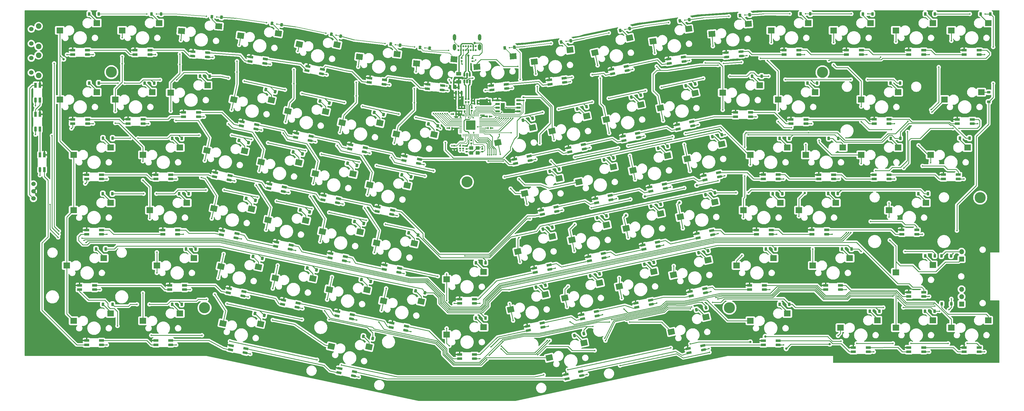
<source format=gbr>
%TF.GenerationSoftware,KiCad,Pcbnew,7.0.10*%
%TF.CreationDate,2024-02-26T23:28:32+01:00*%
%TF.ProjectId,middle,6d696464-6c65-42e6-9b69-6361645f7063,rev?*%
%TF.SameCoordinates,Original*%
%TF.FileFunction,Copper,L2,Bot*%
%TF.FilePolarity,Positive*%
%FSLAX46Y46*%
G04 Gerber Fmt 4.6, Leading zero omitted, Abs format (unit mm)*
G04 Created by KiCad (PCBNEW 7.0.10) date 2024-02-26 23:28:32*
%MOMM*%
%LPD*%
G01*
G04 APERTURE LIST*
G04 Aperture macros list*
%AMRoundRect*
0 Rectangle with rounded corners*
0 $1 Rounding radius*
0 $2 $3 $4 $5 $6 $7 $8 $9 X,Y pos of 4 corners*
0 Add a 4 corners polygon primitive as box body*
4,1,4,$2,$3,$4,$5,$6,$7,$8,$9,$2,$3,0*
0 Add four circle primitives for the rounded corners*
1,1,$1+$1,$2,$3*
1,1,$1+$1,$4,$5*
1,1,$1+$1,$6,$7*
1,1,$1+$1,$8,$9*
0 Add four rect primitives between the rounded corners*
20,1,$1+$1,$2,$3,$4,$5,0*
20,1,$1+$1,$4,$5,$6,$7,0*
20,1,$1+$1,$6,$7,$8,$9,0*
20,1,$1+$1,$8,$9,$2,$3,0*%
%AMRotRect*
0 Rectangle, with rotation*
0 The origin of the aperture is its center*
0 $1 length*
0 $2 width*
0 $3 Rotation angle, in degrees counterclockwise*
0 Add horizontal line*
21,1,$1,$2,0,0,$3*%
G04 Aperture macros list end*
%TA.AperFunction,SMDPad,CuDef*%
%ADD10R,2.300000X2.000000*%
%TD*%
%TA.AperFunction,SMDPad,CuDef*%
%ADD11R,1.700000X0.820000*%
%TD*%
%TA.AperFunction,SMDPad,CuDef*%
%ADD12RoundRect,0.205000X-0.645000X-0.205000X0.645000X-0.205000X0.645000X0.205000X-0.645000X0.205000X0*%
%TD*%
%TA.AperFunction,SMDPad,CuDef*%
%ADD13RotRect,1.700000X0.820000X12.000000*%
%TD*%
%TA.AperFunction,SMDPad,CuDef*%
%ADD14RoundRect,0.205000X-0.588283X-0.334623X0.673527X-0.066417X0.588283X0.334623X-0.673527X0.066417X0*%
%TD*%
%TA.AperFunction,SMDPad,CuDef*%
%ADD15RotRect,1.700000X0.820000X352.000000*%
%TD*%
%TA.AperFunction,SMDPad,CuDef*%
%ADD16RoundRect,0.205000X-0.667253X-0.113238X0.610192X-0.292772X0.667253X0.113238X-0.610192X0.292772X0*%
%TD*%
%TA.AperFunction,SMDPad,CuDef*%
%ADD17RotRect,1.700000X0.820000X8.000000*%
%TD*%
%TA.AperFunction,SMDPad,CuDef*%
%ADD18RoundRect,0.205000X-0.610192X-0.292772X0.667253X-0.113238X0.610192X0.292772X-0.667253X0.113238X0*%
%TD*%
%TA.AperFunction,SMDPad,CuDef*%
%ADD19RotRect,1.700000X0.820000X348.000000*%
%TD*%
%TA.AperFunction,SMDPad,CuDef*%
%ADD20RoundRect,0.205000X-0.673527X-0.066417X0.588283X-0.334623X0.673527X0.066417X-0.588283X0.334623X0*%
%TD*%
%TA.AperFunction,SMDPad,CuDef*%
%ADD21RotRect,1.700000X0.820000X353.000000*%
%TD*%
%TA.AperFunction,SMDPad,CuDef*%
%ADD22RoundRect,0.205000X-0.665175X-0.124866X0.615209X-0.282078X0.665175X0.124866X-0.615209X0.282078X0*%
%TD*%
%TA.AperFunction,SMDPad,CuDef*%
%ADD23RotRect,2.300000X2.000000X168.000000*%
%TD*%
%TA.AperFunction,SMDPad,CuDef*%
%ADD24RotRect,2.300000X2.000000X192.000000*%
%TD*%
%TA.AperFunction,SMDPad,CuDef*%
%ADD25RotRect,1.700000X0.820000X4.000000*%
%TD*%
%TA.AperFunction,SMDPad,CuDef*%
%ADD26RoundRect,0.205000X-0.629129X-0.249494X0.657729X-0.159508X0.629129X0.249494X-0.657729X0.159508X0*%
%TD*%
%TA.AperFunction,SMDPad,CuDef*%
%ADD27RotRect,2.300000X2.000000X176.000000*%
%TD*%
%TA.AperFunction,ComponentPad*%
%ADD28C,3.800000*%
%TD*%
%TA.AperFunction,ComponentPad*%
%ADD29C,1.524000*%
%TD*%
%TA.AperFunction,ComponentPad*%
%ADD30C,1.900000*%
%TD*%
%TA.AperFunction,SMDPad,CuDef*%
%ADD31RotRect,2.300000X2.000000X184.000000*%
%TD*%
%TA.AperFunction,SMDPad,CuDef*%
%ADD32RotRect,2.300000X2.000000X172.000000*%
%TD*%
%TA.AperFunction,SMDPad,CuDef*%
%ADD33RotRect,2.300000X2.000000X188.000000*%
%TD*%
%TA.AperFunction,SMDPad,CuDef*%
%ADD34RotRect,2.300000X2.000000X173.000000*%
%TD*%
%TA.AperFunction,SMDPad,CuDef*%
%ADD35RotRect,2.300000X2.000000X187.000000*%
%TD*%
%TA.AperFunction,SMDPad,CuDef*%
%ADD36RotRect,1.700000X0.820000X7.000000*%
%TD*%
%TA.AperFunction,SMDPad,CuDef*%
%ADD37RoundRect,0.205000X-0.615209X-0.282078X0.665175X-0.124866X0.615209X0.282078X-0.665175X0.124866X0*%
%TD*%
%TA.AperFunction,SMDPad,CuDef*%
%ADD38R,0.820000X1.700000*%
%TD*%
%TA.AperFunction,SMDPad,CuDef*%
%ADD39RoundRect,0.205000X-0.205000X0.645000X-0.205000X-0.645000X0.205000X-0.645000X0.205000X0.645000X0*%
%TD*%
%TA.AperFunction,SMDPad,CuDef*%
%ADD40RotRect,2.300000X2.000000X175.000000*%
%TD*%
%TA.AperFunction,SMDPad,CuDef*%
%ADD41RotRect,1.700000X0.820000X5.000000*%
%TD*%
%TA.AperFunction,SMDPad,CuDef*%
%ADD42RoundRect,0.205000X-0.624679X-0.260435X0.660413X-0.148004X0.624679X0.260435X-0.660413X0.148004X0*%
%TD*%
%TA.AperFunction,SMDPad,CuDef*%
%ADD43RotRect,2.300000X2.000000X185.000000*%
%TD*%
%TA.AperFunction,SMDPad,CuDef*%
%ADD44RotRect,1.700000X0.820000X356.000000*%
%TD*%
%TA.AperFunction,SMDPad,CuDef*%
%ADD45RoundRect,0.205000X-0.657729X-0.159508X0.629129X-0.249494X0.657729X0.159508X-0.629129X0.249494X0*%
%TD*%
%TA.AperFunction,SMDPad,CuDef*%
%ADD46RotRect,1.700000X0.820000X355.000000*%
%TD*%
%TA.AperFunction,SMDPad,CuDef*%
%ADD47RoundRect,0.205000X-0.660413X-0.148004X0.624679X-0.260435X0.660413X0.148004X-0.624679X0.260435X0*%
%TD*%
%TA.AperFunction,ComponentPad*%
%ADD48R,1.700000X1.700000*%
%TD*%
%TA.AperFunction,ComponentPad*%
%ADD49O,1.700000X1.700000*%
%TD*%
%TA.AperFunction,SMDPad,CuDef*%
%ADD50RoundRect,0.225000X0.225000X0.375000X-0.225000X0.375000X-0.225000X-0.375000X0.225000X-0.375000X0*%
%TD*%
%TA.AperFunction,SMDPad,CuDef*%
%ADD51RoundRect,0.225000X0.142116X0.413585X-0.298050X0.320025X-0.142116X-0.413585X0.298050X-0.320025X0*%
%TD*%
%TA.AperFunction,SMDPad,CuDef*%
%ADD52RoundRect,0.225000X0.375000X-0.225000X0.375000X0.225000X-0.375000X0.225000X-0.375000X-0.225000X0*%
%TD*%
%TA.AperFunction,SMDPad,CuDef*%
%ADD53RoundRect,0.225000X0.298050X0.320025X-0.142116X0.413585X-0.298050X-0.320025X0.142116X-0.413585X0*%
%TD*%
%TA.AperFunction,SMDPad,CuDef*%
%ADD54RoundRect,0.150000X0.150000X-0.587500X0.150000X0.587500X-0.150000X0.587500X-0.150000X-0.587500X0*%
%TD*%
%TA.AperFunction,SMDPad,CuDef*%
%ADD55RoundRect,0.140000X0.170000X-0.140000X0.170000X0.140000X-0.170000X0.140000X-0.170000X-0.140000X0*%
%TD*%
%TA.AperFunction,SMDPad,CuDef*%
%ADD56RoundRect,0.140000X-0.140000X-0.170000X0.140000X-0.170000X0.140000X0.170000X-0.140000X0.170000X0*%
%TD*%
%TA.AperFunction,SMDPad,CuDef*%
%ADD57RoundRect,0.135000X-0.185000X0.135000X-0.185000X-0.135000X0.185000X-0.135000X0.185000X0.135000X0*%
%TD*%
%TA.AperFunction,SMDPad,CuDef*%
%ADD58RoundRect,0.250000X-0.625000X0.375000X-0.625000X-0.375000X0.625000X-0.375000X0.625000X0.375000X0*%
%TD*%
%TA.AperFunction,SMDPad,CuDef*%
%ADD59RoundRect,0.135000X0.185000X-0.135000X0.185000X0.135000X-0.185000X0.135000X-0.185000X-0.135000X0*%
%TD*%
%TA.AperFunction,SMDPad,CuDef*%
%ADD60RoundRect,0.225000X0.250611X0.358391X-0.198293X0.389782X-0.250611X-0.358391X0.198293X-0.389782X0*%
%TD*%
%TA.AperFunction,SMDPad,CuDef*%
%ADD61RoundRect,0.140000X-0.170000X0.140000X-0.170000X-0.140000X0.170000X-0.140000X0.170000X0.140000X0*%
%TD*%
%TA.AperFunction,SMDPad,CuDef*%
%ADD62RoundRect,0.150000X0.150000X-0.512500X0.150000X0.512500X-0.150000X0.512500X-0.150000X-0.512500X0*%
%TD*%
%TA.AperFunction,SMDPad,CuDef*%
%ADD63RoundRect,0.140000X0.140000X0.170000X-0.140000X0.170000X-0.140000X-0.170000X0.140000X-0.170000X0*%
%TD*%
%TA.AperFunction,SMDPad,CuDef*%
%ADD64RoundRect,0.225000X0.256827X0.353963X-0.191460X0.393183X-0.256827X-0.353963X0.191460X-0.393183X0*%
%TD*%
%TA.AperFunction,SMDPad,CuDef*%
%ADD65RoundRect,0.225000X0.269024X0.344784X-0.177622X0.399625X-0.269024X-0.344784X0.177622X-0.399625X0*%
%TD*%
%TA.AperFunction,SMDPad,CuDef*%
%ADD66RoundRect,0.225000X0.170620X0.402664X-0.275000X0.340037X-0.170620X-0.402664X0.275000X-0.340037X0*%
%TD*%
%TA.AperFunction,SMDPad,CuDef*%
%ADD67RoundRect,0.050000X0.387500X0.050000X-0.387500X0.050000X-0.387500X-0.050000X0.387500X-0.050000X0*%
%TD*%
%TA.AperFunction,SMDPad,CuDef*%
%ADD68RoundRect,0.050000X0.050000X0.387500X-0.050000X0.387500X-0.050000X-0.387500X0.050000X-0.387500X0*%
%TD*%
%TA.AperFunction,ComponentPad*%
%ADD69C,0.600000*%
%TD*%
%TA.AperFunction,SMDPad,CuDef*%
%ADD70RoundRect,0.144000X1.456000X1.456000X-1.456000X1.456000X-1.456000X-1.456000X1.456000X-1.456000X0*%
%TD*%
%TA.AperFunction,SMDPad,CuDef*%
%ADD71RoundRect,0.225000X0.198293X0.389782X-0.250611X0.358391X-0.198293X-0.389782X0.250611X-0.358391X0*%
%TD*%
%TA.AperFunction,SMDPad,CuDef*%
%ADD72R,1.400000X1.200000*%
%TD*%
%TA.AperFunction,SMDPad,CuDef*%
%ADD73RoundRect,0.150000X0.650000X0.150000X-0.650000X0.150000X-0.650000X-0.150000X0.650000X-0.150000X0*%
%TD*%
%TA.AperFunction,SMDPad,CuDef*%
%ADD74RoundRect,0.225000X0.275000X0.340037X-0.170620X0.402664X-0.275000X-0.340037X0.170620X-0.402664X0*%
%TD*%
%TA.AperFunction,SMDPad,CuDef*%
%ADD75RoundRect,0.225000X0.191460X0.393183X-0.256827X0.353963X-0.191460X-0.393183X0.256827X-0.353963X0*%
%TD*%
%TA.AperFunction,SMDPad,CuDef*%
%ADD76RoundRect,0.225000X0.177622X0.399625X-0.269024X0.344784X-0.177622X-0.399625X0.269024X-0.344784X0*%
%TD*%
%TA.AperFunction,ComponentPad*%
%ADD77C,0.650000*%
%TD*%
%TA.AperFunction,ComponentPad*%
%ADD78O,1.108000X2.216000*%
%TD*%
%TA.AperFunction,ViaPad*%
%ADD79C,0.500000*%
%TD*%
%TA.AperFunction,ViaPad*%
%ADD80C,0.800000*%
%TD*%
%TA.AperFunction,Conductor*%
%ADD81C,0.350000*%
%TD*%
%TA.AperFunction,Conductor*%
%ADD82C,0.200000*%
%TD*%
%TA.AperFunction,Conductor*%
%ADD83C,0.400000*%
%TD*%
%TA.AperFunction,Conductor*%
%ADD84C,0.250000*%
%TD*%
G04 APERTURE END LIST*
D10*
%TO.P,KD1,1,1*%
%TO.N,col01*%
X43006300Y-68857500D03*
%TO.P,KD1,2,2*%
%TO.N,Net-(DD1-A)*%
X55706300Y-66317500D03*
%TD*%
D11*
%TO.P,RGBF7,1,VCC*%
%TO.N,+3V3*%
X284818715Y-116170197D03*
%TO.P,RGBF7,2,DOUT*%
%TO.N,/IN_F6*%
X284818715Y-117670197D03*
D12*
%TO.P,RGBF7,3,GND*%
%TO.N,GND*%
X289918715Y-117670197D03*
D11*
%TO.P,RGBF7,4,DIN*%
%TO.N,/IN_F7*%
X289918715Y-116170197D03*
%TD*%
D10*
%TO.P,KB11,1,1*%
%TO.N,col11*%
X239887200Y-28376200D03*
%TO.P,KB11,2,2*%
%TO.N,Net-(DB11-A)*%
X252587200Y-25836200D03*
%TD*%
D13*
%TO.P,RGBE8,1,VCC*%
%TO.N,+3V3*%
X191448505Y-104856761D03*
%TO.P,RGBE8,2,DOUT*%
%TO.N,/IN_E7*%
X191760372Y-106323983D03*
D14*
%TO.P,RGBE8,3,GND*%
%TO.N,GND*%
X196748925Y-105263633D03*
D13*
%TO.P,RGBE8,4,DIN*%
%TO.N,/IN_E8*%
X196437058Y-103796411D03*
%TD*%
D15*
%TO.P,RGBA3,1,VCC*%
%TO.N,+3V3*%
X77653578Y-16124049D03*
%TO.P,RGBA3,2,DOUT*%
%TO.N,/IN_A2*%
X77444819Y-17609451D03*
D16*
%TO.P,RGBA3,3,GND*%
%TO.N,GND*%
X82495186Y-18319233D03*
D15*
%TO.P,RGBA3,4,DIN*%
%TO.N,/IN_A3*%
X82703945Y-16833831D03*
%TD*%
D13*
%TO.P,RGBC6,1,VCC*%
%TO.N,+3V3*%
X177580162Y-68850547D03*
%TO.P,RGBC6,2,DOUT*%
%TO.N,/IN_C5*%
X177892029Y-70317769D03*
D14*
%TO.P,RGBC6,3,GND*%
%TO.N,GND*%
X182880582Y-69257419D03*
D13*
%TO.P,RGBC6,4,DIN*%
%TO.N,/IN_C6*%
X182568715Y-67790197D03*
%TD*%
D11*
%TO.P,RGBF1,1,VCC*%
%TO.N,+3V3*%
X45078715Y-113780197D03*
%TO.P,RGBF1,2,DOUT*%
%TO.N,/IN_F0*%
X45078715Y-115280197D03*
D12*
%TO.P,RGBF1,3,GND*%
%TO.N,GND*%
X50178715Y-115280197D03*
D11*
%TO.P,RGBF1,4,DIN*%
%TO.N,/IN_F1*%
X50178715Y-113780197D03*
%TD*%
D10*
%TO.P,KD11,1,1*%
%TO.N,col11*%
X247031000Y-68857500D03*
%TO.P,KD11,2,2*%
%TO.N,Net-(DD11-A)*%
X259731000Y-66317500D03*
%TD*%
D11*
%TO.P,RGBD11,1,VCC*%
%TO.N,+3V3*%
X251478715Y-75690197D03*
%TO.P,RGBD11,2,DOUT*%
%TO.N,/IN_D10*%
X251478715Y-77190197D03*
D12*
%TO.P,RGBD11,3,GND*%
%TO.N,GND*%
X256578715Y-77190197D03*
D11*
%TO.P,RGBD11,4,DIN*%
%TO.N,/IN_D11*%
X256578715Y-75690197D03*
%TD*%
D17*
%TO.P,RGBA10,1,VCC*%
%TO.N,+3V3*%
X221339152Y-16832387D03*
%TO.P,RGBA10,2,DOUT*%
%TO.N,/IN_A9*%
X221547911Y-18317789D03*
D18*
%TO.P,RGBA10,3,GND*%
%TO.N,GND*%
X226598278Y-17608007D03*
D17*
%TO.P,RGBA10,4,DIN*%
%TO.N,/IN_A10*%
X226389519Y-16122605D03*
%TD*%
D10*
%TO.P,KC12,1,1*%
%TO.N,col12*%
X287512200Y-49807500D03*
%TO.P,KC12,2,2*%
%TO.N,Net-(DC12-A)*%
X300212200Y-47267500D03*
%TD*%
D19*
%TO.P,RGBF3,1,VCC*%
%TO.N,+3V3*%
X108300162Y-123409847D03*
%TO.P,RGBF3,2,DOUT*%
%TO.N,/IN_F2*%
X107988295Y-124877069D03*
D20*
%TO.P,RGBF3,3,GND*%
%TO.N,GND*%
X112976848Y-125937419D03*
D19*
%TO.P,RGBF3,4,DIN*%
%TO.N,/IN_F3*%
X113288715Y-124470197D03*
%TD*%
D21*
%TO.P,RGBA5,1,VCC*%
%TO.N,+3V3*%
X118619124Y-23375021D03*
%TO.P,RGBA5,2,DOUT*%
%TO.N,/IN_A4*%
X118436320Y-24863840D03*
D22*
%TO.P,RGBA5,3,GND*%
%TO.N,GND*%
X123498306Y-25485373D03*
D21*
%TO.P,RGBA5,4,DIN*%
%TO.N,/IN_A5*%
X123681110Y-23996554D03*
%TD*%
D23*
%TO.P,KC4,1,1*%
%TO.N,col04*%
X99903976Y-56220912D03*
%TO.P,KC4,2,2*%
%TO.N,Net-(DC4-A)*%
X112854546Y-56376896D03*
%TD*%
D24*
%TO.P,KB10,1,1*%
%TO.N,col10*%
X218513069Y-33688758D03*
%TO.P,KB10,2,2*%
%TO.N,Net-(DB10-A)*%
X230407448Y-28563785D03*
%TD*%
D23*
%TO.P,KE3,1,1*%
%TO.N,col03*%
X86032776Y-92223612D03*
%TO.P,KE3,2,2*%
%TO.N,Net-(DE3-A)*%
X98983346Y-92379596D03*
%TD*%
D11*
%TO.P,RGBF10,1,VCC*%
%TO.N,+3V3*%
X303868715Y-13770197D03*
%TO.P,RGBF10,2,DOUT*%
%TO.N,/IN_A13*%
X303868715Y-15270197D03*
D12*
%TO.P,RGBF10,3,GND*%
%TO.N,GND*%
X308968715Y-15270197D03*
D11*
%TO.P,RGBF10,4,DIN*%
%TO.N,/IN_F10*%
X308968715Y-13770197D03*
%TD*%
D25*
%TO.P,RGBA11,1,VCC*%
%TO.N,+3V3*%
X241122609Y-14629903D03*
%TO.P,RGBA11,2,DOUT*%
%TO.N,/IN_A10*%
X241227244Y-16126249D03*
D26*
%TO.P,RGBA11,3,GND*%
%TO.N,GND*%
X246314821Y-15770491D03*
D25*
%TO.P,RGBA11,4,DIN*%
%TO.N,/IN_A11*%
X246210186Y-14274145D03*
%TD*%
D13*
%TO.P,RGBB8,1,VCC*%
%TO.N,+3V3*%
X187020162Y-47360547D03*
%TO.P,RGBB8,2,DOUT*%
%TO.N,/IN_B7*%
X187332029Y-48827769D03*
D14*
%TO.P,RGBB8,3,GND*%
%TO.N,GND*%
X192320582Y-47767419D03*
D13*
%TO.P,RGBB8,4,DIN*%
%TO.N,/IN_B8*%
X192008715Y-46300197D03*
%TD*%
D24*
%TO.P,KB9,1,1*%
%TO.N,col09*%
X199879369Y-37649458D03*
%TO.P,KB9,2,2*%
%TO.N,Net-(DB9-A)*%
X211773748Y-32524485D03*
%TD*%
D13*
%TO.P,RGBA9,1,VCC*%
%TO.N,+3V3*%
X201760162Y-20380546D03*
%TO.P,RGBA9,2,DOUT*%
%TO.N,/IN_A8*%
X202072029Y-21847768D03*
D14*
%TO.P,RGBA9,3,GND*%
%TO.N,GND*%
X207060582Y-20787418D03*
D13*
%TO.P,RGBA9,4,DIN*%
%TO.N,/IN_A9*%
X206748715Y-19320196D03*
%TD*%
D10*
%TO.P,KC1,1,1*%
%TO.N,col01*%
X40625000Y-49807500D03*
%TO.P,KC1,2,2*%
%TO.N,Net-(DC1-A)*%
X53325000Y-47267500D03*
%TD*%
D27*
%TO.P,KA2,1,1*%
%TO.N,col02*%
X53869491Y-7150617D03*
%TO.P,KA2,2,2*%
%TO.N,Net-(DA2-A)*%
X66715735Y-5502712D03*
%TD*%
D10*
%TO.P,KF8,1,1*%
%TO.N,col08*%
X299418500Y-109338700D03*
%TO.P,KF8,2,2*%
%TO.N,Net-(DF8-A)*%
X312118500Y-106798700D03*
%TD*%
D11*
%TO.P,RGBB13,1,VCC*%
%TO.N,+3V3*%
X291968715Y-37580197D03*
%TO.P,RGBB13,2,DOUT*%
%TO.N,/IN_B12*%
X291968715Y-39080197D03*
D12*
%TO.P,RGBB13,3,GND*%
%TO.N,GND*%
X297068715Y-39080197D03*
D11*
%TO.P,RGBB13,4,DIN*%
%TO.N,/IN_B13*%
X297068715Y-37580197D03*
%TD*%
D24*
%TO.P,KA9,1,1*%
%TO.N,col09*%
X195982069Y-14625358D03*
%TO.P,KA9,2,2*%
%TO.N,Net-(DA9-A)*%
X207876448Y-9500385D03*
%TD*%
D10*
%TO.P,KA12,1,1*%
%TO.N,col12*%
X256556000Y-6945000D03*
%TO.P,KA12,2,2*%
%TO.N,Net-(DA12-A)*%
X269256000Y-4405000D03*
%TD*%
D24*
%TO.P,KE8,1,1*%
%TO.N,col08*%
X185676669Y-99095158D03*
%TO.P,KE8,2,2*%
%TO.N,Net-(DE8-A)*%
X197571048Y-93970185D03*
%TD*%
D10*
%TO.P,KF0,1,1*%
%TO.N,col00*%
X16812550Y-106957500D03*
%TO.P,KF0,2,2*%
%TO.N,Net-(DF0-A)*%
X29512550Y-104417500D03*
%TD*%
%TO.P,KD13,1,1*%
%TO.N,col13*%
X297037250Y-68857500D03*
%TO.P,KD13,2,2*%
%TO.N,Net-(DD13-A)*%
X309737250Y-66317500D03*
%TD*%
D13*
%TO.P,RGBB10,1,VCC*%
%TO.N,+3V3*%
X224290162Y-39440547D03*
%TO.P,RGBB10,2,DOUT*%
%TO.N,/IN_B9*%
X224602029Y-40907769D03*
D14*
%TO.P,RGBB10,3,GND*%
%TO.N,GND*%
X229590582Y-39847419D03*
D13*
%TO.P,RGBB10,4,DIN*%
%TO.N,/IN_B10*%
X229278715Y-38380197D03*
%TD*%
D10*
%TO.P,KC11,1,1*%
%TO.N,col11*%
X268462200Y-49807500D03*
%TO.P,KC11,2,2*%
%TO.N,Net-(DC11-A)*%
X281162200Y-47267500D03*
%TD*%
D11*
%TO.P,RGBC1,1,VCC*%
%TO.N,+3V3*%
X45078715Y-56640197D03*
%TO.P,RGBC1,2,DOUT*%
%TO.N,/IN_C0*%
X45078715Y-58140197D03*
D12*
%TO.P,RGBC1,3,GND*%
%TO.N,GND*%
X50178715Y-58140197D03*
D11*
%TO.P,RGBC1,4,DIN*%
%TO.N,/IN_C1*%
X50178715Y-56640197D03*
%TD*%
D28*
%TO.P,MountTopMiddle6,1*%
%TO.N,N/C*%
X328390000Y-64540000D03*
%TD*%
D29*
%TO.P,RSW2,1,1*%
%TO.N,~{RESET}*%
X2253715Y-11495197D03*
%TO.P,RSW2,2,2*%
%TO.N,GND*%
X2253715Y-6495197D03*
D30*
%TO.P,RSW2,3*%
%TO.N,N/C*%
X4753715Y-12495197D03*
X4753715Y-5495197D03*
%TD*%
D31*
%TO.P,KA11,1,1*%
%TO.N,col11*%
X236201808Y-8127247D03*
%TO.P,KA11,2,2*%
%TO.N,Net-(DA11-A)*%
X248693690Y-4707527D03*
%TD*%
D24*
%TO.P,KD9,1,1*%
%TO.N,col09*%
X206691569Y-75152658D03*
%TO.P,KD9,2,2*%
%TO.N,Net-(DD9-A)*%
X218585948Y-70027685D03*
%TD*%
D10*
%TO.P,KA13,1,1*%
%TO.N,col13*%
X277987200Y-6945000D03*
%TO.P,KA13,2,2*%
%TO.N,Net-(DA13-A)*%
X290687200Y-4405000D03*
%TD*%
D23*
%TO.P,KD4,1,1*%
%TO.N,col04*%
X102285276Y-76202612D03*
%TO.P,KD4,2,2*%
%TO.N,Net-(DD4-A)*%
X115235846Y-76358596D03*
%TD*%
D32*
%TO.P,KA3,1,1*%
%TO.N,col03*%
X74194970Y-8743124D03*
%TO.P,KA3,2,2*%
%TO.N,Net-(DA3-A)*%
X87124874Y-7995341D03*
%TD*%
D24*
%TO.P,KF4,1,1*%
%TO.N,col04*%
X180320539Y-119709209D03*
%TO.P,KF4,2,2*%
%TO.N,Net-(DF4-A)*%
X192214918Y-114584236D03*
%TD*%
D11*
%TO.P,RGBD12,1,VCC*%
%TO.N,+3V3*%
X270528715Y-75670197D03*
%TO.P,RGBD12,2,DOUT*%
%TO.N,/IN_D11*%
X270528715Y-77170197D03*
D12*
%TO.P,RGBD12,3,GND*%
%TO.N,GND*%
X275628715Y-77170197D03*
D11*
%TO.P,RGBD12,4,DIN*%
%TO.N,/IN_D12*%
X275628715Y-75670197D03*
%TD*%
%TO.P,RGBB1,1,VCC*%
%TO.N,+3V3*%
X35548715Y-37570197D03*
%TO.P,RGBB1,2,DOUT*%
%TO.N,/IN_B0*%
X35548715Y-39070197D03*
D12*
%TO.P,RGBB1,3,GND*%
%TO.N,GND*%
X40648715Y-39070197D03*
D11*
%TO.P,RGBB1,4,DIN*%
%TO.N,/IN_B1*%
X40648715Y-37570197D03*
%TD*%
D10*
%TO.P,KF10,1,1*%
%TO.N,col10*%
X299418500Y-6945000D03*
%TO.P,KF10,2,2*%
%TO.N,Net-(DF10-A)*%
X312118500Y-4405000D03*
%TD*%
%TO.P,KB2,1,1*%
%TO.N,col02*%
X50150000Y-28376200D03*
%TO.P,KB2,2,2*%
%TO.N,Net-(DB2-A)*%
X62850000Y-25836200D03*
%TD*%
D33*
%TO.P,KA10,1,1*%
%TO.N,col10*%
X215978484Y-10691500D03*
%TO.P,KA10,2,2*%
%TO.N,Net-(DA10-A)*%
X228201389Y-6408720D03*
%TD*%
D11*
%TO.P,RGBB0,1,VCC*%
%TO.N,+3V3*%
X16498715Y-37590197D03*
%TO.P,RGBB0,2,DOUT*%
%TO.N,/IN_C13*%
X16498715Y-39090197D03*
D12*
%TO.P,RGBB0,3,GND*%
%TO.N,GND*%
X21598715Y-39090197D03*
D11*
%TO.P,RGBB0,4,DIN*%
%TO.N,/IN_B0*%
X21598715Y-37590197D03*
%TD*%
D10*
%TO.P,KB0,1,1*%
%TO.N,col00*%
X12050000Y-30757500D03*
%TO.P,KB0,2,2*%
%TO.N,Net-(DB0-A)*%
X24750000Y-28217500D03*
%TD*%
D23*
%TO.P,KB6,1,1*%
%TO.N,col06*%
X127731176Y-42660112D03*
%TO.P,KB6,2,2*%
%TO.N,Net-(DB6-A)*%
X140681746Y-42816096D03*
%TD*%
D28*
%TO.P,MountTopMiddle4,1*%
%TO.N,N/C*%
X242200000Y-102480000D03*
%TD*%
D34*
%TO.P,KA5,1,1*%
%TO.N,col05*%
X115042896Y-16058053D03*
%TO.P,KA5,2,2*%
%TO.N,Net-(DA5-A)*%
X127957781Y-15084727D03*
%TD*%
D19*
%TO.P,RGBD4,1,VCC*%
%TO.N,+3V3*%
X105220162Y-83799847D03*
%TO.P,RGBD4,2,DOUT*%
%TO.N,/IN_D3*%
X104908295Y-85267069D03*
D20*
%TO.P,RGBD4,3,GND*%
%TO.N,GND*%
X109896848Y-86327419D03*
D19*
%TO.P,RGBD4,4,DIN*%
%TO.N,/IN_D4*%
X110208715Y-84860197D03*
%TD*%
D23*
%TO.P,KB4,1,1*%
%TO.N,col04*%
X90463776Y-34738712D03*
%TO.P,KB4,2,2*%
%TO.N,Net-(DB4-A)*%
X103414346Y-34894696D03*
%TD*%
D10*
%TO.P,KE6,1,1*%
%TO.N,col06*%
X145018600Y-111720000D03*
%TO.P,KE6,2,2*%
%TO.N,Net-(DE6-A)*%
X157718600Y-109180000D03*
%TD*%
D24*
%TO.P,KC7,1,1*%
%TO.N,col07*%
X190439169Y-59131658D03*
%TO.P,KC7,2,2*%
%TO.N,Net-(DC7-A)*%
X202333548Y-54006685D03*
%TD*%
%TO.P,KC6,1,1*%
%TO.N,col06*%
X171805469Y-63092358D03*
%TO.P,KC6,2,2*%
%TO.N,Net-(DC6-A)*%
X183699848Y-57967385D03*
%TD*%
D19*
%TO.P,RGBE5,1,VCC*%
%TO.N,+3V3*%
X126230162Y-107759847D03*
%TO.P,RGBE5,2,DOUT*%
%TO.N,/IN_E4*%
X125918295Y-109227069D03*
D20*
%TO.P,RGBE5,3,GND*%
%TO.N,GND*%
X130906848Y-110287419D03*
D19*
%TO.P,RGBE5,4,DIN*%
%TO.N,/IN_E5*%
X131218715Y-108820197D03*
%TD*%
D10*
%TO.P,KE11,1,1*%
%TO.N,col11*%
X244649700Y-87907500D03*
%TO.P,KE11,2,2*%
%TO.N,Net-(DE11-A)*%
X257349700Y-85367500D03*
%TD*%
D11*
%TO.P,RGBF6,1,VCC*%
%TO.N,+3V3*%
X253868715Y-113790197D03*
%TO.P,RGBF6,2,DOUT*%
%TO.N,/IN_F5*%
X253868715Y-115290197D03*
D12*
%TO.P,RGBF6,3,GND*%
%TO.N,GND*%
X258968715Y-115290197D03*
D11*
%TO.P,RGBF6,4,DIN*%
%TO.N,/IN_F6*%
X258968715Y-113790197D03*
%TD*%
D35*
%TO.P,KA8,1,1*%
%TO.N,col08*%
X175098662Y-17764213D03*
%TO.P,KA8,2,2*%
%TO.N,Net-(DA8-A)*%
X187394450Y-13695405D03*
%TD*%
D13*
%TO.P,RGBD7,1,VCC*%
%TO.N,+3V3*%
X175200162Y-88830547D03*
%TO.P,RGBD7,2,DOUT*%
%TO.N,/IN_D6*%
X175512029Y-90297769D03*
D14*
%TO.P,RGBD7,3,GND*%
%TO.N,GND*%
X180500582Y-89237419D03*
D13*
%TO.P,RGBD7,4,DIN*%
%TO.N,/IN_D7*%
X180188715Y-87770197D03*
%TD*%
D19*
%TO.P,RGBB6,1,VCC*%
%TO.N,+3V3*%
X130660372Y-50266411D03*
%TO.P,RGBB6,2,DOUT*%
%TO.N,/IN_B5*%
X130348505Y-51733633D03*
D20*
%TO.P,RGBB6,3,GND*%
%TO.N,GND*%
X135337058Y-52793983D03*
D19*
%TO.P,RGBB6,4,DIN*%
%TO.N,/IN_B6*%
X135648925Y-51326761D03*
%TD*%
D23*
%TO.P,KE4,1,1*%
%TO.N,col04*%
X104666476Y-96184412D03*
%TO.P,KE4,2,2*%
%TO.N,Net-(DE4-A)*%
X117617046Y-96340396D03*
%TD*%
D10*
%TO.P,KF11,1,1*%
%TO.N,col11*%
X318468500Y-6945000D03*
%TO.P,KF11,2,2*%
%TO.N,Net-(DF11-A)*%
X331168500Y-4405000D03*
%TD*%
D23*
%TO.P,KC3,1,1*%
%TO.N,col03*%
X81270276Y-52260212D03*
%TO.P,KC3,2,2*%
%TO.N,Net-(DC3-A)*%
X94220846Y-52416196D03*
%TD*%
%TO.P,KB3,1,1*%
%TO.N,col03*%
X71830076Y-30778012D03*
%TO.P,KB3,2,2*%
%TO.N,Net-(DB3-A)*%
X84780646Y-30933996D03*
%TD*%
D11*
%TO.P,RGBF11,1,VCC*%
%TO.N,+3V3*%
X322918715Y-13780197D03*
%TO.P,RGBF11,2,DOUT*%
%TO.N,/IN_F10*%
X322918715Y-15280197D03*
D12*
%TO.P,RGBF11,3,GND*%
%TO.N,GND*%
X328018715Y-15280197D03*
D11*
%TO.P,RGBF11,4,DIN*%
%TO.N,RGB_Matrix*%
X328018715Y-13780197D03*
%TD*%
D24*
%TO.P,KD7,1,1*%
%TO.N,col07*%
X169424169Y-83074158D03*
%TO.P,KD7,2,2*%
%TO.N,Net-(DD7-A)*%
X181318548Y-77949185D03*
%TD*%
D28*
%TO.P,MountTopMiddle1,1*%
%TO.N,N/C*%
X29780000Y-21330000D03*
%TD*%
D11*
%TO.P,RGBF8,1,VCC*%
%TO.N,+3V3*%
X303868715Y-116160197D03*
%TO.P,RGBF8,2,DOUT*%
%TO.N,/IN_F7*%
X303868715Y-117660197D03*
D12*
%TO.P,RGBF8,3,GND*%
%TO.N,GND*%
X308968715Y-117660197D03*
D11*
%TO.P,RGBF8,4,DIN*%
%TO.N,/IN_F8*%
X308968715Y-116160197D03*
%TD*%
D19*
%TO.P,RGBE3,1,VCC*%
%TO.N,+3V3*%
X88960372Y-99826411D03*
%TO.P,RGBE3,2,DOUT*%
%TO.N,/IN_E2*%
X88648505Y-101293633D03*
D20*
%TO.P,RGBE3,3,GND*%
%TO.N,GND*%
X93637058Y-102353983D03*
D19*
%TO.P,RGBE3,4,DIN*%
%TO.N,/IN_E3*%
X93948925Y-100886761D03*
%TD*%
D11*
%TO.P,RGBD1,1,VCC*%
%TO.N,+3V3*%
X47458715Y-75690197D03*
%TO.P,RGBD1,2,DOUT*%
%TO.N,/IN_D0*%
X47458715Y-77190197D03*
D12*
%TO.P,RGBD1,3,GND*%
%TO.N,GND*%
X52558715Y-77190197D03*
D11*
%TO.P,RGBD1,4,DIN*%
%TO.N,/IN_D1*%
X52558715Y-75690197D03*
%TD*%
D13*
%TO.P,RGBF5,1,VCC*%
%TO.N,+3V3*%
X228020162Y-116550547D03*
%TO.P,RGBF5,2,DOUT*%
%TO.N,/IN_F4*%
X228332029Y-118017769D03*
D14*
%TO.P,RGBF5,3,GND*%
%TO.N,GND*%
X233320582Y-116957419D03*
D13*
%TO.P,RGBF5,4,DIN*%
%TO.N,/IN_F5*%
X233008715Y-115490197D03*
%TD*%
D11*
%TO.P,RGBB11,1,VCC*%
%TO.N,+3V3*%
X244338715Y-35210197D03*
%TO.P,RGBB11,2,DOUT*%
%TO.N,/IN_B10*%
X244338715Y-36710197D03*
D12*
%TO.P,RGBB11,3,GND*%
%TO.N,GND*%
X249438715Y-36710197D03*
D11*
%TO.P,RGBB11,4,DIN*%
%TO.N,/IN_B11*%
X249438715Y-35210197D03*
%TD*%
%TO.P,RGBE11,1,VCC*%
%TO.N,+3V3*%
X249098715Y-94740197D03*
%TO.P,RGBE11,2,DOUT*%
%TO.N,/IN_E10*%
X249098715Y-96240197D03*
D12*
%TO.P,RGBE11,3,GND*%
%TO.N,GND*%
X254198715Y-96240197D03*
D11*
%TO.P,RGBE11,4,DIN*%
%TO.N,/IN_E11*%
X254198715Y-94740197D03*
%TD*%
D29*
%TO.P,RSW1,1,1*%
%TO.N,GND*%
X2253715Y-21495200D03*
%TO.P,RSW1,2,2*%
%TO.N,/~{USB_BOOT}*%
X2253715Y-16495200D03*
D30*
%TO.P,RSW1,3*%
%TO.N,N/C*%
X4753715Y-22495200D03*
X4753715Y-15495200D03*
%TD*%
D13*
%TO.P,RGBB7,1,VCC*%
%TO.N,+3V3*%
X168390162Y-51330547D03*
%TO.P,RGBB7,2,DOUT*%
%TO.N,/IN_B6*%
X168702029Y-52797769D03*
D14*
%TO.P,RGBB7,3,GND*%
%TO.N,GND*%
X173690582Y-51737419D03*
D13*
%TO.P,RGBB7,4,DIN*%
%TO.N,/IN_B7*%
X173378715Y-50270197D03*
%TD*%
D23*
%TO.P,KD2,1,1*%
%TO.N,col02*%
X65017876Y-68281212D03*
%TO.P,KD2,2,2*%
%TO.N,Net-(DD2-A)*%
X77968446Y-68437196D03*
%TD*%
D10*
%TO.P,KD6,1,1*%
%TO.N,col06*%
X145018600Y-92670000D03*
%TO.P,KD6,2,2*%
%TO.N,Net-(DD6-A)*%
X157718600Y-90130000D03*
%TD*%
%TO.P,KF7,1,1*%
%TO.N,col07*%
X280368500Y-109338700D03*
%TO.P,KF7,2,2*%
%TO.N,Net-(DF7-A)*%
X293068500Y-106798700D03*
%TD*%
D11*
%TO.P,RGBE12,1,VCC*%
%TO.N,+3V3*%
X275298715Y-94740197D03*
%TO.P,RGBE12,2,DOUT*%
%TO.N,/IN_E11*%
X275298715Y-96240197D03*
D12*
%TO.P,RGBE12,3,GND*%
%TO.N,GND*%
X280398715Y-96240197D03*
D11*
%TO.P,RGBE12,4,DIN*%
%TO.N,/IN_E12*%
X280398715Y-94740197D03*
%TD*%
%TO.P,RGBA13,1,VCC*%
%TO.N,+3V3*%
X282438715Y-13770197D03*
%TO.P,RGBA13,2,DOUT*%
%TO.N,/IN_A12*%
X282438715Y-15270197D03*
D12*
%TO.P,RGBA13,3,GND*%
%TO.N,GND*%
X287538715Y-15270197D03*
D11*
%TO.P,RGBA13,4,DIN*%
%TO.N,/IN_A13*%
X287538715Y-13770197D03*
%TD*%
D13*
%TO.P,RGBB9,1,VCC*%
%TO.N,+3V3*%
X205658505Y-43406761D03*
%TO.P,RGBB9,2,DOUT*%
%TO.N,/IN_B8*%
X205970372Y-44873983D03*
D14*
%TO.P,RGBB9,3,GND*%
%TO.N,GND*%
X210958925Y-43813633D03*
D13*
%TO.P,RGBB9,4,DIN*%
%TO.N,/IN_B9*%
X210647058Y-42346411D03*
%TD*%
D11*
%TO.P,RGBE13,1,VCC*%
%TO.N,+3V3*%
X303868715Y-97120197D03*
%TO.P,RGBE13,2,DOUT*%
%TO.N,/IN_E12*%
X303868715Y-98620197D03*
D12*
%TO.P,RGBE13,3,GND*%
%TO.N,GND*%
X308968715Y-98620197D03*
D11*
%TO.P,RGBE13,4,DIN*%
%TO.N,/IN_E13*%
X308968715Y-97120197D03*
%TD*%
D23*
%TO.P,KC2,1,1*%
%TO.N,col02*%
X62636576Y-48299412D03*
%TO.P,KC2,2,2*%
%TO.N,Net-(DC2-A)*%
X75587146Y-48455396D03*
%TD*%
D28*
%TO.P,MountTopMiddle3,1*%
%TO.N,N/C*%
X151998715Y-59170197D03*
%TD*%
D10*
%TO.P,KE12,1,1*%
%TO.N,col12*%
X270843450Y-87907500D03*
%TO.P,KE12,2,2*%
%TO.N,Net-(DE12-A)*%
X283543450Y-85367500D03*
%TD*%
%TO.P,KC13,1,1*%
%TO.N,col13*%
X311324700Y-49807500D03*
%TO.P,KC13,2,2*%
%TO.N,/KC13_out*%
X324024700Y-47267500D03*
%TD*%
D11*
%TO.P,RGBC10,1,VCC*%
%TO.N,+3V3*%
X253858715Y-56630197D03*
%TO.P,RGBC10,2,DOUT*%
%TO.N,/IN_C9*%
X253858715Y-58130197D03*
D12*
%TO.P,RGBC10,3,GND*%
%TO.N,GND*%
X258958715Y-58130197D03*
D11*
%TO.P,RGBC10,4,DIN*%
%TO.N,/IN_C10*%
X258958715Y-56630197D03*
%TD*%
D13*
%TO.P,RGBF4,1,VCC*%
%TO.N,+3V3*%
X186090162Y-125460547D03*
%TO.P,RGBF4,2,DOUT*%
%TO.N,/IN_F3*%
X186402029Y-126927769D03*
D14*
%TO.P,RGBF4,3,GND*%
%TO.N,GND*%
X191390582Y-125867419D03*
D13*
%TO.P,RGBF4,4,DIN*%
%TO.N,/IN_F4*%
X191078715Y-124400197D03*
%TD*%
%TO.P,RGBD9,1,VCC*%
%TO.N,+3V3*%
X212460162Y-80900547D03*
%TO.P,RGBD9,2,DOUT*%
%TO.N,/IN_D8*%
X212772029Y-82367769D03*
D14*
%TO.P,RGBD9,3,GND*%
%TO.N,GND*%
X217760582Y-81307419D03*
D13*
%TO.P,RGBD9,4,DIN*%
%TO.N,/IN_D9*%
X217448715Y-79840197D03*
%TD*%
D23*
%TO.P,KE5,1,1*%
%TO.N,col05*%
X123300276Y-100145112D03*
%TO.P,KE5,2,2*%
%TO.N,Net-(DE5-A)*%
X136250846Y-100301096D03*
%TD*%
D11*
%TO.P,RGBC0,1,VCC*%
%TO.N,+3V3*%
X21258715Y-56640197D03*
%TO.P,RGBC0,2,DOUT*%
%TO.N,/IN_D13*%
X21258715Y-58140197D03*
D12*
%TO.P,RGBC0,3,GND*%
%TO.N,GND*%
X26358715Y-58140197D03*
D11*
%TO.P,RGBC0,4,DIN*%
%TO.N,/IN_C0*%
X26358715Y-56640197D03*
%TD*%
%TO.P,RGBC11,1,VCC*%
%TO.N,+3V3*%
X272918715Y-56640197D03*
%TO.P,RGBC11,2,DOUT*%
%TO.N,/IN_C10*%
X272918715Y-58140197D03*
D12*
%TO.P,RGBC11,3,GND*%
%TO.N,GND*%
X278018715Y-58140197D03*
D11*
%TO.P,RGBC11,4,DIN*%
%TO.N,/IN_C11*%
X278018715Y-56640197D03*
%TD*%
D36*
%TO.P,RGBA8,1,VCC*%
%TO.N,+3V3*%
X180346320Y-23996554D03*
%TO.P,RGBA8,2,DOUT*%
%TO.N,/IN_A7*%
X180529124Y-25485373D03*
D37*
%TO.P,RGBA8,3,GND*%
%TO.N,GND*%
X185591110Y-24863840D03*
D36*
%TO.P,RGBA8,4,DIN*%
%TO.N,/IN_A8*%
X185408306Y-23375021D03*
%TD*%
D23*
%TO.P,KC5,1,1*%
%TO.N,col05*%
X118537776Y-60181612D03*
%TO.P,KC5,2,2*%
%TO.N,Net-(DC5-A)*%
X131488346Y-60337596D03*
%TD*%
D24*
%TO.P,KC8,1,1*%
%TO.N,col08*%
X209072869Y-55170958D03*
%TO.P,KC8,2,2*%
%TO.N,Net-(DC8-A)*%
X220967248Y-50045985D03*
%TD*%
D23*
%TO.P,KA4,1,1*%
%TO.N,col04*%
X94361076Y-11714612D03*
%TO.P,KA4,2,2*%
%TO.N,Net-(DA4-A)*%
X107311646Y-11870596D03*
%TD*%
D38*
%TO.P,RGBI0,1,VCC*%
%TO.N,+3V3*%
X6713715Y-49837500D03*
%TO.P,RGBI0,2,DOUT*%
%TO.N,/IN_I1*%
X5213715Y-49837500D03*
D39*
%TO.P,RGBI0,3,GND*%
%TO.N,GND*%
X5213715Y-54937500D03*
D38*
%TO.P,RGBI0,4,DIN*%
%TO.N,/IN_I0*%
X6713715Y-54937500D03*
%TD*%
%TO.P,RGBI2,1,VCC*%
%TO.N,+3V3*%
X5213715Y-25865197D03*
%TO.P,RGBI2,2,DOUT*%
%TO.N,RGB_Out*%
X3713715Y-25865197D03*
D39*
%TO.P,RGBI2,3,GND*%
%TO.N,GND*%
X3713715Y-30965197D03*
D38*
%TO.P,RGBI2,4,DIN*%
%TO.N,/IN_I2*%
X5213715Y-30965197D03*
%TD*%
D11*
%TO.P,RGBA1,1,VCC*%
%TO.N,+3V3*%
X37928715Y-13770197D03*
%TO.P,RGBA1,2,DOUT*%
%TO.N,/IN_A0*%
X37928715Y-15270197D03*
D12*
%TO.P,RGBA1,3,GND*%
%TO.N,GND*%
X43028715Y-15270197D03*
D11*
%TO.P,RGBA1,4,DIN*%
%TO.N,/IN_A1*%
X43028715Y-13770197D03*
%TD*%
%TO.P,RGBC13,1,VCC*%
%TO.N,+3V3*%
X315778715Y-56630197D03*
%TO.P,RGBC13,2,DOUT*%
%TO.N,/IN_C12*%
X315778715Y-58130197D03*
D12*
%TO.P,RGBC13,3,GND*%
%TO.N,GND*%
X320878715Y-58130197D03*
D11*
%TO.P,RGBC13,4,DIN*%
%TO.N,/IN_C13*%
X320878715Y-56630197D03*
%TD*%
D13*
%TO.P,RGBD10,1,VCC*%
%TO.N,+3V3*%
X231100162Y-76940547D03*
%TO.P,RGBD10,2,DOUT*%
%TO.N,/IN_D9*%
X231412029Y-78407769D03*
D14*
%TO.P,RGBD10,3,GND*%
%TO.N,GND*%
X236400582Y-77347419D03*
D13*
%TO.P,RGBD10,4,DIN*%
%TO.N,/IN_D10*%
X236088715Y-75880197D03*
%TD*%
D10*
%TO.P,KD0,1,1*%
%TO.N,col00*%
X16812550Y-68857500D03*
%TO.P,KD0,2,2*%
%TO.N,Net-(DD0-A)*%
X29512550Y-66317500D03*
%TD*%
D40*
%TO.P,KA6,1,1*%
%TO.N,col06*%
X134701195Y-18317340D03*
%TO.P,KA6,2,2*%
%TO.N,Net-(DA6-A)*%
X147574243Y-16893884D03*
%TD*%
D11*
%TO.P,RGBF12,1,VCC*%
%TO.N,+3V3*%
X320538715Y-37590197D03*
%TO.P,RGBF12,2,DOUT*%
%TO.N,/IN_B13*%
X320538715Y-39090197D03*
D12*
%TO.P,RGBF12,3,GND*%
%TO.N,GND*%
X325638715Y-39090197D03*
D11*
%TO.P,RGBF12,4,DIN*%
%TO.N,/IN_F12*%
X325638715Y-37590197D03*
%TD*%
D10*
%TO.P,KD12,1,1*%
%TO.N,col12*%
X266081000Y-68857500D03*
%TO.P,KD12,2,2*%
%TO.N,/KD12_out*%
X278781000Y-66317500D03*
%TD*%
D41*
%TO.P,RGBA7,1,VCC*%
%TO.N,+3V3*%
X160418122Y-25954690D03*
%TO.P,RGBA7,2,DOUT*%
%TO.N,/IN_A6*%
X160548855Y-27448982D03*
D42*
%TO.P,RGBA7,3,GND*%
%TO.N,GND*%
X165629448Y-27004488D03*
D41*
%TO.P,RGBA7,4,DIN*%
%TO.N,/IN_A7*%
X165498715Y-25510196D03*
%TD*%
D10*
%TO.P,KB12,1,1*%
%TO.N,col12*%
X258937200Y-30757500D03*
%TO.P,KB12,2,2*%
%TO.N,Net-(DB12-A)*%
X271637200Y-28217500D03*
%TD*%
D23*
%TO.P,KF2,1,1*%
%TO.N,col02*%
X68096790Y-107886802D03*
%TO.P,KF2,2,2*%
%TO.N,Net-(DF2-A)*%
X81047360Y-108042785D03*
%TD*%
D29*
%TO.P,J3,1,Pin_1*%
%TO.N,RGB_Out*%
X2978719Y-64845198D03*
%TO.P,J3,2,Pin_2*%
%TO.N,+3V3*%
X2978719Y-62345198D03*
%TO.P,J3,3,Pin_3*%
%TO.N,GND*%
X2978719Y-59845198D03*
%TD*%
D10*
%TO.P,KA0,1,1*%
%TO.N,col00*%
X12050000Y-6945000D03*
%TO.P,KA0,2,2*%
%TO.N,Net-(DA0-A)*%
X24750000Y-4405000D03*
%TD*%
%TO.P,KF12,1,1*%
%TO.N,col12*%
X316087200Y-30757500D03*
%TO.P,KF12,2,2*%
%TO.N,Net-(DF12-A)*%
X328787200Y-28217500D03*
%TD*%
D13*
%TO.P,RGBE9,1,VCC*%
%TO.N,+3V3*%
X210078505Y-100886761D03*
%TO.P,RGBE9,2,DOUT*%
%TO.N,/IN_E8*%
X210390372Y-102353983D03*
D14*
%TO.P,RGBE9,3,GND*%
%TO.N,GND*%
X215378925Y-101293633D03*
D13*
%TO.P,RGBE9,4,DIN*%
%TO.N,/IN_E9*%
X215067058Y-99826411D03*
%TD*%
D24*
%TO.P,KB7,1,1*%
%TO.N,col07*%
X162611969Y-45570958D03*
%TO.P,KB7,2,2*%
%TO.N,Net-(DB7-A)*%
X174506348Y-40445985D03*
%TD*%
D10*
%TO.P,KE0,1,1*%
%TO.N,col00*%
X14431250Y-87907500D03*
%TO.P,KE0,2,2*%
%TO.N,/KE0_out*%
X27131250Y-85367500D03*
%TD*%
D24*
%TO.P,KB8,1,1*%
%TO.N,col08*%
X181245669Y-41610158D03*
%TO.P,KB8,2,2*%
%TO.N,Net-(DB8-A)*%
X193140048Y-36485185D03*
%TD*%
D11*
%TO.P,RGBE1,1,VCC*%
%TO.N,+3V3*%
X49848715Y-94740197D03*
%TO.P,RGBE1,2,DOUT*%
%TO.N,/IN_E0*%
X49848715Y-96240197D03*
D12*
%TO.P,RGBE1,3,GND*%
%TO.N,GND*%
X54948715Y-96240197D03*
D11*
%TO.P,RGBE1,4,DIN*%
%TO.N,/IN_E1*%
X54948715Y-94740197D03*
%TD*%
D24*
%TO.P,KC9,1,1*%
%TO.N,col09*%
X227706569Y-51210258D03*
%TO.P,KC9,2,2*%
%TO.N,Net-(DC9-A)*%
X239600948Y-46085285D03*
%TD*%
D19*
%TO.P,RGBC2,1,VCC*%
%TO.N,+3V3*%
X65570372Y-55906411D03*
%TO.P,RGBC2,2,DOUT*%
%TO.N,/IN_C1*%
X65258505Y-57373633D03*
D20*
%TO.P,RGBC2,3,GND*%
%TO.N,GND*%
X70247058Y-58433983D03*
D19*
%TO.P,RGBC2,4,DIN*%
%TO.N,/IN_C2*%
X70558925Y-56966761D03*
%TD*%
D10*
%TO.P,KB13,1,1*%
%TO.N,col13*%
X287512200Y-30757500D03*
%TO.P,KB13,2,2*%
%TO.N,Net-(DB13-A)*%
X300212200Y-28217500D03*
%TD*%
D23*
%TO.P,KB5,1,1*%
%TO.N,col05*%
X109097476Y-38699412D03*
%TO.P,KB5,2,2*%
%TO.N,Net-(DB5-A)*%
X122048046Y-38855396D03*
%TD*%
D10*
%TO.P,KE1,1,1*%
%TO.N,col01*%
X45387500Y-87907500D03*
%TO.P,KE1,2,2*%
%TO.N,Net-(DE1-A)*%
X58087500Y-85367500D03*
%TD*%
D19*
%TO.P,RGBC5,1,VCC*%
%TO.N,+3V3*%
X121470372Y-67786411D03*
%TO.P,RGBC5,2,DOUT*%
%TO.N,/IN_C4*%
X121158505Y-69253633D03*
D20*
%TO.P,RGBC5,3,GND*%
%TO.N,GND*%
X126147058Y-70313983D03*
D19*
%TO.P,RGBC5,4,DIN*%
%TO.N,/IN_C5*%
X126458925Y-68846761D03*
%TD*%
D10*
%TO.P,KC0,1,1*%
%TO.N,col00*%
X16812500Y-49807500D03*
%TO.P,KC0,2,2*%
%TO.N,Net-(DC0-A)*%
X29512500Y-47267500D03*
%TD*%
D43*
%TO.P,KA7,1,1*%
%TO.N,col07*%
X155389288Y-19537504D03*
%TO.P,KA7,2,2*%
%TO.N,Net-(DA7-A)*%
X167819585Y-15900291D03*
%TD*%
D13*
%TO.P,RGBD8,1,VCC*%
%TO.N,+3V3*%
X193828505Y-84866761D03*
%TO.P,RGBD8,2,DOUT*%
%TO.N,/IN_D7*%
X194140372Y-86333983D03*
D14*
%TO.P,RGBD8,3,GND*%
%TO.N,GND*%
X199128925Y-85273633D03*
D13*
%TO.P,RGBD8,4,DIN*%
%TO.N,/IN_D8*%
X198817058Y-83806411D03*
%TD*%
D23*
%TO.P,KF3,1,1*%
%TO.N,col03*%
X105364274Y-115808240D03*
%TO.P,KF3,2,2*%
%TO.N,Net-(DF3-A)*%
X118314844Y-115964224D03*
%TD*%
D19*
%TO.P,RGBB3,1,VCC*%
%TO.N,+3V3*%
X74760372Y-38376411D03*
%TO.P,RGBB3,2,DOUT*%
%TO.N,/IN_B2*%
X74448505Y-39843633D03*
D20*
%TO.P,RGBB3,3,GND*%
%TO.N,GND*%
X79437058Y-40903983D03*
D19*
%TO.P,RGBB3,4,DIN*%
%TO.N,/IN_B3*%
X79748925Y-39436761D03*
%TD*%
D11*
%TO.P,RGBF0,1,VCC*%
%TO.N,+3V3*%
X21268715Y-113770197D03*
%TO.P,RGBF0,2,DOUT*%
%TO.N,/IN_I0*%
X21268715Y-115270197D03*
D12*
%TO.P,RGBF0,3,GND*%
%TO.N,GND*%
X26368715Y-115270197D03*
D11*
%TO.P,RGBF0,4,DIN*%
%TO.N,/IN_F0*%
X26368715Y-113770197D03*
%TD*%
%TO.P,RGBA0,1,VCC*%
%TO.N,+3V3*%
X16488715Y-13770197D03*
%TO.P,RGBA0,2,DOUT*%
%TO.N,/IN_F12*%
X16488715Y-15270197D03*
D12*
%TO.P,RGBA0,3,GND*%
%TO.N,GND*%
X21588715Y-15270197D03*
D11*
%TO.P,RGBA0,4,DIN*%
%TO.N,/IN_A0*%
X21588715Y-13770197D03*
%TD*%
D28*
%TO.P,MountTopMiddle5,1*%
%TO.N,N/C*%
X274200000Y-21410000D03*
%TD*%
D10*
%TO.P,KF9,1,1*%
%TO.N,col09*%
X318468500Y-109338700D03*
%TO.P,KF9,2,2*%
%TO.N,Net-(DF9-A)*%
X331168500Y-106798700D03*
%TD*%
D11*
%TO.P,RGBE0,1,VCC*%
%TO.N,+3V3*%
X18878715Y-94740197D03*
%TO.P,RGBE0,2,DOUT*%
%TO.N,/IN_F9*%
X18878715Y-96240197D03*
D12*
%TO.P,RGBE0,3,GND*%
%TO.N,GND*%
X23978715Y-96240197D03*
D11*
%TO.P,RGBE0,4,DIN*%
%TO.N,/IN_E0*%
X23978715Y-94740197D03*
%TD*%
D19*
%TO.P,RGBC3,1,VCC*%
%TO.N,+3V3*%
X84200162Y-59869847D03*
%TO.P,RGBC3,2,DOUT*%
%TO.N,/IN_C2*%
X83888295Y-61337069D03*
D20*
%TO.P,RGBC3,3,GND*%
%TO.N,GND*%
X88876848Y-62397419D03*
D19*
%TO.P,RGBC3,4,DIN*%
%TO.N,/IN_C3*%
X89188715Y-60930197D03*
%TD*%
D23*
%TO.P,KD3,1,1*%
%TO.N,col03*%
X83651576Y-72241912D03*
%TO.P,KD3,2,2*%
%TO.N,Net-(DD3-A)*%
X96602146Y-72397896D03*
%TD*%
%TO.P,KE2,1,1*%
%TO.N,col02*%
X67399076Y-88262912D03*
%TO.P,KE2,2,2*%
%TO.N,Net-(DE2-A)*%
X80349646Y-88418896D03*
%TD*%
D24*
%TO.P,KF5,1,1*%
%TO.N,col05*%
X222246383Y-110797568D03*
%TO.P,KF5,2,2*%
%TO.N,Net-(DF5-A)*%
X234140762Y-105672595D03*
%TD*%
D19*
%TO.P,RGBE4,1,VCC*%
%TO.N,+3V3*%
X107600372Y-103786411D03*
%TO.P,RGBE4,2,DOUT*%
%TO.N,/IN_E3*%
X107288505Y-105253633D03*
D20*
%TO.P,RGBE4,3,GND*%
%TO.N,GND*%
X112277058Y-106313983D03*
D19*
%TO.P,RGBE4,4,DIN*%
%TO.N,/IN_E4*%
X112588925Y-104846761D03*
%TD*%
D24*
%TO.P,KD8,1,1*%
%TO.N,col08*%
X188057869Y-79113358D03*
%TO.P,KD8,2,2*%
%TO.N,Net-(DD8-A)*%
X199952248Y-73988385D03*
%TD*%
D23*
%TO.P,KD5,1,1*%
%TO.N,col05*%
X120918976Y-80163312D03*
%TO.P,KD5,2,2*%
%TO.N,Net-(DD5-A)*%
X133869546Y-80319296D03*
%TD*%
D11*
%TO.P,RGBC12,1,VCC*%
%TO.N,+3V3*%
X291968715Y-56640197D03*
%TO.P,RGBC12,2,DOUT*%
%TO.N,/IN_C11*%
X291968715Y-58140197D03*
D12*
%TO.P,RGBC12,3,GND*%
%TO.N,GND*%
X297068715Y-58140197D03*
D11*
%TO.P,RGBC12,4,DIN*%
%TO.N,/IN_C12*%
X297068715Y-56640197D03*
%TD*%
%TO.P,RGBF9,1,VCC*%
%TO.N,+3V3*%
X322918715Y-116170197D03*
%TO.P,RGBF9,2,DOUT*%
%TO.N,/IN_F8*%
X322918715Y-117670197D03*
D12*
%TO.P,RGBF9,3,GND*%
%TO.N,GND*%
X328018715Y-117670197D03*
D11*
%TO.P,RGBF9,4,DIN*%
%TO.N,/IN_F9*%
X328018715Y-116170197D03*
%TD*%
%TO.P,RGBD0,1,VCC*%
%TO.N,+3V3*%
X21258715Y-75690197D03*
%TO.P,RGBD0,2,DOUT*%
%TO.N,/IN_E13*%
X21258715Y-77190197D03*
D12*
%TO.P,RGBD0,3,GND*%
%TO.N,GND*%
X26358715Y-77190197D03*
D11*
%TO.P,RGBD0,4,DIN*%
%TO.N,/IN_D0*%
X26358715Y-75690197D03*
%TD*%
D13*
%TO.P,RGBC7,1,VCC*%
%TO.N,+3V3*%
X196208505Y-64886761D03*
%TO.P,RGBC7,2,DOUT*%
%TO.N,/IN_C6*%
X196520372Y-66353983D03*
D14*
%TO.P,RGBC7,3,GND*%
%TO.N,GND*%
X201508925Y-65293633D03*
D13*
%TO.P,RGBC7,4,DIN*%
%TO.N,/IN_C7*%
X201197058Y-63826411D03*
%TD*%
%TO.P,RGBE10,1,VCC*%
%TO.N,+3V3*%
X228718505Y-96926761D03*
%TO.P,RGBE10,2,DOUT*%
%TO.N,/IN_E9*%
X229030372Y-98393983D03*
D14*
%TO.P,RGBE10,3,GND*%
%TO.N,GND*%
X234018925Y-97333633D03*
D13*
%TO.P,RGBE10,4,DIN*%
%TO.N,/IN_E10*%
X233707058Y-95866411D03*
%TD*%
D10*
%TO.P,KC10,1,1*%
%TO.N,col10*%
X249412200Y-49807500D03*
%TO.P,KC10,2,2*%
%TO.N,Net-(DC10-A)*%
X262112200Y-47267500D03*
%TD*%
D11*
%TO.P,RGBA12,1,VCC*%
%TO.N,+3V3*%
X260998715Y-13770197D03*
%TO.P,RGBA12,2,DOUT*%
%TO.N,/IN_A11*%
X260998715Y-15270197D03*
D12*
%TO.P,RGBA12,3,GND*%
%TO.N,GND*%
X266098715Y-15270197D03*
D11*
%TO.P,RGBA12,4,DIN*%
%TO.N,/IN_A12*%
X266098715Y-13770197D03*
%TD*%
D13*
%TO.P,RGBC9,1,VCC*%
%TO.N,+3V3*%
X233478505Y-56966761D03*
%TO.P,RGBC9,2,DOUT*%
%TO.N,/IN_C8*%
X233790372Y-58433983D03*
D14*
%TO.P,RGBC9,3,GND*%
%TO.N,GND*%
X238778925Y-57373633D03*
D13*
%TO.P,RGBC9,4,DIN*%
%TO.N,/IN_C9*%
X238467058Y-55906411D03*
%TD*%
D44*
%TO.P,RGBA2,1,VCC*%
%TO.N,+3V3*%
X57817603Y-14264331D03*
%TO.P,RGBA2,2,DOUT*%
%TO.N,/IN_A1*%
X57712968Y-15760677D03*
D45*
%TO.P,RGBA2,3,GND*%
%TO.N,GND*%
X62800545Y-16116435D03*
D44*
%TO.P,RGBA2,4,DIN*%
%TO.N,/IN_A2*%
X62905180Y-14620089D03*
%TD*%
D19*
%TO.P,RGBB4,1,VCC*%
%TO.N,+3V3*%
X93400162Y-42349847D03*
%TO.P,RGBB4,2,DOUT*%
%TO.N,/IN_B3*%
X93088295Y-43817069D03*
D20*
%TO.P,RGBB4,3,GND*%
%TO.N,GND*%
X98076848Y-44877419D03*
D19*
%TO.P,RGBB4,4,DIN*%
%TO.N,/IN_B4*%
X98388715Y-43410197D03*
%TD*%
D13*
%TO.P,RGBC8,1,VCC*%
%TO.N,+3V3*%
X214850162Y-60920547D03*
%TO.P,RGBC8,2,DOUT*%
%TO.N,/IN_C7*%
X215162029Y-62387769D03*
D14*
%TO.P,RGBC8,3,GND*%
%TO.N,GND*%
X220150582Y-61327419D03*
D13*
%TO.P,RGBC8,4,DIN*%
%TO.N,/IN_C8*%
X219838715Y-59860197D03*
%TD*%
D19*
%TO.P,RGBB5,1,VCC*%
%TO.N,+3V3*%
X112030162Y-46309847D03*
%TO.P,RGBB5,2,DOUT*%
%TO.N,/IN_B4*%
X111718295Y-47777069D03*
D20*
%TO.P,RGBB5,3,GND*%
%TO.N,GND*%
X116706848Y-48837419D03*
D19*
%TO.P,RGBB5,4,DIN*%
%TO.N,/IN_B5*%
X117018715Y-47370197D03*
%TD*%
D11*
%TO.P,RGBB2,1,VCC*%
%TO.N,+3V3*%
X54598715Y-35200197D03*
%TO.P,RGBB2,2,DOUT*%
%TO.N,/IN_B1*%
X54598715Y-36700197D03*
D12*
%TO.P,RGBB2,3,GND*%
%TO.N,GND*%
X59698715Y-36700197D03*
D11*
%TO.P,RGBB2,4,DIN*%
%TO.N,/IN_B2*%
X59698715Y-35200197D03*
%TD*%
D10*
%TO.P,KA1,1,1*%
%TO.N,col01*%
X33481300Y-6945000D03*
%TO.P,KA1,2,2*%
%TO.N,Net-(DA1-A)*%
X46181300Y-4405000D03*
%TD*%
D28*
%TO.P,MountTopMiddle2,1*%
%TO.N,N/C*%
X61790000Y-102510000D03*
%TD*%
D19*
%TO.P,RGBF2,1,VCC*%
%TO.N,+3V3*%
X71030162Y-115489847D03*
%TO.P,RGBF2,2,DOUT*%
%TO.N,/IN_F1*%
X70718295Y-116957069D03*
D20*
%TO.P,RGBF2,3,GND*%
%TO.N,GND*%
X75706848Y-118017419D03*
D19*
%TO.P,RGBF2,4,DIN*%
%TO.N,/IN_F2*%
X76018715Y-116550197D03*
%TD*%
D24*
%TO.P,KE9,1,1*%
%TO.N,col09*%
X204310369Y-95134458D03*
%TO.P,KE9,2,2*%
%TO.N,Net-(DE9-A)*%
X216204748Y-90009485D03*
%TD*%
D13*
%TO.P,RGBE7,1,VCC*%
%TO.N,+3V3*%
X172818505Y-108806761D03*
%TO.P,RGBE7,2,DOUT*%
%TO.N,/IN_E6*%
X173130372Y-110273983D03*
D14*
%TO.P,RGBE7,3,GND*%
%TO.N,GND*%
X178118925Y-109213633D03*
D13*
%TO.P,RGBE7,4,DIN*%
%TO.N,/IN_E7*%
X177807058Y-107746411D03*
%TD*%
D19*
%TO.P,RGBD5,1,VCC*%
%TO.N,+3V3*%
X123850162Y-87769847D03*
%TO.P,RGBD5,2,DOUT*%
%TO.N,/IN_D4*%
X123538295Y-89237069D03*
D20*
%TO.P,RGBD5,3,GND*%
%TO.N,GND*%
X128526848Y-90297419D03*
D19*
%TO.P,RGBD5,4,DIN*%
%TO.N,/IN_D5*%
X128838715Y-88830197D03*
%TD*%
D11*
%TO.P,RGBB12,1,VCC*%
%TO.N,+3V3*%
X263398715Y-37590197D03*
%TO.P,RGBB12,2,DOUT*%
%TO.N,/IN_B11*%
X263398715Y-39090197D03*
D12*
%TO.P,RGBB12,3,GND*%
%TO.N,GND*%
X268498715Y-39090197D03*
D11*
%TO.P,RGBB12,4,DIN*%
%TO.N,/IN_B12*%
X268498715Y-37590197D03*
%TD*%
D46*
%TO.P,RGBA6,1,VCC*%
%TO.N,+3V3*%
X138543785Y-25510804D03*
%TO.P,RGBA6,2,DOUT*%
%TO.N,/IN_A5*%
X138413052Y-27005096D03*
D47*
%TO.P,RGBA6,3,GND*%
%TO.N,GND*%
X143493645Y-27449590D03*
D46*
%TO.P,RGBA6,4,DIN*%
%TO.N,/IN_A6*%
X143624378Y-25955298D03*
%TD*%
D11*
%TO.P,RGBD13,1,VCC*%
%TO.N,+3V3*%
X301488715Y-75680197D03*
%TO.P,RGBD13,2,DOUT*%
%TO.N,/IN_D12*%
X301488715Y-77180197D03*
D12*
%TO.P,RGBD13,3,GND*%
%TO.N,GND*%
X306588715Y-77180197D03*
D11*
%TO.P,RGBD13,4,DIN*%
%TO.N,/IN_D13*%
X306588715Y-75680197D03*
%TD*%
D19*
%TO.P,RGBD2,1,VCC*%
%TO.N,+3V3*%
X67960162Y-75889847D03*
%TO.P,RGBD2,2,DOUT*%
%TO.N,/IN_D1*%
X67648295Y-77357069D03*
D20*
%TO.P,RGBD2,3,GND*%
%TO.N,GND*%
X72636848Y-78417419D03*
D19*
%TO.P,RGBD2,4,DIN*%
%TO.N,/IN_D2*%
X72948715Y-76950197D03*
%TD*%
D11*
%TO.P,RGBE6,1,VCC*%
%TO.N,+3V3*%
X149463715Y-118540197D03*
%TO.P,RGBE6,2,DOUT*%
%TO.N,/IN_E5*%
X149463715Y-120040197D03*
D12*
%TO.P,RGBE6,3,GND*%
%TO.N,GND*%
X154563715Y-120040197D03*
D11*
%TO.P,RGBE6,4,DIN*%
%TO.N,/IN_E6*%
X154563715Y-118540197D03*
%TD*%
%TO.P,RGBD6,1,VCC*%
%TO.N,+3V3*%
X149468715Y-99500197D03*
%TO.P,RGBD6,2,DOUT*%
%TO.N,/IN_D5*%
X149468715Y-101000197D03*
D12*
%TO.P,RGBD6,3,GND*%
%TO.N,GND*%
X154568715Y-101000197D03*
D11*
%TO.P,RGBD6,4,DIN*%
%TO.N,/IN_D6*%
X154568715Y-99500197D03*
%TD*%
D24*
%TO.P,KE10,1,1*%
%TO.N,col10*%
X222944069Y-91173658D03*
%TO.P,KE10,2,2*%
%TO.N,Net-(DE10-A)*%
X234838448Y-86048685D03*
%TD*%
D38*
%TO.P,RGBI1,1,VCC*%
%TO.N,+3V3*%
X5213715Y-35845197D03*
%TO.P,RGBI1,2,DOUT*%
%TO.N,/IN_I2*%
X3713715Y-35845197D03*
D39*
%TO.P,RGBI1,3,GND*%
%TO.N,GND*%
X3713715Y-40945197D03*
D38*
%TO.P,RGBI1,4,DIN*%
%TO.N,/IN_I1*%
X5213715Y-40945197D03*
%TD*%
D48*
%TO.P,J1,1,Pin_1*%
%TO.N,ENCA*%
X321993500Y-101178100D03*
D49*
%TO.P,J1,2,Pin_2*%
%TO.N,ENCB*%
X321993500Y-98638100D03*
%TO.P,J1,3,Pin_3*%
%TO.N,GND*%
X321993500Y-96098100D03*
%TD*%
D19*
%TO.P,RGBA4,1,VCC*%
%TO.N,+3V3*%
X97300372Y-19316411D03*
%TO.P,RGBA4,2,DOUT*%
%TO.N,/IN_A3*%
X96988505Y-20783633D03*
D20*
%TO.P,RGBA4,3,GND*%
%TO.N,GND*%
X101977058Y-21843983D03*
D19*
%TO.P,RGBA4,4,DIN*%
%TO.N,/IN_A4*%
X102288925Y-20376761D03*
%TD*%
%TO.P,RGBD3,1,VCC*%
%TO.N,+3V3*%
X86580162Y-79839847D03*
%TO.P,RGBD3,2,DOUT*%
%TO.N,/IN_D2*%
X86268295Y-81307069D03*
D20*
%TO.P,RGBD3,3,GND*%
%TO.N,GND*%
X91256848Y-82367419D03*
D19*
%TO.P,RGBD3,4,DIN*%
%TO.N,/IN_D3*%
X91568715Y-80900197D03*
%TD*%
D10*
%TO.P,KF6,1,1*%
%TO.N,col06*%
X249412250Y-106957500D03*
%TO.P,KF6,2,2*%
%TO.N,Net-(DF6-A)*%
X262112250Y-104417500D03*
%TD*%
%TO.P,KB1,1,1*%
%TO.N,col01*%
X31100000Y-30757500D03*
%TO.P,KB1,2,2*%
%TO.N,Net-(DB1-A)*%
X43800000Y-28217500D03*
%TD*%
D24*
%TO.P,KD10,1,1*%
%TO.N,col10*%
X225325269Y-71191958D03*
%TO.P,KD10,2,2*%
%TO.N,Net-(DD10-A)*%
X237219648Y-66066985D03*
%TD*%
D10*
%TO.P,KF1,1,1*%
%TO.N,col01*%
X40625050Y-106957500D03*
%TO.P,KF1,2,2*%
%TO.N,Net-(DF1-A)*%
X53325050Y-104417500D03*
%TD*%
D48*
%TO.P,J2,1,Pin_1*%
%TO.N,col13*%
X321993500Y-85718100D03*
D49*
%TO.P,J2,2,Pin_2*%
%TO.N,/SW99B*%
X321993500Y-83178100D03*
%TD*%
D19*
%TO.P,RGBE2,1,VCC*%
%TO.N,+3V3*%
X70330372Y-95866411D03*
%TO.P,RGBE2,2,DOUT*%
%TO.N,/IN_E1*%
X70018505Y-97333633D03*
D20*
%TO.P,RGBE2,3,GND*%
%TO.N,GND*%
X75007058Y-98393983D03*
D19*
%TO.P,RGBE2,4,DIN*%
%TO.N,/IN_E2*%
X75318925Y-96926761D03*
%TD*%
D10*
%TO.P,KE13,1,1*%
%TO.N,col13*%
X299418500Y-90288700D03*
%TO.P,KE13,2,2*%
%TO.N,Net-(DE13-A)*%
X312118500Y-87748700D03*
%TD*%
D24*
%TO.P,KE7,1,1*%
%TO.N,col07*%
X167042969Y-103055858D03*
%TO.P,KE7,2,2*%
%TO.N,Net-(DE7-A)*%
X178937348Y-97930885D03*
%TD*%
D19*
%TO.P,RGBC4,1,VCC*%
%TO.N,+3V3*%
X102840372Y-63826411D03*
%TO.P,RGBC4,2,DOUT*%
%TO.N,/IN_C3*%
X102528505Y-65293633D03*
D20*
%TO.P,RGBC4,3,GND*%
%TO.N,GND*%
X107517058Y-66353983D03*
D19*
%TO.P,RGBC4,4,DIN*%
%TO.N,/IN_C4*%
X107828925Y-64886761D03*
%TD*%
D50*
%TO.P,DC0,1,K*%
%TO.N,row02*%
X30188715Y-44100197D03*
%TO.P,DC0,2,A*%
%TO.N,Net-(DC0-A)*%
X26888715Y-44100197D03*
%TD*%
%TO.P,DC11,1,K*%
%TO.N,row02*%
X279646215Y-44130197D03*
%TO.P,DC11,2,A*%
%TO.N,Net-(DC11-A)*%
X276346215Y-44130197D03*
%TD*%
%TO.P,DE1,1,K*%
%TO.N,row04*%
X58758715Y-82220197D03*
%TO.P,DE1,2,A*%
%TO.N,Net-(DE1-A)*%
X55458715Y-82220197D03*
%TD*%
%TO.P,DC10,1,K*%
%TO.N,row02*%
X262748715Y-44130197D03*
%TO.P,DC10,2,A*%
%TO.N,Net-(DC10-A)*%
X259448715Y-44130197D03*
%TD*%
D51*
%TO.P,DD10,1,K*%
%TO.N,row03*%
X237192659Y-62867143D03*
%TO.P,DD10,2,A*%
%TO.N,Net-(DD10-A)*%
X233964771Y-63553251D03*
%TD*%
D50*
%TO.P,DE11,1,K*%
%TO.N,row04*%
X258038715Y-82220197D03*
%TO.P,DE11,2,A*%
%TO.N,Net-(DE11-A)*%
X254738715Y-82220197D03*
%TD*%
D52*
%TO.P,DF12,1,K*%
%TO.N,row05*%
X331338715Y-31560197D03*
%TO.P,DF12,2,A*%
%TO.N,Net-(DF12-A)*%
X331338715Y-28260197D03*
%TD*%
D50*
%TO.P,DB11,1,K*%
%TO.N,row01*%
X253278715Y-22710197D03*
%TO.P,DB11,2,A*%
%TO.N,Net-(DB11-A)*%
X249978715Y-22710197D03*
%TD*%
%TO.P,DA13,1,K*%
%TO.N,row00*%
X291356215Y-1270197D03*
%TO.P,DA13,2,A*%
%TO.N,Net-(DA13-A)*%
X288056215Y-1270197D03*
%TD*%
D53*
%TO.P,DC5,1,K*%
%TO.N,row02*%
X132802659Y-57383251D03*
%TO.P,DC5,2,A*%
%TO.N,Net-(DC5-A)*%
X129574771Y-56697143D03*
%TD*%
D54*
%TO.P,U1,1,GND*%
%TO.N,GND*%
X150128715Y-28470197D03*
%TO.P,U1,2,VO*%
%TO.N,+3V3*%
X148228715Y-28470197D03*
%TO.P,U1,3,VI*%
%TO.N,+5V*%
X149178715Y-26595197D03*
%TD*%
D55*
%TO.P,C6,1*%
%TO.N,+1V1*%
X153628715Y-34600197D03*
%TO.P,C6,2*%
%TO.N,GND*%
X153628715Y-33640197D03*
%TD*%
D56*
%TO.P,C9,1*%
%TO.N,+3V3*%
X154609999Y-32224181D03*
%TO.P,C9,2*%
%TO.N,GND*%
X155569999Y-32224181D03*
%TD*%
D50*
%TO.P,DB0,1,K*%
%TO.N,row01*%
X25408715Y-25070197D03*
%TO.P,DB0,2,A*%
%TO.N,Net-(DB0-A)*%
X22108715Y-25070197D03*
%TD*%
D51*
%TO.P,DC9,1,K*%
%TO.N,row02*%
X239562659Y-42867143D03*
%TO.P,DC9,2,A*%
%TO.N,Net-(DC9-A)*%
X236334771Y-43553251D03*
%TD*%
%TO.P,DD8,1,K*%
%TO.N,row03*%
X199932659Y-70787143D03*
%TO.P,DD8,2,A*%
%TO.N,Net-(DD8-A)*%
X196704771Y-71473251D03*
%TD*%
D50*
%TO.P,DF7,1,K*%
%TO.N,row05*%
X293736215Y-103660197D03*
%TO.P,DF7,2,A*%
%TO.N,Net-(DF7-A)*%
X290436215Y-103660197D03*
%TD*%
D51*
%TO.P,DD9,1,K*%
%TO.N,row03*%
X218532659Y-66827143D03*
%TO.P,DD9,2,A*%
%TO.N,Net-(DD9-A)*%
X215304771Y-67513251D03*
%TD*%
D57*
%TO.P,R4,1*%
%TO.N,D_N*%
X151568715Y-30585197D03*
%TO.P,R4,2*%
%TO.N,/D_-*%
X151568715Y-31605197D03*
%TD*%
D58*
%TO.P,F1,1*%
%TO.N,VBUS*%
X149168715Y-21915197D03*
%TO.P,F1,2*%
%TO.N,+5V*%
X149168715Y-24715197D03*
%TD*%
D50*
%TO.P,DF9,1,K*%
%TO.N,row05*%
X318478715Y-101110197D03*
%TO.P,DF9,2,A*%
%TO.N,Net-(DF9-A)*%
X315178715Y-101110197D03*
%TD*%
D59*
%TO.P,R1,1*%
%TO.N,GND*%
X150148715Y-17510197D03*
%TO.P,R1,2*%
%TO.N,/CC1*%
X150148715Y-16490197D03*
%TD*%
D60*
%TO.P,DA2,1,K*%
%TO.N,row00*%
X67598715Y-2450197D03*
%TO.P,DA2,2,A*%
%TO.N,Net-(DA2-A)*%
X64306753Y-2220001D03*
%TD*%
D51*
%TO.P,DB7,1,K*%
%TO.N,row01*%
X174502659Y-37217143D03*
%TO.P,DB7,2,A*%
%TO.N,Net-(DB7-A)*%
X171274771Y-37903251D03*
%TD*%
D59*
%TO.P,R2,1*%
%TO.N,GND*%
X153878715Y-17530197D03*
%TO.P,R2,2*%
%TO.N,/CC2*%
X153878715Y-16510197D03*
%TD*%
D50*
%TO.P,DE12,1,K*%
%TO.N,row04*%
X284178715Y-82240197D03*
%TO.P,DE12,2,A*%
%TO.N,Net-(DE12-A)*%
X280878715Y-82240197D03*
%TD*%
D53*
%TO.P,DD5,1,K*%
%TO.N,row03*%
X135152659Y-77383251D03*
%TO.P,DD5,2,A*%
%TO.N,Net-(DD5-A)*%
X131924771Y-76697143D03*
%TD*%
D51*
%TO.P,DE8,1,K*%
%TO.N,row04*%
X197582659Y-90777143D03*
%TO.P,DE8,2,A*%
%TO.N,Net-(DE8-A)*%
X194354771Y-91463251D03*
%TD*%
%TO.P,DB9,1,K*%
%TO.N,row01*%
X211742659Y-29277143D03*
%TO.P,DB9,2,A*%
%TO.N,Net-(DB9-A)*%
X208514771Y-29963251D03*
%TD*%
D56*
%TO.P,C11,1*%
%TO.N,+3V3*%
X158858715Y-36580197D03*
%TO.P,C11,2*%
%TO.N,GND*%
X159818715Y-36580197D03*
%TD*%
D53*
%TO.P,DE4,1,K*%
%TO.N,row04*%
X118916603Y-93396305D03*
%TO.P,DE4,2,A*%
%TO.N,Net-(DE4-A)*%
X115688715Y-92710197D03*
%TD*%
D56*
%TO.P,C1,1*%
%TO.N,GND*%
X146488715Y-24950197D03*
%TO.P,C1,2*%
%TO.N,+5V*%
X147448715Y-24950197D03*
%TD*%
D50*
%TO.P,DD12,1,K*%
%TO.N,row03*%
X279456215Y-63150197D03*
%TO.P,DD12,2,A*%
%TO.N,/KD12_out*%
X276156215Y-63150197D03*
%TD*%
D55*
%TO.P,C10,1*%
%TO.N,+3V3*%
X150189182Y-34774354D03*
%TO.P,C10,2*%
%TO.N,GND*%
X150189182Y-33814354D03*
%TD*%
D61*
%TO.P,C14,1*%
%TO.N,+3V3*%
X150658715Y-46690197D03*
%TO.P,C14,2*%
%TO.N,GND*%
X150658715Y-47650197D03*
%TD*%
D50*
%TO.P,DB2,1,K*%
%TO.N,row01*%
X63528715Y-22700197D03*
%TO.P,DB2,2,A*%
%TO.N,Net-(DB2-A)*%
X60228715Y-22700197D03*
%TD*%
D53*
%TO.P,DC3,1,K*%
%TO.N,row02*%
X95502659Y-49473251D03*
%TO.P,DC3,2,A*%
%TO.N,Net-(DC3-A)*%
X92274771Y-48787143D03*
%TD*%
D56*
%TO.P,C13,1*%
%TO.N,+3V3*%
X159205298Y-40593127D03*
%TO.P,C13,2*%
%TO.N,GND*%
X160165298Y-40593127D03*
%TD*%
D62*
%TO.P,U4,1,I/O1*%
%TO.N,D_P*%
X152958715Y-24527697D03*
%TO.P,U4,2,GND*%
%TO.N,GND*%
X152008715Y-24527697D03*
%TO.P,U4,3,I/O2*%
%TO.N,D_N*%
X151058715Y-24527697D03*
%TO.P,U4,4,I/O2*%
%TO.N,D_USB_N*%
X151058715Y-22252697D03*
%TO.P,U4,5,VBUS*%
%TO.N,+5V*%
X152008715Y-22252697D03*
%TO.P,U4,6,I/O1*%
%TO.N,D_USB_P*%
X152958715Y-22252697D03*
%TD*%
D53*
%TO.P,DA4,1,K*%
%TO.N,row00*%
X108626603Y-8956305D03*
%TO.P,DA4,2,A*%
%TO.N,Net-(DA4-A)*%
X105398715Y-8270197D03*
%TD*%
D51*
%TO.P,DC7,1,K*%
%TO.N,row02*%
X202312659Y-50807143D03*
%TO.P,DC7,2,A*%
%TO.N,Net-(DC7-A)*%
X199084771Y-51493251D03*
%TD*%
D61*
%TO.P,C7,1*%
%TO.N,+1V1*%
X149618715Y-46690197D03*
%TO.P,C7,2*%
%TO.N,GND*%
X149618715Y-47650197D03*
%TD*%
D53*
%TO.P,DE2,1,K*%
%TO.N,row04*%
X81652659Y-85493251D03*
%TO.P,DE2,2,A*%
%TO.N,Net-(DE2-A)*%
X78424771Y-84807143D03*
%TD*%
D63*
%TO.P,C12,1*%
%TO.N,+3V3*%
X146848715Y-40600198D03*
%TO.P,C12,2*%
%TO.N,GND*%
X145888715Y-40600198D03*
%TD*%
D50*
%TO.P,DC13,1,K*%
%TO.N,row02*%
X324706215Y-44080197D03*
%TO.P,DC13,2,A*%
%TO.N,/KC13_out*%
X321406215Y-44080197D03*
%TD*%
%TO.P,DF6,1,K*%
%TO.N,row05*%
X262778715Y-101270197D03*
%TO.P,DF6,2,A*%
%TO.N,Net-(DF6-A)*%
X259478715Y-101270197D03*
%TD*%
%TO.P,DB12,1,K*%
%TO.N,row01*%
X272316215Y-25070197D03*
%TO.P,DB12,2,A*%
%TO.N,Net-(DB12-A)*%
X269016215Y-25070197D03*
%TD*%
D57*
%TO.P,R0,1*%
%TO.N,/~{USB_BOOT}*%
X171418714Y-30000196D03*
%TO.P,R0,2*%
%TO.N,CS*%
X171418714Y-31020196D03*
%TD*%
D50*
%TO.P,DD11,1,K*%
%TO.N,row03*%
X260358715Y-63160197D03*
%TO.P,DD11,2,A*%
%TO.N,Net-(DD11-A)*%
X257058715Y-63160197D03*
%TD*%
%TO.P,DB13,1,K*%
%TO.N,row01*%
X300868715Y-25090196D03*
%TO.P,DB13,2,A*%
%TO.N,Net-(DB13-A)*%
X297568715Y-25090196D03*
%TD*%
D51*
%TO.P,DE9,1,K*%
%TO.N,row04*%
X216192659Y-86797143D03*
%TO.P,DE9,2,A*%
%TO.N,Net-(DE9-A)*%
X212964771Y-87483251D03*
%TD*%
D53*
%TO.P,DD2,1,K*%
%TO.N,row03*%
X79282659Y-65513251D03*
%TO.P,DD2,2,A*%
%TO.N,Net-(DD2-A)*%
X76054771Y-64827143D03*
%TD*%
D50*
%TO.P,DD6,1,K*%
%TO.N,row03*%
X158376215Y-86990197D03*
%TO.P,DD6,2,A*%
%TO.N,Net-(DD6-A)*%
X155076215Y-86990197D03*
%TD*%
%TO.P,DF0,1,K*%
%TO.N,row05*%
X30158715Y-101300197D03*
%TO.P,DF0,2,A*%
%TO.N,Net-(DF0-A)*%
X26858715Y-101300197D03*
%TD*%
%TO.P,DA0,1,K*%
%TO.N,row00*%
X25436215Y-1280197D03*
%TO.P,DA0,2,A*%
%TO.N,Net-(DA0-A)*%
X22136215Y-1280197D03*
%TD*%
D53*
%TO.P,DC2,1,K*%
%TO.N,row02*%
X76882659Y-45553251D03*
%TO.P,DC2,2,A*%
%TO.N,Net-(DC2-A)*%
X73654771Y-44867143D03*
%TD*%
%TO.P,DB4,1,K*%
%TO.N,row01*%
X104722659Y-31943251D03*
%TO.P,DB4,2,A*%
%TO.N,Net-(DB4-A)*%
X101494771Y-31257143D03*
%TD*%
%TO.P,DB3,1,K*%
%TO.N,row01*%
X86092659Y-28023251D03*
%TO.P,DB3,2,A*%
%TO.N,Net-(DB3-A)*%
X82864771Y-27337143D03*
%TD*%
%TO.P,DD3,1,K*%
%TO.N,row03*%
X97942659Y-69473251D03*
%TO.P,DD3,2,A*%
%TO.N,Net-(DD3-A)*%
X94714771Y-68787143D03*
%TD*%
D51*
%TO.P,DA9,1,K*%
%TO.N,row00*%
X207882659Y-6307143D03*
%TO.P,DA9,2,A*%
%TO.N,Net-(DA9-A)*%
X204654771Y-6993251D03*
%TD*%
D50*
%TO.P,DD0,1,K*%
%TO.N,row03*%
X30126215Y-63190197D03*
%TO.P,DD0,2,A*%
%TO.N,Net-(DD0-A)*%
X26826215Y-63190197D03*
%TD*%
D51*
%TO.P,DD7,1,K*%
%TO.N,row03*%
X181306603Y-74724089D03*
%TO.P,DD7,2,A*%
%TO.N,Net-(DD7-A)*%
X178078715Y-75410197D03*
%TD*%
D53*
%TO.P,DB5,1,K*%
%TO.N,row01*%
X123352659Y-35903251D03*
%TO.P,DB5,2,A*%
%TO.N,Net-(DB5-A)*%
X120124771Y-35217143D03*
%TD*%
D51*
%TO.P,DF5,1,K*%
%TO.N,row05*%
X234112659Y-102467143D03*
%TO.P,DF5,2,A*%
%TO.N,Net-(DF5-A)*%
X230884771Y-103153251D03*
%TD*%
D53*
%TO.P,DE3,1,K*%
%TO.N,row04*%
X100292659Y-89453251D03*
%TO.P,DE3,2,A*%
%TO.N,Net-(DE3-A)*%
X97064771Y-88767143D03*
%TD*%
%TO.P,DE5,1,K*%
%TO.N,row04*%
X137572659Y-97333251D03*
%TO.P,DE5,2,A*%
%TO.N,Net-(DE5-A)*%
X134344771Y-96647143D03*
%TD*%
D50*
%TO.P,DF13,1,K*%
%TO.N,row05*%
X318376215Y-84620197D03*
%TO.P,DF13,2,A*%
%TO.N,/SW99B*%
X315076215Y-84620197D03*
%TD*%
D51*
%TO.P,DB8,1,K*%
%TO.N,row01*%
X193102659Y-33267143D03*
%TO.P,DB8,2,A*%
%TO.N,Net-(DB8-A)*%
X189874771Y-33953251D03*
%TD*%
D64*
%TO.P,DA6,1,K*%
%TO.N,row00*%
X139166492Y-13104004D03*
%TO.P,DA6,2,A*%
%TO.N,Net-(DA6-A)*%
X135879050Y-12816390D03*
%TD*%
D63*
%TO.P,C5,1*%
%TO.N,+3V3*%
X160868716Y-31010195D03*
%TO.P,C5,2*%
%TO.N,GND*%
X159908716Y-31010195D03*
%TD*%
D50*
%TO.P,DF1,1,K*%
%TO.N,row05*%
X53968715Y-101280197D03*
%TO.P,DF1,2,A*%
%TO.N,Net-(DF1-A)*%
X50668715Y-101280197D03*
%TD*%
D61*
%TO.P,C2,1*%
%TO.N,GND*%
X157268715Y-47790197D03*
%TO.P,C2,2*%
%TO.N,XTAL_IN*%
X157268715Y-48750197D03*
%TD*%
D50*
%TO.P,DE13,1,K*%
%TO.N,row04*%
X312768715Y-84590197D03*
%TO.P,DE13,2,A*%
%TO.N,Net-(DE13-A)*%
X309468715Y-84590197D03*
%TD*%
%TO.P,DA12,1,K*%
%TO.N,row00*%
X269976215Y-1260197D03*
%TO.P,DA12,2,A*%
%TO.N,Net-(DA12-A)*%
X266676215Y-1260197D03*
%TD*%
D56*
%TO.P,C17,1*%
%TO.N,+3V3*%
X148228715Y-30035197D03*
%TO.P,C17,2*%
%TO.N,GND*%
X149188715Y-30035197D03*
%TD*%
D55*
%TO.P,C3,1*%
%TO.N,GND*%
X151888715Y-48750197D03*
%TO.P,C3,2*%
%TO.N,Net-(C3-Pad2)*%
X151888715Y-47790197D03*
%TD*%
D50*
%TO.P,DE6,1,K*%
%TO.N,row04*%
X158378715Y-106050197D03*
%TO.P,DE6,2,A*%
%TO.N,Net-(DE6-A)*%
X155078715Y-106050197D03*
%TD*%
D65*
%TO.P,DA5,1,K*%
%TO.N,row00*%
X129016416Y-12081281D03*
%TO.P,DA5,2,A*%
%TO.N,Net-(DA5-A)*%
X125741014Y-11679113D03*
%TD*%
D57*
%TO.P,R3,1*%
%TO.N,D_P*%
X152568715Y-30580197D03*
%TO.P,R3,2*%
%TO.N,/D_+*%
X152568715Y-31600197D03*
%TD*%
D53*
%TO.P,DC4,1,K*%
%TO.N,row02*%
X114152659Y-53423251D03*
%TO.P,DC4,2,A*%
%TO.N,Net-(DC4-A)*%
X110924771Y-52737143D03*
%TD*%
%TO.P,DB6,1,K*%
%TO.N,row01*%
X141972659Y-39853251D03*
%TO.P,DB6,2,A*%
%TO.N,Net-(DB6-A)*%
X138744771Y-39167143D03*
%TD*%
D50*
%TO.P,DD13,1,K*%
%TO.N,row03*%
X310428715Y-63180197D03*
%TO.P,DD13,2,A*%
%TO.N,Net-(DD13-A)*%
X307128715Y-63180197D03*
%TD*%
D51*
%TO.P,DE7,1,K*%
%TO.N,row04*%
X178922659Y-94697143D03*
%TO.P,DE7,2,A*%
%TO.N,Net-(DE7-A)*%
X175694771Y-95383251D03*
%TD*%
D66*
%TO.P,DA10,1,K*%
%TO.N,row00*%
X228432657Y-3220561D03*
%TO.P,DA10,2,A*%
%TO.N,Net-(DA10-A)*%
X225164773Y-3679833D03*
%TD*%
D63*
%TO.P,C15,1*%
%TO.N,+3V3*%
X148250877Y-35736851D03*
%TO.P,C15,2*%
%TO.N,GND*%
X147290877Y-35736851D03*
%TD*%
D67*
%TO.P,U3,1,IOVDD*%
%TO.N,+3V3*%
X156718715Y-37002697D03*
%TO.P,U3,2,GPIO0*%
%TO.N,row00*%
X156718715Y-37402697D03*
%TO.P,U3,3,GPIO1*%
%TO.N,row01*%
X156718715Y-37802697D03*
%TO.P,U3,4,GPIO2*%
%TO.N,col07*%
X156718715Y-38202697D03*
%TO.P,U3,5,GPIO3*%
%TO.N,col08*%
X156718715Y-38602697D03*
%TO.P,U3,6,GPIO4*%
%TO.N,col09*%
X156718715Y-39002697D03*
%TO.P,U3,7,GPIO5*%
%TO.N,col10*%
X156718715Y-39402697D03*
%TO.P,U3,8,GPIO6*%
%TO.N,col11*%
X156718715Y-39802697D03*
%TO.P,U3,9,GPIO7*%
%TO.N,RGB_Matrix*%
X156718715Y-40202697D03*
%TO.P,U3,10,IOVDD*%
%TO.N,+3V3*%
X156718715Y-40602697D03*
%TO.P,U3,11,GPIO8*%
%TO.N,col12*%
X156718715Y-41002697D03*
%TO.P,U3,12,GPIO9*%
%TO.N,col13*%
X156718715Y-41402697D03*
%TO.P,U3,13,GPIO10*%
%TO.N,row02*%
X156718715Y-41802697D03*
%TO.P,U3,14,GPIO11*%
%TO.N,row03*%
X156718715Y-42202697D03*
D68*
%TO.P,U3,15,GPIO12*%
%TO.N,row04*%
X155881215Y-43040197D03*
%TO.P,U3,16,GPIO13*%
%TO.N,row05*%
X155481215Y-43040197D03*
%TO.P,U3,17,GPIO14*%
%TO.N,ENCB*%
X155081215Y-43040197D03*
%TO.P,U3,18,GPIO15*%
%TO.N,ENCA*%
X154681215Y-43040197D03*
%TO.P,U3,19,TESTEN*%
%TO.N,GND*%
X154281215Y-43040197D03*
%TO.P,U3,20,XIN*%
%TO.N,XTAL_IN*%
X153881215Y-43040197D03*
%TO.P,U3,21,XOUT*%
%TO.N,XTAL_OUT*%
X153481215Y-43040197D03*
%TO.P,U3,22,IOVDD*%
%TO.N,+3V3*%
X153081215Y-43040197D03*
%TO.P,U3,23,DVDD*%
%TO.N,+1V1*%
X152681215Y-43040197D03*
%TO.P,U3,24,SWCLK*%
%TO.N,unconnected-(U3-SWCLK-Pad24)*%
X152281215Y-43040197D03*
%TO.P,U3,25,SWD*%
%TO.N,unconnected-(U3-SWD-Pad25)*%
X151881215Y-43040197D03*
%TO.P,U3,26,RUN*%
%TO.N,~{RESET}*%
X151481215Y-43040197D03*
%TO.P,U3,27,GPIO16*%
%TO.N,unconnected-(U3-GPIO16-Pad27)*%
X151081215Y-43040197D03*
%TO.P,U3,28,GPIO17*%
%TO.N,unconnected-(U3-GPIO17-Pad28)*%
X150681215Y-43040197D03*
D67*
%TO.P,U3,29,GPIO18*%
%TO.N,unconnected-(U3-GPIO18-Pad29)*%
X149843715Y-42202697D03*
%TO.P,U3,30,GPIO19*%
%TO.N,unconnected-(U3-GPIO19-Pad30)*%
X149843715Y-41802697D03*
%TO.P,U3,31,GPIO20*%
%TO.N,unconnected-(U3-GPIO20-Pad31)*%
X149843715Y-41402697D03*
%TO.P,U3,32,GPIO21*%
%TO.N,unconnected-(U3-GPIO21-Pad32)*%
X149843715Y-41002697D03*
%TO.P,U3,33,IOVDD*%
%TO.N,+3V3*%
X149843715Y-40602697D03*
%TO.P,U3,34,GPIO22*%
%TO.N,unconnected-(U3-GPIO22-Pad34)*%
X149843715Y-40202697D03*
%TO.P,U3,35,GPIO23*%
%TO.N,col06*%
X149843715Y-39802697D03*
%TO.P,U3,36,GPIO24*%
%TO.N,col05*%
X149843715Y-39402697D03*
%TO.P,U3,37,GPIO25*%
%TO.N,col04*%
X149843715Y-39002697D03*
%TO.P,U3,38,GPIO26_ADC0*%
%TO.N,col03*%
X149843715Y-38602697D03*
%TO.P,U3,39,GPIO27_ADC1*%
%TO.N,col02*%
X149843715Y-38202697D03*
%TO.P,U3,40,GPIO28_ADC2*%
%TO.N,col01*%
X149843715Y-37802697D03*
%TO.P,U3,41,GPIO29_ADC3*%
%TO.N,col00*%
X149843715Y-37402697D03*
%TO.P,U3,42,IOVDD*%
%TO.N,+3V3*%
X149843715Y-37002697D03*
D68*
%TO.P,U3,43,ADC_AVDD*%
X150681215Y-36165197D03*
%TO.P,U3,44,VREG_IN*%
X151081215Y-36165197D03*
%TO.P,U3,45,VREG_VOUT*%
%TO.N,+1V1*%
X151481215Y-36165197D03*
%TO.P,U3,46,USB_DM*%
%TO.N,/D_-*%
X151881215Y-36165197D03*
%TO.P,U3,47,USB_DP*%
%TO.N,/D_+*%
X152281215Y-36165197D03*
%TO.P,U3,48,USB_VDD*%
%TO.N,+3V3*%
X152681215Y-36165197D03*
%TO.P,U3,49,IOVDD*%
X153081215Y-36165197D03*
%TO.P,U3,50,DVDD*%
%TO.N,+1V1*%
X153481215Y-36165197D03*
%TO.P,U3,51,QSPI_SD3*%
%TO.N,SD3*%
X153881215Y-36165197D03*
%TO.P,U3,52,QSPI_SCLK*%
%TO.N,QSPI_CLK*%
X154281215Y-36165197D03*
%TO.P,U3,53,QSPI_SD0*%
%TO.N,SD0*%
X154681215Y-36165197D03*
%TO.P,U3,54,QSPI_SD2*%
%TO.N,SD2*%
X155081215Y-36165197D03*
%TO.P,U3,55,QSPI_SD1*%
%TO.N,SD1*%
X155481215Y-36165197D03*
%TO.P,U3,56,QSPI_SS*%
%TO.N,CS*%
X155881215Y-36165197D03*
D69*
%TO.P,U3,57,GND*%
%TO.N,GND*%
X154556215Y-40877697D03*
X154556215Y-39602697D03*
X154556215Y-38327697D03*
X153281215Y-40877697D03*
X153281215Y-39602697D03*
D70*
X153281215Y-39602697D03*
D69*
X153281215Y-38327697D03*
X152006215Y-40877697D03*
X152006215Y-39602697D03*
X152006215Y-38327697D03*
%TD*%
D50*
%TO.P,DD1,1,K*%
%TO.N,row03*%
X56368715Y-63170197D03*
%TO.P,DD1,2,A*%
%TO.N,Net-(DD1-A)*%
X53068715Y-63170197D03*
%TD*%
D56*
%TO.P,C4,1*%
%TO.N,+3V3*%
X154595857Y-31234231D03*
%TO.P,C4,2*%
%TO.N,GND*%
X155555857Y-31234231D03*
%TD*%
D71*
%TO.P,DA11,1,K*%
%TO.N,row00*%
X249147440Y-1545099D03*
%TO.P,DA11,2,A*%
%TO.N,Net-(DA11-A)*%
X245855478Y-1775295D03*
%TD*%
D72*
%TO.P,Y1,1,1*%
%TO.N,Net-(C3-Pad2)*%
X153478715Y-47420197D03*
%TO.P,Y1,2,2*%
%TO.N,GND*%
X155678715Y-47420197D03*
%TO.P,Y1,3,3*%
%TO.N,XTAL_IN*%
X155678715Y-49120197D03*
%TO.P,Y1,4,4*%
%TO.N,GND*%
X153478715Y-49120197D03*
%TD*%
D51*
%TO.P,DC8,1,K*%
%TO.N,row02*%
X220952659Y-46847143D03*
%TO.P,DC8,2,A*%
%TO.N,Net-(DC8-A)*%
X217724771Y-47533251D03*
%TD*%
D73*
%TO.P,U2,1,~{CS}*%
%TO.N,CS*%
X169718715Y-31005197D03*
%TO.P,U2,2,DO(IO1)*%
%TO.N,SD1*%
X169718715Y-32275197D03*
%TO.P,U2,3,IO2*%
%TO.N,SD2*%
X169718715Y-33545197D03*
%TO.P,U2,4,GND*%
%TO.N,GND*%
X169718715Y-34815197D03*
%TO.P,U2,5,DI(IO0)*%
%TO.N,SD0*%
X162518715Y-34815197D03*
%TO.P,U2,6,CLK*%
%TO.N,QSPI_CLK*%
X162518715Y-33545197D03*
%TO.P,U2,7,IO3*%
%TO.N,SD3*%
X162518715Y-32275197D03*
%TO.P,U2,8,VCC*%
%TO.N,+3V3*%
X162518715Y-31005197D03*
%TD*%
D55*
%TO.P,C16,1*%
%TO.N,+3V3*%
X149192163Y-34781424D03*
%TO.P,C16,2*%
%TO.N,GND*%
X149192163Y-33821424D03*
%TD*%
D59*
%TO.P,R6,1*%
%TO.N,+3V3*%
X147608715Y-47680197D03*
%TO.P,R6,2*%
%TO.N,~{RESET}*%
X147608715Y-46660197D03*
%TD*%
D51*
%TO.P,DC6,1,K*%
%TO.N,row02*%
X183692659Y-54767143D03*
%TO.P,DC6,2,A*%
%TO.N,Net-(DC6-A)*%
X180464771Y-55453251D03*
%TD*%
D50*
%TO.P,DC12,1,K*%
%TO.N,row02*%
X300918715Y-44110197D03*
%TO.P,DC12,2,A*%
%TO.N,Net-(DC12-A)*%
X297618715Y-44110197D03*
%TD*%
%TO.P,DB1,1,K*%
%TO.N,row01*%
X44478715Y-25090197D03*
%TO.P,DB1,2,A*%
%TO.N,Net-(DB1-A)*%
X41178715Y-25090197D03*
%TD*%
D53*
%TO.P,DD4,1,K*%
%TO.N,row03*%
X116572659Y-73423251D03*
%TO.P,DD4,2,A*%
%TO.N,Net-(DD4-A)*%
X113344771Y-72737143D03*
%TD*%
D50*
%TO.P,DA1,1,K*%
%TO.N,row00*%
X46866215Y-1290197D03*
%TO.P,DA1,2,A*%
%TO.N,Net-(DA1-A)*%
X43566215Y-1290197D03*
%TD*%
D53*
%TO.P,DF2,1,K*%
%TO.N,row05*%
X82362659Y-105133251D03*
%TO.P,DF2,2,A*%
%TO.N,Net-(DF2-A)*%
X79134771Y-104447143D03*
%TD*%
D50*
%TO.P,DE0,1,K*%
%TO.N,row04*%
X27798715Y-82240197D03*
%TO.P,DE0,2,A*%
%TO.N,/KE0_out*%
X24498715Y-82240197D03*
%TD*%
%TO.P,DF11,1,K*%
%TO.N,row05*%
X331858715Y-1280197D03*
%TO.P,DF11,2,A*%
%TO.N,Net-(DF11-A)*%
X328558715Y-1280197D03*
%TD*%
D74*
%TO.P,DA3,1,K*%
%TO.N,row00*%
X88252657Y-4999833D03*
%TO.P,DA3,2,A*%
%TO.N,Net-(DA3-A)*%
X84984773Y-4540561D03*
%TD*%
D51*
%TO.P,DF4,1,K*%
%TO.N,row05*%
X192192659Y-111377143D03*
%TO.P,DF4,2,A*%
%TO.N,Net-(DF4-A)*%
X188964771Y-112063251D03*
%TD*%
D75*
%TO.P,DA7,1,K*%
%TO.N,row00*%
X168236492Y-12726390D03*
%TO.P,DA7,2,A*%
%TO.N,Net-(DA7-A)*%
X164949050Y-13014004D03*
%TD*%
D51*
%TO.P,DB10,1,K*%
%TO.N,row01*%
X230402659Y-25327143D03*
%TO.P,DB10,2,A*%
%TO.N,Net-(DB10-A)*%
X227174771Y-26013251D03*
%TD*%
D53*
%TO.P,DF3,1,K*%
%TO.N,row05*%
X119602659Y-113033251D03*
%TO.P,DF3,2,A*%
%TO.N,Net-(DF3-A)*%
X116374771Y-112347143D03*
%TD*%
D50*
%TO.P,DF8,1,K*%
%TO.N,row05*%
X312748715Y-103630197D03*
%TO.P,DF8,2,A*%
%TO.N,Net-(DF8-A)*%
X309448715Y-103630197D03*
%TD*%
D59*
%TO.P,R5,1*%
%TO.N,Net-(C3-Pad2)*%
X153478715Y-45880197D03*
%TO.P,R5,2*%
%TO.N,XTAL_OUT*%
X153478715Y-44860197D03*
%TD*%
D76*
%TO.P,DA8,1,K*%
%TO.N,row00*%
X187656416Y-10529113D03*
%TO.P,DA8,2,A*%
%TO.N,Net-(DA8-A)*%
X184381014Y-10931281D03*
%TD*%
D50*
%TO.P,DC1,1,K*%
%TO.N,row02*%
X53988715Y-44120197D03*
%TO.P,DC1,2,A*%
%TO.N,Net-(DC1-A)*%
X50688715Y-44120197D03*
%TD*%
%TO.P,DF10,1,K*%
%TO.N,row05*%
X312816215Y-1270197D03*
%TO.P,DF10,2,A*%
%TO.N,Net-(DF10-A)*%
X309516215Y-1270197D03*
%TD*%
D55*
%TO.P,C8,1*%
%TO.N,+1V1*%
X151186203Y-34767282D03*
%TO.P,C8,2*%
%TO.N,GND*%
X151186203Y-33807282D03*
%TD*%
D51*
%TO.P,DE10,1,K*%
%TO.N,row04*%
X234802659Y-82837143D03*
%TO.P,DE10,2,A*%
%TO.N,Net-(DE10-A)*%
X231574771Y-83523251D03*
%TD*%
D77*
%TO.P,JUSB1,A1,GND*%
%TO.N,GND*%
X149025000Y-13725000D03*
%TO.P,JUSB1,A4,VBUS*%
%TO.N,VBUS*%
X149875000Y-13725000D03*
%TO.P,JUSB1,A5,CC1*%
%TO.N,/CC1*%
X150725000Y-13725000D03*
%TO.P,JUSB1,A6,DP1*%
%TO.N,D_USB_P*%
X151575000Y-13725000D03*
%TO.P,JUSB1,A7,DN1*%
%TO.N,D_USB_N*%
X152425000Y-13725000D03*
%TO.P,JUSB1,A8,SBU1*%
%TO.N,unconnected-(JUSB1-SBU1-PadA8)*%
X153275000Y-13725000D03*
%TO.P,JUSB1,A9,VBUS*%
%TO.N,VBUS*%
X154125000Y-13725000D03*
%TO.P,JUSB1,A12,GND*%
%TO.N,GND*%
X154975000Y-13725000D03*
%TO.P,JUSB1,B1,GND*%
X154975000Y-12375000D03*
%TO.P,JUSB1,B4,VBUS*%
%TO.N,VBUS*%
X154125000Y-12375000D03*
%TO.P,JUSB1,B5,CC2*%
%TO.N,/CC2*%
X153275000Y-12375000D03*
%TO.P,JUSB1,B6,DP2*%
%TO.N,D_USB_P*%
X152425000Y-12375000D03*
%TO.P,JUSB1,B7,DN2*%
%TO.N,D_USB_N*%
X151575000Y-12375000D03*
%TO.P,JUSB1,B8,SBU2*%
%TO.N,unconnected-(JUSB1-SBU2-PadB8)*%
X150725000Y-12375000D03*
%TO.P,JUSB1,B9,VBUS*%
%TO.N,VBUS*%
X149875000Y-12375000D03*
%TO.P,JUSB1,B12,GND*%
%TO.N,GND*%
X149025000Y-12375000D03*
D78*
%TO.P,JUSB1,P1,SHELL*%
X147675000Y-12745000D03*
%TO.P,JUSB1,P2,SHELL*%
X156325000Y-12745000D03*
%TO.P,JUSB1,P3,SHELL*%
X156325000Y-9365000D03*
%TO.P,JUSB1,P4,SHELL*%
X147675000Y-9365000D03*
%TD*%
D79*
%TO.N,+3V3*%
X158543715Y-40585197D03*
X151888715Y-46690197D03*
X148563715Y-47685197D03*
X158278715Y-36580197D03*
X149189090Y-35805197D03*
X154588788Y-30561646D03*
X152630640Y-36953620D03*
%TO.N,GND*%
X28248715Y-77180197D03*
X109348715Y-66750197D03*
X42538715Y-39070197D03*
X146611222Y-35736851D03*
X182348715Y-88830197D03*
X23478715Y-15270197D03*
X235178715Y-116550197D03*
X194178715Y-47350197D03*
X56838715Y-96240197D03*
X277518715Y-77170197D03*
X167518715Y-26810197D03*
X72088715Y-58820197D03*
X200968715Y-84870197D03*
X228458715Y-17330197D03*
X308478715Y-77180197D03*
X132738715Y-110680197D03*
X231448715Y-39430197D03*
X156458715Y-101000197D03*
X235858715Y-96930197D03*
X322768715Y-58130197D03*
X238258715Y-76940197D03*
X153668715Y-32910197D03*
X260848715Y-58130197D03*
X219598715Y-80910197D03*
X145378715Y-27620197D03*
X329908715Y-117670197D03*
X212818715Y-43400197D03*
X5213715Y-56827500D03*
X159028715Y-31010197D03*
X156458715Y-120040197D03*
X193248715Y-125460197D03*
X258468715Y-77190197D03*
X154978715Y-17170197D03*
X61608715Y-36710197D03*
X298958715Y-58140197D03*
X114818715Y-126330197D03*
X151179131Y-33134699D03*
X52068715Y-115280197D03*
X256088715Y-96240197D03*
X3713715Y-42835197D03*
X93098715Y-82750197D03*
X160498368Y-36580198D03*
X198588715Y-104870197D03*
X103798715Y-22230197D03*
X270388715Y-39090197D03*
X95478715Y-102750197D03*
X310858715Y-98620197D03*
X157271215Y-47003679D03*
X208918715Y-20380197D03*
X310858715Y-15270197D03*
X310858715Y-117660197D03*
X150118715Y-30030197D03*
X84338715Y-18570197D03*
X260858715Y-115290197D03*
X150189183Y-33134698D03*
X184738715Y-68840197D03*
X44928715Y-15280197D03*
X187458715Y-24620197D03*
X217218715Y-100890197D03*
X267988715Y-15270197D03*
X54448715Y-77190197D03*
X154278715Y-42130197D03*
X77548715Y-118400197D03*
X175538715Y-51340197D03*
X145201989Y-40593126D03*
X221998715Y-60930197D03*
X149178019Y-33141770D03*
X90718715Y-62800197D03*
X164288715Y-32410197D03*
X160838715Y-40600197D03*
X118558715Y-49210197D03*
X150658715Y-48370197D03*
X81298715Y-41280197D03*
X111748715Y-86700197D03*
X52068715Y-58140197D03*
X25868715Y-96240197D03*
X150348715Y-18580197D03*
X3713715Y-32855197D03*
X74478715Y-78800197D03*
X137188715Y-53170197D03*
X289458715Y-15280197D03*
X23478715Y-39100197D03*
X153968715Y-23370197D03*
X64668715Y-16230197D03*
X149618715Y-48370197D03*
X130378715Y-90680197D03*
X114118715Y-106710197D03*
X28258715Y-115270197D03*
X203358715Y-64890197D03*
X291808715Y-117670197D03*
X279908715Y-58140197D03*
X240608715Y-56980197D03*
X127988715Y-70710197D03*
X248178715Y-15640197D03*
X179978715Y-108800197D03*
X329908715Y-15280197D03*
X76858715Y-98780197D03*
X298958715Y-39080197D03*
X282288715Y-96240197D03*
X145903715Y-24003883D03*
X327528715Y-39090197D03*
X99928715Y-45260197D03*
X251328715Y-36710197D03*
X125358715Y-25710197D03*
X156228441Y-31241303D03*
X28248715Y-58140197D03*
X156249654Y-32224181D03*
D80*
%TO.N,D_USB_P*%
X152425000Y-15630197D03*
%TO.N,/CC2*%
X154678715Y-11310197D03*
D79*
%TO.N,~{RESET}*%
X146778715Y-46660197D03*
%TO.N,/~{USB_BOOT}*%
X177023715Y-45885197D03*
X164450302Y-51928610D03*
X159268715Y-51930197D03*
%TO.N,SD2*%
X163932128Y-35073610D03*
X165418715Y-33550197D03*
%TO.N,SD3*%
X154963435Y-33574916D03*
X154178715Y-37070197D03*
%TO.N,row00*%
X180883715Y-11363347D03*
X62408715Y-2100197D03*
X65973409Y-2338021D03*
X242013715Y-2039378D03*
X186023295Y-10723476D03*
X289758715Y-1260197D03*
X145668715Y-13800197D03*
X45238715Y-1280197D03*
X86638135Y-4776102D03*
X123845208Y-11458167D03*
X83098715Y-4290197D03*
X284133715Y-1260197D03*
X107005618Y-8611816D03*
X221253715Y-4234622D03*
X262943715Y-1258507D03*
X166616727Y-12867452D03*
X206280873Y-6626246D03*
X161888715Y-36860197D03*
X170318715Y-23865197D03*
X247521818Y-1649597D03*
X226854959Y-3441683D03*
X41988715Y-1280197D03*
X127392570Y-11882224D03*
X103508715Y-7880197D03*
X268331316Y-1248781D03*
X137528715Y-12960197D03*
X200753715Y-7809743D03*
X133968715Y-12660197D03*
%TO.N,row01*%
X89433715Y-27417269D03*
X200703715Y-30376321D03*
X144564160Y-45614752D03*
X52163715Y-23985197D03*
X128533715Y-35732727D03*
X194993715Y-31590814D03*
X116143715Y-33097726D03*
X242378715Y-22750197D03*
X183473715Y-34041071D03*
X213353715Y-27685718D03*
X75473715Y-24450579D03*
X218803715Y-26526525D03*
X134443715Y-36989616D03*
X261443715Y-23875197D03*
X34358715Y-25070197D03*
X46518715Y-23990197D03*
X233243715Y-23455197D03*
X255663715Y-22710197D03*
X142838715Y-40720197D03*
X109863715Y-31762149D03*
X289653715Y-23875197D03*
X177983715Y-35208771D03*
X32068715Y-25070197D03*
X283953715Y-23875197D03*
X95253715Y-28655017D03*
X70073715Y-23303484D03*
%TO.N,row02*%
X240733715Y-42867143D03*
X120913715Y-53577390D03*
X101943715Y-49550767D03*
X137533715Y-57105197D03*
X59893715Y-43015197D03*
X71153715Y-43015197D03*
X77963715Y-44460706D03*
X167158715Y-42240197D03*
X38928715Y-44100197D03*
X248638715Y-42890197D03*
X83633715Y-45664236D03*
X36288715Y-44100197D03*
X114923715Y-52305937D03*
X164853715Y-57462199D03*
X96453715Y-48385444D03*
X180889412Y-51935197D03*
%TO.N,row03*%
X62283715Y-61935197D03*
X68553715Y-61935197D03*
X104633715Y-69603527D03*
X169248715Y-77581468D03*
X45233715Y-63190197D03*
X40843715Y-63190197D03*
X248688715Y-62870197D03*
X244483715Y-62867143D03*
X86543715Y-65758735D03*
X117383715Y-72313372D03*
X98653715Y-68332557D03*
X161911178Y-49770635D03*
X80013715Y-64370869D03*
X124033715Y-73726743D03*
%TO.N,row04*%
X166465969Y-96255197D03*
X161211176Y-49770179D03*
X287508715Y-83130197D03*
X302558715Y-83130197D03*
%TO.N,row05*%
X38583715Y-101300197D03*
X232773715Y-100625197D03*
X332848715Y-25220197D03*
X195288715Y-108904803D03*
X42853715Y-101300197D03*
X318478715Y-99460197D03*
X317618715Y-103140197D03*
X158781716Y-120284209D03*
X95293715Y-106565197D03*
X330038715Y-1270197D03*
X314438715Y-103630197D03*
X301983715Y-102390197D03*
X320388715Y-75930197D03*
X201720695Y-106529472D03*
X332848715Y-12685197D03*
X319038715Y-83753100D03*
X164265099Y-114157715D03*
X324853715Y-1270197D03*
X104613715Y-106565197D03*
X160511474Y-49790703D03*
X159632251Y-118790563D03*
X295098715Y-102390197D03*
X236433715Y-100625197D03*
X69532101Y-101103547D03*
X62453715Y-99610197D03*
%TO.N,ENCA*%
X199578715Y-113800197D03*
X312779708Y-101862847D03*
X238249842Y-99407318D03*
X300019749Y-99210021D03*
X298426014Y-98628885D03*
X180426283Y-113715803D03*
X159111907Y-49823899D03*
X228846993Y-102815197D03*
X163743715Y-116585197D03*
%TO.N,ENCB*%
X179623715Y-113705197D03*
X312435714Y-101253198D03*
X237553715Y-98935197D03*
X299995500Y-98510439D03*
X199308715Y-113020197D03*
X159811558Y-49801727D03*
X229258715Y-102240197D03*
X298841500Y-98053885D03*
X163773715Y-115715197D03*
%TO.N,col13*%
X287512200Y-33190197D03*
X311324700Y-52515197D03*
X297037250Y-66381662D03*
X167808715Y-37240197D03*
X277988715Y-18810197D03*
X307204456Y-46504456D03*
X297037250Y-71225197D03*
X277990000Y-11100000D03*
X287520000Y-38360000D03*
X297900000Y-41140000D03*
X297333715Y-79185197D03*
%TO.N,/IN_F12*%
X19673715Y-78565197D03*
X10093715Y-18325197D03*
X11738715Y-76080197D03*
X319083715Y-40675197D03*
X282383715Y-76545197D03*
X321103715Y-40675197D03*
X14503715Y-15275197D03*
X302123715Y-54365197D03*
D80*
%TO.N,col00*%
X13338715Y-16850197D03*
D79*
X145148715Y-35640197D03*
%TO.N,col01*%
X144368715Y-35640197D03*
X45387500Y-83381412D03*
X43006300Y-71740197D03*
X40625000Y-52010197D03*
X40628715Y-58540197D03*
X33480000Y-18398912D03*
X33481300Y-9440197D03*
X33480000Y-15950197D03*
X45387500Y-90490197D03*
X31100000Y-34790000D03*
X40625050Y-97384950D03*
X31100000Y-38860000D03*
%TO.N,col02*%
X53309340Y-15125197D03*
X61873715Y-51815197D03*
X143588715Y-35640197D03*
X53309340Y-18665197D03*
X65332731Y-97856181D03*
X53644188Y-10365197D03*
X64263715Y-71785197D03*
X68333715Y-83945197D03*
X51923715Y-37965197D03*
X66540000Y-92335197D03*
X50150000Y-34740000D03*
X60629932Y-57625197D03*
%TO.N,col03*%
X82933715Y-75615197D03*
X86943715Y-87875197D03*
X79577386Y-60221526D03*
X70023715Y-39115197D03*
X72963715Y-21255197D03*
X80593715Y-55425197D03*
X85250000Y-95885197D03*
X73733715Y-11945197D03*
X71063089Y-34345197D03*
X85253715Y-106685197D03*
X72963715Y-17565197D03*
X142808715Y-35640197D03*
%TO.N,col04*%
X98203449Y-64165463D03*
X92503715Y-20445197D03*
X101532036Y-79725197D03*
X93843715Y-14155197D03*
X92503715Y-25305197D03*
X105583715Y-91865197D03*
X103114915Y-103469497D03*
X89663715Y-38515197D03*
X88853715Y-42305197D03*
X142028715Y-35640197D03*
X103923482Y-99675197D03*
X99163715Y-59665197D03*
%TO.N,col05*%
X108351018Y-42145197D03*
X117823715Y-63515197D03*
X200988715Y-107420197D03*
X113963715Y-29535197D03*
X116839512Y-68109400D03*
X207903715Y-107420197D03*
X124213715Y-95815197D03*
X141248715Y-35640197D03*
X122606385Y-103405197D03*
X121748715Y-107430197D03*
X120223715Y-83435197D03*
X114623715Y-19495197D03*
X107413715Y-46605197D03*
X113963715Y-24825197D03*
%TO.N,/IN_A6*%
X158272079Y-27644374D03*
X145083715Y-26095197D03*
%TO.N,col06*%
X134453715Y-21235197D03*
X140468715Y-35640197D03*
X160228715Y-115910197D03*
X151298715Y-84630197D03*
X173673715Y-71845197D03*
X145918715Y-115620197D03*
X133933715Y-31845197D03*
X126033715Y-50675197D03*
X145019348Y-100045197D03*
X166993715Y-61455197D03*
X127050298Y-45720758D03*
X133933715Y-27025197D03*
X140523715Y-55315197D03*
X172593715Y-66725197D03*
X145018600Y-90908600D03*
X145018600Y-109615197D03*
%TO.N,col07*%
X163078715Y-37240197D03*
X279514259Y-112145741D03*
X195915197Y-117175197D03*
D80*
X261713715Y-116545197D03*
D79*
X163078715Y-42795197D03*
X169438715Y-19360197D03*
D80*
X276673715Y-114985197D03*
D79*
X167873715Y-106925197D03*
X176261889Y-118693371D03*
X166633715Y-101075197D03*
X169868715Y-58160197D03*
X163474758Y-49639525D03*
X235339259Y-117820741D03*
X170243715Y-86755197D03*
X169868715Y-78270197D03*
X204588715Y-122360828D03*
%TO.N,/IN_A8*%
X194993715Y-22198081D03*
X188073715Y-23047750D03*
%TO.N,col08*%
X181873715Y-44565197D03*
X188820000Y-82940000D03*
X194733715Y-67995197D03*
X175612547Y-21938488D03*
X189068715Y-50571725D03*
X209763715Y-58325197D03*
X186363715Y-102235197D03*
X187412366Y-107305197D03*
X189038715Y-73750197D03*
X208183715Y-65136458D03*
X208007240Y-50051672D03*
X176143715Y-26305197D03*
X186759259Y-95080741D03*
X203968715Y-47480197D03*
X163858715Y-37240197D03*
D80*
%TO.N,col09*%
X206623715Y-70625197D03*
D79*
X200863715Y-42365197D03*
X207378519Y-78355197D03*
X164638715Y-37240197D03*
X204310369Y-92135197D03*
X197841917Y-23385197D03*
X207398715Y-46718767D03*
X226673715Y-46215197D03*
X222668715Y-43560197D03*
X228610000Y-55410000D03*
D80*
X213153715Y-64095197D03*
D79*
X205963715Y-102935197D03*
X205190000Y-99260000D03*
X196906218Y-18983085D03*
X226683715Y-61214408D03*
%TO.N,col10*%
X226193715Y-75175197D03*
X238337974Y-58746037D03*
X246330000Y-17890000D03*
X223048800Y-88065197D03*
X165418715Y-37240197D03*
X294190000Y-16130000D03*
X240150000Y-18310000D03*
X252820000Y-16510000D03*
D80*
X230983715Y-60285197D03*
D79*
X217197618Y-19355197D03*
X227118715Y-42489505D03*
D80*
X225033715Y-66235197D03*
D79*
X249410000Y-53220000D03*
X219423715Y-38075197D03*
X299420000Y-10900000D03*
X216547603Y-14730098D03*
X238270000Y-18920000D03*
%TO.N,col11*%
X247430000Y-47220000D03*
X236499452Y-12409669D03*
X233880153Y-18131635D03*
X247430000Y-57115197D03*
X318468500Y-10515197D03*
X268462200Y-46270197D03*
X247031000Y-71400197D03*
X303613658Y-38225140D03*
X269338715Y-42200197D03*
X311520000Y-34280000D03*
X239890000Y-34320000D03*
X314130000Y-19620000D03*
X246523715Y-84475197D03*
X247933715Y-42200197D03*
X166198715Y-37240197D03*
%TO.N,col12*%
X266081000Y-71015197D03*
X311784700Y-35060000D03*
X258940000Y-34530000D03*
X263528715Y-40410197D03*
X256560000Y-11150000D03*
X255242958Y-17285954D03*
X270843450Y-82284932D03*
X258940000Y-38340000D03*
X292493715Y-55200197D03*
X166988715Y-37240197D03*
X273018715Y-44810197D03*
X303410000Y-41890197D03*
D80*
X268064259Y-62945741D03*
D79*
X287512200Y-52805197D03*
%TO.N,/IN_C13*%
X9368715Y-43195197D03*
X16043715Y-40725197D03*
X20396135Y-79290197D03*
X283193715Y-76545197D03*
X11638715Y-77160197D03*
X308543715Y-53635197D03*
%TO.N,/IN_D13*%
X8643715Y-66945197D03*
X21073715Y-80055197D03*
X20793715Y-59715197D03*
X11498715Y-78240197D03*
X290743715Y-72775197D03*
X283943715Y-76535197D03*
%TO.N,/IN_D5*%
X147660000Y-100990000D03*
X141988715Y-91620197D03*
%TO.N,/IN_F9*%
X228763715Y-114891216D03*
X43468715Y-111990197D03*
X285943715Y-114765197D03*
X31858715Y-108720197D03*
X280568715Y-114000197D03*
X317363715Y-114770197D03*
X186643715Y-123833408D03*
X222043715Y-116317891D03*
X298383715Y-114770197D03*
X304573715Y-114770197D03*
X323913715Y-114770197D03*
X100438715Y-120392558D03*
X108883715Y-122187598D03*
D80*
X249353715Y-114275197D03*
D79*
X178373715Y-125589152D03*
D80*
X254513715Y-112405197D03*
D79*
X70528715Y-114034991D03*
X60908715Y-111990197D03*
%TO.N,RGB_Matrix*%
X155698715Y-40200197D03*
X276377260Y-17328742D03*
%TD*%
D81*
%TO.N,+3V3*%
X146848715Y-40600197D02*
X147457660Y-40600198D01*
X149510359Y-36245968D02*
X149842699Y-36578308D01*
X156706373Y-36923664D02*
X157128715Y-36580197D01*
X149376009Y-36111618D02*
X149510359Y-36245968D01*
X154610000Y-32224180D02*
X153466484Y-32224180D01*
D82*
X152681215Y-36903045D02*
X152630640Y-36953620D01*
X153081215Y-36165197D02*
X152681215Y-35765197D01*
D81*
X149192162Y-34781424D02*
X149189090Y-35805197D01*
D83*
X162498715Y-31010199D02*
X160868712Y-31010193D01*
D81*
X149022455Y-36111619D02*
X149178019Y-36111619D01*
X150658715Y-46690197D02*
X151888715Y-46690197D01*
X154588787Y-31227160D02*
X154588788Y-30561646D01*
X150196253Y-34781423D02*
X150196253Y-35970197D01*
X149178019Y-36111619D02*
X149376009Y-36111618D01*
D82*
X152681215Y-35765197D02*
X152681215Y-36165197D01*
D81*
X148250876Y-35736852D02*
X148647689Y-35736852D01*
X150196253Y-35970197D02*
X150401315Y-36175258D01*
D82*
X149211215Y-40602697D02*
X149208715Y-40600197D01*
D81*
X153466484Y-32224180D02*
X152756215Y-32934449D01*
D82*
X156718715Y-40602697D02*
X159195728Y-40602697D01*
X159195728Y-40602697D02*
X159205298Y-40593127D01*
D81*
X148647689Y-35736852D02*
X149022455Y-36111619D01*
X154610000Y-31248374D02*
X154610000Y-32224180D01*
X157128715Y-36580197D02*
X158278715Y-36580197D01*
X152608715Y-44720197D02*
X152608715Y-45970197D01*
X149842699Y-36578308D02*
X149842701Y-36889435D01*
X149189090Y-35805197D02*
X149188715Y-35930197D01*
X150401315Y-36175258D02*
X150983715Y-36185197D01*
D82*
X153081215Y-43040197D02*
X153081215Y-44247697D01*
X153081215Y-44247697D02*
X152608715Y-44720197D01*
D81*
X147457660Y-40600198D02*
X149208715Y-40600197D01*
D82*
X149843715Y-40602697D02*
X149211215Y-40602697D01*
D81*
X151888715Y-46690197D02*
X152608715Y-45970197D01*
X158278715Y-36580197D02*
X158858715Y-36580197D01*
X152756215Y-32934449D02*
X152757465Y-35841447D01*
D82*
X152681215Y-36165197D02*
X152681215Y-36903045D01*
D81*
%TO.N,GND*%
X147290878Y-35736851D02*
X146611222Y-35736851D01*
X149178019Y-33807283D02*
X149178019Y-33141770D01*
D82*
X153878715Y-17530197D02*
X154618715Y-17530197D01*
X165093715Y-34815197D02*
X164288715Y-34010197D01*
D84*
X88870016Y-62407244D02*
X90718715Y-62800197D01*
X192330016Y-47743150D02*
X194178715Y-47350197D01*
X26358715Y-77180197D02*
X28248715Y-77180197D01*
D81*
X145881645Y-40593126D02*
X145201989Y-40593126D01*
D84*
X217750016Y-81303150D02*
X219598715Y-80910197D01*
X40648715Y-39070197D02*
X42538715Y-39070197D01*
X297068715Y-39080197D02*
X298958715Y-39080197D01*
X143495907Y-27455472D02*
X145378715Y-27620197D01*
X54948715Y-96240197D02*
X56838715Y-96240197D01*
X59718715Y-36710197D02*
X61608715Y-36710197D01*
D82*
X159908716Y-31010195D02*
X159028717Y-31010195D01*
D84*
X287568715Y-15280197D02*
X289458715Y-15280197D01*
X79450016Y-40887244D02*
X81298715Y-41280197D01*
D82*
X154281215Y-42132697D02*
X154278715Y-42130197D01*
D84*
X50178715Y-58140197D02*
X52068715Y-58140197D01*
X101950016Y-21837244D02*
X103798715Y-22230197D01*
X278018715Y-58140197D02*
X279908715Y-58140197D01*
X150148715Y-17510197D02*
X150148715Y-18380197D01*
X112970016Y-125937244D02*
X114818715Y-126330197D01*
D82*
X153478715Y-49120197D02*
X152738715Y-49120197D01*
D84*
X297068715Y-58140197D02*
X298958715Y-58140197D01*
D81*
X150189181Y-33814354D02*
X150189183Y-33134698D01*
D84*
X308968715Y-15270197D02*
X310858715Y-15270197D01*
X75700016Y-118007244D02*
X77548715Y-118400197D01*
D82*
X152368715Y-48750197D02*
X151888715Y-48750197D01*
D84*
X26358715Y-58140197D02*
X28248715Y-58140197D01*
X173690016Y-51733150D02*
X175538715Y-51340197D01*
X75010016Y-98387244D02*
X76858715Y-98780197D01*
X109900016Y-86307244D02*
X111748715Y-86700197D01*
X180500016Y-89223150D02*
X182348715Y-88830197D01*
X72630016Y-78407244D02*
X74478715Y-78800197D01*
X152777807Y-23370197D02*
X153968715Y-23370197D01*
D82*
X156852733Y-47006179D02*
X157268715Y-47006179D01*
D84*
X165635907Y-26974922D02*
X167518715Y-26810197D01*
X308968715Y-117660197D02*
X310858715Y-117660197D01*
X126140016Y-70317244D02*
X127988715Y-70710197D01*
D82*
X152738715Y-49120197D02*
X152368715Y-48750197D01*
D84*
X116710016Y-48817244D02*
X118558715Y-49210197D01*
D81*
X153628715Y-33640197D02*
X153628715Y-32950197D01*
D84*
X135340016Y-52777244D02*
X137188715Y-53170197D01*
D82*
X169718715Y-34815197D02*
X165093715Y-34815197D01*
X149618715Y-47650197D02*
X149618715Y-48370197D01*
D84*
X191400016Y-125853150D02*
X193248715Y-125460197D01*
X249438715Y-36710197D02*
X251328715Y-36710197D01*
X185582803Y-24850530D02*
X187458715Y-24620197D01*
D82*
X157268715Y-47006179D02*
X157271215Y-47003679D01*
D84*
X178130016Y-109193150D02*
X179978715Y-108800197D01*
X258958715Y-58130197D02*
X260848715Y-58130197D01*
X258968715Y-115290197D02*
X260858715Y-115290197D01*
X246293319Y-15772037D02*
X248178715Y-15640197D01*
X220150016Y-61323150D02*
X221998715Y-60930197D01*
X201510016Y-65283150D02*
X203358715Y-64890197D01*
D82*
X147675000Y-11025000D02*
X149025000Y-12375000D01*
D84*
X256578715Y-77190197D02*
X258468715Y-77190197D01*
D82*
X146453715Y-24956510D02*
X145903715Y-24003883D01*
D84*
X268498715Y-39090197D02*
X270388715Y-39090197D01*
X196740016Y-105263150D02*
X198588715Y-104870197D01*
X254198715Y-96240197D02*
X256088715Y-96240197D01*
X21588715Y-15270197D02*
X23478715Y-15270197D01*
X325638715Y-39090197D02*
X327528715Y-39090197D01*
X229600016Y-39823150D02*
X231448715Y-39430197D01*
X275628715Y-77170197D02*
X277518715Y-77170197D01*
X150148715Y-18380197D02*
X150348715Y-18580197D01*
X70240016Y-58427244D02*
X72088715Y-58820197D01*
D82*
X153628715Y-32950197D02*
X153668715Y-32910197D01*
D84*
X130890016Y-110287244D02*
X132738715Y-110680197D01*
D82*
X150113715Y-30035197D02*
X150118715Y-30030197D01*
D84*
X320878715Y-58130197D02*
X322768715Y-58130197D01*
D82*
X164288715Y-34010197D02*
X164288715Y-32410197D01*
D84*
X328018715Y-15280197D02*
X329908715Y-15280197D01*
X308968715Y-98620197D02*
X310858715Y-98620197D01*
X153725693Y-49120197D02*
X155425693Y-47420197D01*
X215370016Y-101283150D02*
X217218715Y-100890197D01*
X152008715Y-24527697D02*
X152008715Y-24139289D01*
X182890016Y-69233150D02*
X184738715Y-68840197D01*
X328018715Y-117670197D02*
X329908715Y-117670197D01*
D82*
X154281215Y-43040197D02*
X154281215Y-42132697D01*
D84*
X50178715Y-115280197D02*
X52068715Y-115280197D01*
D81*
X159818713Y-36580198D02*
X160498368Y-36580198D01*
D84*
X3713715Y-40945197D02*
X3713715Y-42835197D01*
D82*
X149188715Y-30035197D02*
X150113715Y-30035197D01*
X156438715Y-47420197D02*
X156852733Y-47006179D01*
X154618715Y-17530197D02*
X154978715Y-17170197D01*
D84*
X266098715Y-15270197D02*
X267988715Y-15270197D01*
X157268715Y-47790197D02*
X157268715Y-47006179D01*
X238760016Y-57373150D02*
X240608715Y-56980197D01*
X98080016Y-44867244D02*
X99928715Y-45260197D01*
D82*
X155678715Y-47420197D02*
X156438715Y-47420197D01*
D84*
X21588715Y-39100197D02*
X23478715Y-39100197D01*
X210970016Y-43793150D02*
X212818715Y-43400197D01*
X93630016Y-102357244D02*
X95478715Y-102750197D01*
X199120016Y-85263150D02*
X200968715Y-84870197D01*
X280398715Y-96240197D02*
X282288715Y-96240197D01*
X154568715Y-101000197D02*
X156458715Y-101000197D01*
X112270016Y-106317244D02*
X114118715Y-106710197D01*
X226587109Y-17593234D02*
X228458715Y-17330197D01*
D82*
X147675000Y-9365000D02*
X147675000Y-11025000D01*
D84*
X154568715Y-120040197D02*
X156458715Y-120040197D01*
X82467109Y-18307160D02*
X84338715Y-18570197D01*
X234010016Y-97323150D02*
X235858715Y-96930197D01*
X128530016Y-90287244D02*
X130378715Y-90680197D01*
D81*
X151179131Y-33800212D02*
X151179131Y-33134699D01*
D84*
X23978715Y-96240197D02*
X25868715Y-96240197D01*
X236410016Y-77333150D02*
X238258715Y-76940197D01*
X52558715Y-77190197D02*
X54448715Y-77190197D01*
D82*
X150658715Y-47650197D02*
X150658715Y-48370197D01*
D81*
X155569998Y-32224180D02*
X156249654Y-32224181D01*
X155562930Y-31241302D02*
X156228441Y-31241303D01*
D84*
X152008715Y-24139289D02*
X152777807Y-23370197D01*
X26368715Y-115270197D02*
X28258715Y-115270197D01*
X306588715Y-77180197D02*
X308478715Y-77180197D01*
X207070016Y-20773150D02*
X208918715Y-20380197D01*
D81*
X160172369Y-40600197D02*
X160838715Y-40600197D01*
D84*
X233330016Y-116943150D02*
X235178715Y-116550197D01*
X289918715Y-117670197D02*
X291808715Y-117670197D01*
X62783318Y-16098357D02*
X64668715Y-16230197D01*
X3713715Y-30965197D02*
X3713715Y-32855197D01*
X91250016Y-82357244D02*
X93098715Y-82750197D01*
X107500016Y-66357244D02*
X109348715Y-66750197D01*
X123482803Y-25479864D02*
X125358715Y-25710197D01*
X5213715Y-54937500D02*
X5213715Y-56827500D01*
X43038715Y-15280197D02*
X44928715Y-15280197D01*
D82*
%TO.N,XTAL_IN*%
X154378715Y-46290197D02*
X154098715Y-46010197D01*
X157268715Y-48750197D02*
X157608715Y-48750197D01*
X158098715Y-46930197D02*
X157458715Y-46290197D01*
X153881215Y-44263773D02*
X153881215Y-43040197D01*
X157608715Y-48750197D02*
X158098715Y-48260197D01*
X158098715Y-48260197D02*
X158098715Y-46930197D01*
X156418715Y-49120197D02*
X156788715Y-48750197D01*
X154098715Y-44481273D02*
X153881215Y-44263773D01*
X156788715Y-48750197D02*
X157268715Y-48750197D01*
X154098715Y-46010197D02*
X154098715Y-44481273D01*
X155678715Y-49120197D02*
X156418715Y-49120197D01*
X157458715Y-46290197D02*
X154378715Y-46290197D01*
%TO.N,+1V1*%
X149868715Y-45900197D02*
X149618715Y-46150197D01*
D81*
X151018715Y-41310197D02*
X151018715Y-38179875D01*
D82*
X152681215Y-42330197D02*
X152681215Y-43040197D01*
X151798715Y-45900197D02*
X149868715Y-45900197D01*
D81*
X151018715Y-38179875D02*
X151595893Y-37602697D01*
X152308715Y-41810197D02*
X151518715Y-41810197D01*
D82*
X153481215Y-35625859D02*
X153481215Y-36165197D01*
X152133715Y-44523446D02*
X152133715Y-45565197D01*
X152681215Y-43040197D02*
X152681215Y-43975945D01*
X152681215Y-43975945D02*
X152133715Y-44523446D01*
D81*
X152681215Y-42330197D02*
X152308715Y-41810197D01*
D82*
X153481215Y-36905197D02*
X152783715Y-37602697D01*
D81*
X151186203Y-34767281D02*
X151186202Y-35220664D01*
D82*
X152133715Y-45565197D02*
X151798715Y-45900197D01*
X149618715Y-46150197D02*
X149618715Y-46690197D01*
X151362979Y-35397441D02*
X151481239Y-35515701D01*
X153478715Y-35623359D02*
X153481215Y-35625859D01*
X153481215Y-36165197D02*
X153481215Y-36905197D01*
X153628715Y-34680197D02*
X153478715Y-34830197D01*
X151481215Y-36165197D02*
X151481215Y-37717375D01*
D84*
X153478715Y-34830197D02*
X153478715Y-35623359D01*
D81*
X151518715Y-41810197D02*
X151018715Y-41310197D01*
X151186202Y-35220664D02*
X151362979Y-35397441D01*
D82*
X151481239Y-35515701D02*
X151481215Y-36165197D01*
D81*
X151595893Y-37602697D02*
X152783715Y-37602697D01*
D83*
%TO.N,+5V*%
X149168715Y-23780197D02*
X149168715Y-24820197D01*
X149168715Y-24820197D02*
X147578715Y-24820197D01*
X149168715Y-26680197D02*
X149178715Y-26690197D01*
X152008715Y-23170197D02*
X151758715Y-23420197D01*
X151758715Y-23420197D02*
X149528715Y-23420197D01*
X152008715Y-22252697D02*
X152008715Y-23170197D01*
X149528715Y-23420197D02*
X149168715Y-23780197D01*
X149168715Y-24820197D02*
X149168715Y-26680197D01*
X147578715Y-24820197D02*
X147448715Y-24950197D01*
%TO.N,VBUS*%
X154125000Y-11925000D02*
X153650000Y-11450000D01*
X149875000Y-13725000D02*
X149875000Y-12375000D01*
X149875000Y-13725000D02*
X149875000Y-15223912D01*
X149258715Y-15840197D02*
X149258715Y-21930197D01*
X149875000Y-11915381D02*
X149875000Y-12375000D01*
X150340381Y-11450000D02*
X149875000Y-11915381D01*
X149258715Y-21930197D02*
X149168715Y-22020197D01*
X153650000Y-11450000D02*
X150340381Y-11450000D01*
X154125000Y-12375000D02*
X154125000Y-11925000D01*
X149875000Y-15223912D02*
X149258715Y-15840197D01*
X154125000Y-13725000D02*
X154125000Y-12375000D01*
D84*
%TO.N,/CC1*%
X150148715Y-15970197D02*
X150725000Y-15393912D01*
X150148715Y-16490197D02*
X150148715Y-15970197D01*
D82*
X150725000Y-13725000D02*
X150725000Y-15393912D01*
D84*
%TO.N,D_USB_P*%
X151575000Y-13655761D02*
X152425000Y-12805761D01*
X152425000Y-12805761D02*
X152425000Y-12375000D01*
D83*
X152425000Y-15630197D02*
X152425000Y-20860197D01*
X152425000Y-20860197D02*
X152958715Y-21393912D01*
D84*
X151575000Y-13725000D02*
X151575000Y-13655761D01*
D83*
X152958715Y-21393912D02*
X152958715Y-22252697D01*
%TO.N,D_USB_N*%
X151575000Y-15348826D02*
X152425000Y-14498826D01*
X152425000Y-14498826D02*
X152425000Y-13725000D01*
X151575000Y-20880197D02*
X151575000Y-15348826D01*
X151058715Y-22252697D02*
X151058715Y-21396482D01*
X151058715Y-21396482D02*
X151575000Y-20880197D01*
D84*
%TO.N,/CC2*%
X156138715Y-15560197D02*
X154158715Y-15560197D01*
X157206000Y-11826078D02*
X157206000Y-14492912D01*
X156689725Y-11310197D02*
X156689922Y-11310000D01*
X154158715Y-15560197D02*
X153878715Y-15840197D01*
X153878715Y-15840197D02*
X153878715Y-16510197D01*
X156689922Y-11310000D02*
X157206000Y-11826078D01*
X154678715Y-11310197D02*
X156689725Y-11310197D01*
X157206000Y-14492912D02*
X156138715Y-15560197D01*
%TO.N,~{RESET}*%
X147608715Y-46660197D02*
X146778715Y-46660197D01*
D82*
X151068715Y-45500197D02*
X149703029Y-45500197D01*
D84*
X148543029Y-46660197D02*
X147608715Y-46660197D01*
D82*
X151481215Y-45087697D02*
X151068715Y-45500197D01*
X149703029Y-45500197D02*
X148543029Y-46660197D01*
X151481215Y-43040197D02*
X151481215Y-45087697D01*
D84*
%TO.N,/~{USB_BOOT}*%
X177023715Y-42685197D02*
X180733715Y-38975197D01*
X164448715Y-51930197D02*
X164450302Y-51928610D01*
X180733715Y-38975197D02*
X180733715Y-33325197D01*
X177023715Y-45885197D02*
X177023715Y-42685197D01*
X177408714Y-30000196D02*
X171418714Y-30000196D01*
X159268715Y-51930197D02*
X164448715Y-51930197D01*
X180733715Y-33325197D02*
X177408714Y-30000196D01*
D83*
%TO.N,CS*%
X171448717Y-31020192D02*
X169843716Y-31020197D01*
D82*
X156235253Y-35343659D02*
X160475253Y-35343659D01*
X160475253Y-35343659D02*
X161421791Y-36290197D01*
X155881215Y-36165197D02*
X155881215Y-35697697D01*
X155881215Y-35697697D02*
X156235253Y-35343659D01*
X171418714Y-35121436D02*
X170249953Y-36290197D01*
X170249953Y-36290197D02*
X161421791Y-36290197D01*
X171418714Y-31020196D02*
X171418714Y-35121436D01*
D83*
%TO.N,D_P*%
X152958715Y-25499447D02*
X152568715Y-25889447D01*
X152568715Y-25889447D02*
X152568715Y-30580197D01*
X152958715Y-24540947D02*
X152958715Y-25499447D01*
D82*
%TO.N,/D_+*%
X152281215Y-36165197D02*
X152281215Y-32737697D01*
X152281215Y-32737697D02*
X152568715Y-32450197D01*
X152281215Y-36165197D02*
X152280735Y-36164717D01*
X152568715Y-32450197D02*
X152568715Y-31600197D01*
D83*
%TO.N,D_N*%
X151058715Y-24583947D02*
X151058715Y-25542447D01*
X151568715Y-26052447D02*
X151568715Y-30585197D01*
X151058715Y-25542447D02*
X151568715Y-26052447D01*
D82*
%TO.N,/D_-*%
X151881215Y-32732697D02*
X151568715Y-32420197D01*
X151881215Y-36165197D02*
X151881215Y-32732697D01*
X151568715Y-32420197D02*
X151568715Y-31605197D01*
%TO.N,XTAL_OUT*%
X153481215Y-44857697D02*
X153478715Y-44860197D01*
X153481215Y-43040197D02*
X153481215Y-44857697D01*
%TO.N,SD1*%
X160643096Y-34945816D02*
X161583096Y-35885816D01*
X156069568Y-34943659D02*
X160640939Y-34943659D01*
X170518714Y-32275197D02*
X170938715Y-32695198D01*
X160640939Y-34943659D02*
X160643096Y-34945816D01*
X170088648Y-35885816D02*
X161583096Y-35885816D01*
X170938715Y-32695198D02*
X170938715Y-35035749D01*
X170938715Y-35035749D02*
X170088648Y-35885816D01*
X155481215Y-36165197D02*
X155481215Y-35532011D01*
X169718715Y-32275197D02*
X170518714Y-32275197D01*
X155481215Y-35532011D02*
X156069568Y-34943659D01*
D84*
%TO.N,SD2*%
X169718715Y-33545197D02*
X165423715Y-33545197D01*
X165423715Y-33545197D02*
X165418715Y-33550197D01*
D82*
X160805939Y-34542973D02*
X161745939Y-35482973D01*
X163522765Y-35482973D02*
X163932128Y-35073610D01*
X155081216Y-35366325D02*
X155903883Y-34543659D01*
X161745939Y-35482973D02*
X163522765Y-35482973D01*
X160805253Y-34543659D02*
X160805939Y-34542973D01*
X155081215Y-36165197D02*
X155081216Y-35366325D01*
X155903883Y-34543659D02*
X160805253Y-34543659D01*
%TO.N,SD0*%
X154681215Y-36165197D02*
X154681216Y-35200639D01*
X155738882Y-34142973D02*
X161251491Y-34142973D01*
X161251491Y-34142973D02*
X161253715Y-34145197D01*
X154681216Y-35200639D02*
X155738882Y-34142973D01*
X161923715Y-34815197D02*
X161253715Y-34145197D01*
%TO.N,QSPI_CLK*%
X161376491Y-33545197D02*
X161178715Y-33742973D01*
X162518715Y-33545197D02*
X161376491Y-33545197D01*
X161178715Y-33742973D02*
X155573196Y-33742973D01*
X155573196Y-33742973D02*
X154281215Y-35034954D01*
X154281215Y-35034954D02*
X154281215Y-36165197D01*
%TO.N,SD3*%
X160948715Y-33342973D02*
X155195378Y-33342973D01*
X155195378Y-33342973D02*
X154963435Y-33574916D01*
X162518715Y-32275197D02*
X162016491Y-32275197D01*
X153881215Y-36772697D02*
X154178715Y-37070197D01*
X162016491Y-32275197D02*
X160948715Y-33342973D01*
X153881215Y-36165197D02*
X153881215Y-36772697D01*
D84*
%TO.N,Net-(DA0-A)*%
X24750000Y-3893982D02*
X22136215Y-1280197D01*
X24750000Y-4405000D02*
X24750000Y-3893982D01*
%TO.N,row00*%
X67598715Y-2450197D02*
X72508715Y-2750197D01*
D82*
X228483107Y-3213384D02*
X226854959Y-3441683D01*
X45238715Y-1280197D02*
X46856215Y-1280197D01*
X187655180Y-10523627D02*
X186023295Y-10723476D01*
D84*
X249147440Y-1545099D02*
X254018715Y-1250197D01*
D82*
X113208715Y-10230197D02*
X123845208Y-11458167D01*
X192318715Y-9590197D02*
X200753715Y-7809743D01*
X249161925Y-1535428D02*
X247521818Y-1649597D01*
X25436215Y-1280197D02*
X41988715Y-1280197D01*
X129016416Y-12081281D02*
X133968715Y-12660197D01*
X67613446Y-2453223D02*
X65973409Y-2338021D01*
D84*
X88252657Y-4999833D02*
X93088715Y-5670197D01*
D82*
X139166492Y-13104004D02*
X137528715Y-12960197D01*
X170318715Y-14808613D02*
X168236492Y-12726390D01*
X46856215Y-1280197D02*
X46866215Y-1290197D01*
D84*
X187656416Y-10529113D02*
X192318715Y-9590197D01*
D82*
X254018715Y-1250197D02*
X262943715Y-1258507D01*
X93088715Y-5670197D02*
X103508715Y-7880197D01*
X171908715Y-12450197D02*
X180883715Y-11363347D01*
X108613664Y-8954145D02*
X107005618Y-8611816D01*
X51748715Y-1290197D02*
X62408715Y-2100197D01*
X207889129Y-6284929D02*
X206280873Y-6626246D01*
X269975392Y-1249299D02*
X268331316Y-1248781D01*
X46866215Y-1290197D02*
X51748715Y-1290197D01*
X161346215Y-37402697D02*
X161888715Y-36860197D01*
X129024331Y-12083103D02*
X127392570Y-11882224D01*
D84*
X168236492Y-12726390D02*
X171908715Y-12450197D01*
X289758715Y-1260197D02*
X291346215Y-1260197D01*
D82*
X233268715Y-2620197D02*
X242013715Y-2039378D01*
D84*
X207882659Y-6307143D02*
X212718715Y-5410197D01*
X108626603Y-8956305D02*
X113208715Y-10230197D01*
D82*
X139166492Y-13104004D02*
X139862685Y-13800197D01*
X88266142Y-5005426D02*
X86638135Y-4776102D01*
D84*
X291346215Y-1260197D02*
X291356215Y-1270197D01*
X228432657Y-3220561D02*
X233268715Y-2620197D01*
D82*
X170318715Y-23865197D02*
X170318715Y-14808613D01*
X72508715Y-2750197D02*
X83098715Y-4290197D01*
X212718715Y-5410197D02*
X221253715Y-4234622D01*
X139862685Y-13800197D02*
X145668715Y-13800197D01*
X168254592Y-12724677D02*
X166616727Y-12867452D01*
D84*
X269976215Y-1260197D02*
X284133715Y-1260197D01*
D82*
X156718715Y-37402697D02*
X161346215Y-37402697D01*
D84*
%TO.N,Net-(DA1-A)*%
X46181300Y-3905282D02*
X43566215Y-1290197D01*
X46181300Y-4405000D02*
X46181300Y-3905282D01*
%TO.N,Net-(DA2-A)*%
X64306753Y-3093730D02*
X64306753Y-2220001D01*
X66715735Y-5502712D02*
X64306753Y-3093730D01*
%TO.N,Net-(DA3-A)*%
X87124874Y-7995341D02*
X87124874Y-6680662D01*
X87124874Y-6680662D02*
X84984773Y-4540561D01*
%TO.N,Net-(DA4-A)*%
X107311646Y-10183128D02*
X105398715Y-8270197D01*
X107311646Y-11870596D02*
X107311646Y-10183128D01*
%TO.N,Net-(DA5-A)*%
X127957781Y-13895880D02*
X125741014Y-11679113D01*
X127957781Y-15084727D02*
X127957781Y-13895880D01*
D82*
%TO.N,Net-(DA6-A)*%
X137058715Y-14030197D02*
X145968715Y-14810197D01*
X135879050Y-12816390D02*
X137058715Y-14030197D01*
X147574243Y-16415725D02*
X147574243Y-16893884D01*
X145968715Y-14810197D02*
X147574243Y-16415725D01*
%TO.N,Net-(DA7-A)*%
X167819585Y-15900291D02*
X167819585Y-15884539D01*
X167819585Y-15884539D02*
X164949050Y-13014004D01*
D84*
%TO.N,Net-(DA8-A)*%
X187394450Y-13695405D02*
X184630326Y-10931281D01*
X184630326Y-10931281D02*
X184381014Y-10931281D01*
%TO.N,Net-(DA9-A)*%
X207876448Y-9500385D02*
X205369314Y-6993251D01*
X205369314Y-6993251D02*
X204654771Y-6993251D01*
%TO.N,Net-(DA10-A)*%
X225472502Y-3679833D02*
X225164773Y-3679833D01*
X228201389Y-6408720D02*
X225472502Y-3679833D01*
%TO.N,Net-(DA11-A)*%
X248693690Y-4613507D02*
X245855478Y-1775295D01*
X248693690Y-4707527D02*
X248693690Y-4613507D01*
%TO.N,Net-(DA12-A)*%
X269256000Y-3839982D02*
X266676215Y-1260197D01*
X269256000Y-4405000D02*
X269256000Y-3839982D01*
X269261000Y-4410000D02*
X269256000Y-4405000D01*
%TO.N,Net-(DA13-A)*%
X288056215Y-1774015D02*
X288056215Y-1270197D01*
X290687200Y-4405000D02*
X288056215Y-1774015D01*
X290692200Y-4400000D02*
X290687200Y-4405000D01*
%TO.N,Net-(DB0-A)*%
X24750000Y-27711482D02*
X22108715Y-25070197D01*
X24750000Y-28217500D02*
X24750000Y-27711482D01*
%TO.N,row01*%
X86092659Y-28023251D02*
X84423715Y-26354307D01*
X174502659Y-37217143D02*
X174498575Y-37217143D01*
X218803715Y-26526525D02*
X229353715Y-24282584D01*
X67233715Y-22700197D02*
X70073715Y-23303484D01*
X171018715Y-36690197D02*
X173453715Y-36172283D01*
X43378715Y-23990197D02*
X40658715Y-23990197D01*
X169228715Y-43370197D02*
X169228715Y-38045197D01*
D82*
X156718715Y-37802697D02*
X161724033Y-37802697D01*
D84*
X123352659Y-35903251D02*
X121735968Y-34286560D01*
X173453715Y-36172283D02*
X177983715Y-35208771D01*
X174498575Y-37217143D02*
X173453715Y-36172283D01*
X211742659Y-29276179D02*
X210713715Y-28247235D01*
X192053715Y-32216140D02*
X194993715Y-31590814D01*
X52163715Y-23985197D02*
X54683715Y-21465197D01*
X144564160Y-48155197D02*
X147294160Y-50885197D01*
X253278715Y-22710197D02*
X255663715Y-22710197D01*
X249438715Y-21510197D02*
X250538715Y-21510197D01*
X242378715Y-22750197D02*
X248198715Y-22750197D01*
X251738715Y-22710197D02*
X253278715Y-22710197D01*
X142838715Y-40719307D02*
X141972659Y-39853251D01*
D82*
X162836533Y-36690197D02*
X170583715Y-36690197D01*
D84*
X75473715Y-24450579D02*
X84423715Y-26351784D01*
X183473715Y-34041071D02*
X192053715Y-32216140D01*
X271328715Y-25070197D02*
X270133715Y-23875197D01*
X140368039Y-38248631D02*
X141972659Y-39853251D01*
X289653715Y-23875197D02*
X298608715Y-23875197D01*
X54683715Y-21465197D02*
X62293715Y-21465197D01*
X121733715Y-34286560D02*
X128533715Y-35732727D01*
X166908715Y-48230197D02*
X166908715Y-47200197D01*
X84423715Y-26351784D02*
X89433715Y-27417269D01*
X164253715Y-50885197D02*
X166908715Y-48230197D01*
X63528715Y-22700197D02*
X62293715Y-21465197D01*
X248198715Y-22750197D02*
X249438715Y-21510197D01*
X166908715Y-47200197D02*
X168288715Y-44310197D01*
X142838715Y-40720197D02*
X142838715Y-40719307D01*
X44478715Y-25090197D02*
X43378715Y-23990197D01*
X103103897Y-30324489D02*
X103103715Y-30324489D01*
X95253715Y-28655017D02*
X103103715Y-30324489D01*
X250538715Y-21510197D02*
X251738715Y-22710197D01*
X147294160Y-50885197D02*
X164253715Y-50885197D01*
X168288715Y-44310197D02*
X169228715Y-43370197D01*
X103103715Y-30324489D02*
X109863715Y-31762149D01*
X121735968Y-34286560D02*
X121733715Y-34286560D01*
X134443715Y-36989616D02*
X140363715Y-38248631D01*
X229353715Y-24282584D02*
X233243715Y-23455197D01*
X230398274Y-25327143D02*
X229353715Y-24282584D01*
X210713715Y-28247235D02*
X213353715Y-27685718D01*
X144564160Y-45615642D02*
X144564160Y-48155197D01*
X40658715Y-23990197D02*
X39578715Y-25070197D01*
X84423715Y-26354307D02*
X84423715Y-26351784D01*
X270133715Y-23875197D02*
X261443715Y-23875197D01*
X63528715Y-22700197D02*
X67233715Y-22700197D01*
X104722659Y-31943251D02*
X103103897Y-30324489D01*
X200703715Y-30376321D02*
X210713715Y-28247235D01*
X169228715Y-38045197D02*
X170583715Y-36690197D01*
X170583715Y-36690197D02*
X171018715Y-36690197D01*
X193102659Y-33267143D02*
X192053715Y-32218199D01*
X46518715Y-23990197D02*
X43378715Y-23990197D01*
X298608715Y-23875197D02*
X299823715Y-25090197D01*
X116143715Y-33097726D02*
X121733715Y-34286560D01*
D82*
X161724033Y-37802697D02*
X162836533Y-36690197D01*
D84*
X299823715Y-25090197D02*
X300868715Y-25090196D01*
X140363715Y-38248631D02*
X140368039Y-38248631D01*
X25408715Y-25070197D02*
X32068715Y-25070197D01*
X272316215Y-25070197D02*
X271328715Y-25070197D01*
X34358715Y-25070197D02*
X39578715Y-25070197D01*
X283953715Y-23875197D02*
X270133715Y-23875197D01*
%TO.N,Net-(DB1-A)*%
X43800000Y-28217500D02*
X43800000Y-27711482D01*
X43800000Y-27711482D02*
X41178715Y-25090197D01*
%TO.N,Net-(DB2-A)*%
X62850000Y-25321482D02*
X60228715Y-22700197D01*
X62850000Y-25836200D02*
X62850000Y-25321482D01*
%TO.N,Net-(DB3-A)*%
X84780646Y-30933996D02*
X84780646Y-29253018D01*
X84780646Y-29253018D02*
X82864771Y-27337143D01*
%TO.N,Net-(DB4-A)*%
X103414346Y-34894696D02*
X103414346Y-33176718D01*
X103414346Y-33176718D02*
X101494771Y-31257143D01*
%TO.N,Net-(DB5-A)*%
X122048046Y-37140418D02*
X120124771Y-35217143D01*
X122048046Y-38855396D02*
X122048046Y-37140418D01*
%TO.N,Net-(DB6-A)*%
X140681746Y-42816096D02*
X140681746Y-41104118D01*
X140681746Y-41104118D02*
X138744771Y-39167143D01*
%TO.N,Net-(DB7-A)*%
X171963614Y-37903251D02*
X171274771Y-37903251D01*
X174506348Y-40445985D02*
X171963614Y-37903251D01*
%TO.N,Net-(DB8-A)*%
X193140048Y-36485185D02*
X190608114Y-33953251D01*
X190608114Y-33953251D02*
X189874771Y-33953251D01*
%TO.N,Net-(DB9-A)*%
X211773748Y-32524485D02*
X209212514Y-29963251D01*
X209212514Y-29963251D02*
X208514771Y-29963251D01*
%TO.N,Net-(DB10-A)*%
X227856914Y-26013251D02*
X227174771Y-26013251D01*
X230407448Y-28563785D02*
X227856914Y-26013251D01*
%TO.N,Net-(DB11-A)*%
X252591000Y-25840000D02*
X252587200Y-25836200D01*
X252587200Y-25318682D02*
X249978715Y-22710197D01*
X252587200Y-25836200D02*
X252587200Y-25318682D01*
%TO.N,Net-(DB12-A)*%
X271637200Y-27691182D02*
X269016215Y-25070197D01*
X271639700Y-28220000D02*
X271637200Y-28217500D01*
X271637200Y-28217500D02*
X271637200Y-27691182D01*
%TO.N,Net-(DB13-A)*%
X300212200Y-28217500D02*
X300212200Y-27733681D01*
X300212200Y-27733681D02*
X297568715Y-25090196D01*
%TO.N,Net-(DC0-A)*%
X29512500Y-47267500D02*
X29512500Y-46723982D01*
X29512500Y-46723982D02*
X26888715Y-44100197D01*
%TO.N,row02*%
X131173715Y-55755206D02*
X120913715Y-53577390D01*
X182613715Y-53688256D02*
X180889412Y-51935197D01*
D82*
X158267757Y-42243598D02*
X157826856Y-41802697D01*
D84*
X53988715Y-44120197D02*
X52878715Y-43010197D01*
X167158715Y-42240197D02*
X167155314Y-42243598D01*
X182613715Y-53688256D02*
X201233715Y-49731565D01*
X75203715Y-43874861D02*
X71153715Y-43015197D01*
X300918715Y-44110197D02*
X300918715Y-41946590D01*
D82*
X157826856Y-41802697D02*
X156718715Y-41802697D01*
D84*
X300918715Y-41946590D02*
X303840108Y-39025197D01*
X114152659Y-53423251D02*
X112533715Y-51804307D01*
X263988715Y-42890197D02*
X248638715Y-42890197D01*
X240733715Y-42867143D02*
X239562659Y-42867143D01*
X183692659Y-54767143D02*
X183692602Y-54767143D01*
X131174614Y-55755206D02*
X131173715Y-55755206D01*
X52878715Y-43010197D02*
X59888715Y-43010197D01*
X38928715Y-44100197D02*
X49088715Y-44100197D01*
X112533715Y-51798629D02*
X101943715Y-49550767D01*
X77963715Y-44460706D02*
X75203715Y-43874861D01*
X299078715Y-44110197D02*
X300918715Y-44110197D01*
X317582289Y-39025197D02*
X318099290Y-39542198D01*
X76882659Y-45553251D02*
X75204269Y-43874861D01*
X318920716Y-39542198D02*
X323458715Y-44080197D01*
X96453715Y-48385444D02*
X93863715Y-47835684D01*
X202312659Y-50807143D02*
X202309293Y-50807143D01*
X297013715Y-43085197D02*
X298053715Y-43085197D01*
X164853715Y-57462199D02*
X182613715Y-53688256D01*
X202309293Y-50807143D02*
X201233715Y-49731565D01*
X183692602Y-54767143D02*
X182613715Y-53688256D01*
X93863715Y-47835684D02*
X83633715Y-45664236D01*
X59888715Y-43010197D02*
X59893715Y-43015197D01*
X93865092Y-47835684D02*
X93863715Y-47835684D01*
X220952659Y-46847143D02*
X220950233Y-46847143D01*
X137533715Y-57105197D02*
X131173715Y-55755206D01*
X30188715Y-44100197D02*
X36288715Y-44100197D01*
X280308715Y-44130197D02*
X281573715Y-45395197D01*
X303840108Y-39025197D02*
X317582289Y-39025197D01*
X323458715Y-44080197D02*
X324706215Y-44080197D01*
X201233715Y-49731565D02*
X219873715Y-45770625D01*
X318099290Y-39542198D02*
X318920716Y-39542198D01*
X219873715Y-45770625D02*
X238503715Y-41811810D01*
D82*
X167155314Y-42243598D02*
X158267757Y-42243598D01*
D84*
X263988715Y-42890197D02*
X278406215Y-42890197D01*
X112533715Y-51804307D02*
X112533715Y-51798629D01*
X52878715Y-43010197D02*
X50178715Y-43010197D01*
X298053715Y-43085197D02*
X299078715Y-44110197D01*
X281573715Y-45395197D02*
X294703715Y-45395197D01*
X262748715Y-44130197D02*
X263988715Y-42890197D01*
X220950233Y-46847143D02*
X219873715Y-45770625D01*
X132802659Y-57383251D02*
X131174614Y-55755206D01*
X95502659Y-49473251D02*
X93865092Y-47835684D01*
X75204269Y-43874861D02*
X75203715Y-43874861D01*
X114923715Y-52305937D02*
X112533715Y-51798629D01*
X239559048Y-42867143D02*
X238503715Y-41811810D01*
X279646215Y-44130197D02*
X280308715Y-44130197D01*
X239562659Y-42867143D02*
X239559048Y-42867143D01*
X167162116Y-42243598D02*
X167158715Y-42240197D01*
X50178715Y-43010197D02*
X49088715Y-44100197D01*
X294703715Y-45395197D02*
X297013715Y-43085197D01*
X278406215Y-42890197D02*
X279646215Y-44130197D01*
%TO.N,Net-(DC1-A)*%
X53325000Y-46756482D02*
X50688715Y-44120197D01*
X53325000Y-47267500D02*
X53325000Y-46756482D01*
%TO.N,Net-(DC2-A)*%
X75587146Y-46799518D02*
X73654771Y-44867143D01*
X75587146Y-48455396D02*
X75587146Y-46799518D01*
%TO.N,Net-(DC3-A)*%
X94220846Y-50733218D02*
X92274771Y-48787143D01*
X94220846Y-52416196D02*
X94220846Y-50733218D01*
%TO.N,Net-(DC4-A)*%
X112854546Y-54666918D02*
X110924771Y-52737143D01*
X112854546Y-56376896D02*
X112854546Y-54666918D01*
%TO.N,Net-(DC5-A)*%
X131488346Y-60337596D02*
X131488346Y-58610718D01*
X131488346Y-58610718D02*
X129574771Y-56697143D01*
%TO.N,Net-(DC6-A)*%
X181185714Y-55453251D02*
X180464771Y-55453251D01*
X183699848Y-57967385D02*
X181185714Y-55453251D01*
%TO.N,Net-(DC7-A)*%
X202333548Y-54006685D02*
X199820114Y-51493251D01*
X199820114Y-51493251D02*
X199084771Y-51493251D01*
%TO.N,Net-(DC8-A)*%
X218454514Y-47533251D02*
X217724771Y-47533251D01*
X220967248Y-50045985D02*
X218454514Y-47533251D01*
%TO.N,Net-(DC9-A)*%
X239600948Y-46085285D02*
X237068914Y-43553251D01*
X237068914Y-43553251D02*
X236334771Y-43553251D01*
%TO.N,Net-(DC10-A)*%
X262112200Y-46793682D02*
X259448715Y-44130197D01*
X262114700Y-47270000D02*
X262112200Y-47267500D01*
X262112200Y-47267500D02*
X262112200Y-46793682D01*
%TO.N,Net-(DC11-A)*%
X278918715Y-45410197D02*
X280538715Y-45410197D01*
X281169700Y-47260000D02*
X281162200Y-47267500D01*
X281162200Y-46033682D02*
X281162200Y-47267500D01*
X276346215Y-44130197D02*
X277638715Y-44130197D01*
X277638715Y-44130197D02*
X278918715Y-45410197D01*
X280538715Y-45410197D02*
X281162200Y-46033682D01*
%TO.N,Net-(DC12-A)*%
X300214700Y-47270000D02*
X300212200Y-47267500D01*
X300212200Y-47267500D02*
X300212200Y-46703682D01*
X300212200Y-46703682D02*
X297618715Y-44110197D01*
%TO.N,/KC13_out*%
X324024700Y-47267500D02*
X321406215Y-44649015D01*
X324027200Y-47270000D02*
X324024700Y-47267500D01*
X321406215Y-44649015D02*
X321406215Y-44080197D01*
%TO.N,Net-(DD0-A)*%
X29512550Y-66317500D02*
X29512550Y-65876532D01*
X29512550Y-65876532D02*
X26826215Y-63190197D01*
%TO.N,row03*%
X114944190Y-71794782D02*
X114943715Y-71794782D01*
D82*
X156718715Y-42202697D02*
X157661170Y-42202697D01*
D84*
X158376215Y-86127697D02*
X157478715Y-85230197D01*
X77634440Y-63865032D02*
X77633715Y-63865032D01*
X307858715Y-61870197D02*
X309168715Y-63180197D01*
X154798715Y-85230197D02*
X157478715Y-85230197D01*
X51418715Y-63190197D02*
X52673715Y-61935197D01*
X159768715Y-85230197D02*
X157478715Y-85230197D01*
X98653715Y-68332557D02*
X96303715Y-67833095D01*
X116572659Y-73423251D02*
X114944190Y-71794782D01*
X160738715Y-46700197D02*
X160738715Y-43610197D01*
X97942659Y-69473251D02*
X96303715Y-67834307D01*
X52673715Y-61935197D02*
X55133715Y-61935197D01*
X181306603Y-74724089D02*
X179793715Y-73797741D01*
X56368715Y-63170197D02*
X55133715Y-61935197D01*
X135152659Y-77383251D02*
X142999605Y-85230197D01*
X158376215Y-86990197D02*
X158376215Y-86127697D01*
X161911178Y-49770635D02*
X161911178Y-47872660D01*
X235894560Y-61990795D02*
X177168715Y-74350197D01*
X249688715Y-61870197D02*
X280736215Y-61870197D01*
X96303715Y-67833095D02*
X86543715Y-65758735D01*
X142999605Y-85230197D02*
X154798715Y-85230197D01*
X114943715Y-71794782D02*
X104633715Y-69603527D01*
X280736215Y-61870197D02*
X307858715Y-61870197D01*
X96303715Y-67834307D02*
X96303715Y-67833095D01*
X56348715Y-63190197D02*
X56368715Y-63170197D01*
X198643715Y-69830583D02*
X199951369Y-70785188D01*
X79282659Y-65513251D02*
X77634440Y-63865032D01*
X133513715Y-75744307D02*
X133513715Y-75741592D01*
X169248715Y-77581468D02*
X166898715Y-78100197D01*
D82*
X159797116Y-42668598D02*
X158123692Y-42668598D01*
D84*
X80013715Y-64370869D02*
X77633715Y-63865032D01*
X59583715Y-61935197D02*
X62283715Y-61935197D01*
X310428715Y-63180197D02*
X309168715Y-63180197D01*
X117383715Y-72313372D02*
X114943715Y-71794782D01*
X160738715Y-43610197D02*
X159797116Y-42668598D01*
X135152659Y-77383251D02*
X133513715Y-75744307D01*
X248688715Y-62870197D02*
X249688715Y-61870197D01*
X77633715Y-63865032D02*
X68553715Y-61935197D01*
X45233715Y-63190197D02*
X51418715Y-63190197D01*
D82*
X157661170Y-42202697D02*
X158123692Y-42668598D01*
D84*
X177168715Y-74350197D02*
X175868715Y-76120197D01*
X166898715Y-78100197D02*
X159768715Y-85230197D01*
X244483715Y-62867143D02*
X237192659Y-62867143D01*
X133513715Y-75741592D02*
X124033715Y-73726743D01*
X30126215Y-63190197D02*
X40843715Y-63190197D01*
X280736215Y-61870197D02*
X279456215Y-63150197D01*
X235894560Y-61990795D02*
X237192659Y-62867143D01*
X260358715Y-63160197D02*
X259068715Y-61870197D01*
X55133715Y-61935197D02*
X59583715Y-61935197D01*
X217183715Y-65928667D02*
X218524519Y-66795916D01*
X175868715Y-76120197D02*
X169248715Y-77581468D01*
X161911178Y-47872660D02*
X160738715Y-46700197D01*
%TO.N,Net-(DD1-A)*%
X55706300Y-66317500D02*
X55706300Y-65807782D01*
X55706300Y-65807782D02*
X53068715Y-63170197D01*
%TO.N,Net-(DD2-A)*%
X77968446Y-68437196D02*
X77968446Y-66740818D01*
X77968446Y-66740818D02*
X76054771Y-64827143D01*
%TO.N,Net-(DD3-A)*%
X96602146Y-72397896D02*
X96602146Y-70674518D01*
X96602146Y-70674518D02*
X94714771Y-68787143D01*
%TO.N,Net-(DD4-A)*%
X115235846Y-74628218D02*
X113344771Y-72737143D01*
X115235846Y-76358596D02*
X115235846Y-74628218D01*
%TO.N,Net-(DD5-A)*%
X133869546Y-78641918D02*
X131924771Y-76697143D01*
X133869546Y-80319296D02*
X133869546Y-78641918D01*
%TO.N,Net-(DD6-A)*%
X157718600Y-89632582D02*
X155076215Y-86990197D01*
X157718600Y-90130000D02*
X157718600Y-89632582D01*
%TO.N,Net-(DD7-A)*%
X178779560Y-75410197D02*
X178078715Y-75410197D01*
X181318548Y-77949185D02*
X178779560Y-75410197D01*
%TO.N,Net-(DD8-A)*%
X197437114Y-71473251D02*
X196704771Y-71473251D01*
X199952248Y-73988385D02*
X197437114Y-71473251D01*
%TO.N,Net-(DD9-A)*%
X218585948Y-70027685D02*
X216071514Y-67513251D01*
X216071514Y-67513251D02*
X215304771Y-67513251D01*
%TO.N,Net-(DD10-A)*%
X234705914Y-63553251D02*
X233964771Y-63553251D01*
X237219648Y-66066985D02*
X234705914Y-63553251D01*
%TO.N,Net-(DD11-A)*%
X259731000Y-66317500D02*
X257058715Y-63645215D01*
X257058715Y-63645215D02*
X257058715Y-63160197D01*
%TO.N,/KD12_out*%
X278781000Y-66317500D02*
X278781000Y-65774982D01*
X278781000Y-65774982D02*
X276156215Y-63150197D01*
%TO.N,Net-(DD13-A)*%
X309737250Y-65788732D02*
X307128715Y-63180197D01*
X309737250Y-66317500D02*
X309737250Y-65788732D01*
%TO.N,/KE0_out*%
X27131250Y-84872732D02*
X24498715Y-82240197D01*
X27131250Y-85367500D02*
X27131250Y-84872732D01*
%TO.N,row04*%
X163833715Y-96255197D02*
X159503715Y-100585197D01*
X197582659Y-90777143D02*
X196243715Y-89898721D01*
X158378715Y-106050197D02*
X156473715Y-104145197D01*
X258038715Y-82220197D02*
X256798715Y-80980197D01*
X31798715Y-81260197D02*
X57798715Y-81260197D01*
X159118715Y-43950197D02*
X156668715Y-43950197D01*
X142283715Y-99055197D02*
X140563715Y-97335197D01*
D82*
X155881215Y-43040197D02*
X155881215Y-43542697D01*
D84*
X160288715Y-46886593D02*
X160288715Y-45120197D01*
X136695085Y-96007864D02*
X137542345Y-97312529D01*
X312768715Y-83900197D02*
X312768715Y-84590197D01*
X233453715Y-81955727D02*
X234802659Y-82837143D01*
X57798715Y-81260197D02*
X58758715Y-82220197D01*
X311998715Y-83130197D02*
X312768715Y-83900197D01*
X145433715Y-104145197D02*
X142283715Y-100995197D01*
X166465969Y-96255197D02*
X163833715Y-96255197D01*
X98863715Y-88027288D02*
X117463715Y-91950982D01*
X282918715Y-80980197D02*
X256798715Y-80980197D01*
X81652659Y-85493251D02*
X80263715Y-84104307D01*
X156288715Y-43950197D02*
X156668715Y-43950197D01*
X30818715Y-82240197D02*
X31798715Y-81260197D01*
X302558715Y-83130197D02*
X311998715Y-83130197D01*
X284178715Y-82240197D02*
X282918715Y-80980197D01*
X142283715Y-100995197D02*
X142283715Y-99055197D01*
X159503715Y-100585197D02*
X159503715Y-101955197D01*
X161211176Y-49770179D02*
X161211176Y-47809054D01*
X78114742Y-83650265D02*
X80263715Y-84103594D01*
X287508715Y-83130197D02*
X286618715Y-82240197D01*
X117463715Y-91950982D02*
X136695085Y-96007864D01*
X159503715Y-101955197D02*
X157313715Y-104145197D01*
X27798715Y-82240197D02*
X30818715Y-82240197D01*
X286618715Y-82240197D02*
X284178715Y-82240197D01*
X160288715Y-45120197D02*
X159118715Y-43950197D01*
X238023715Y-80980197D02*
X256798715Y-80980197D01*
D82*
X155881215Y-43542697D02*
X156288715Y-43950197D01*
D84*
X178922659Y-94697143D02*
X177753715Y-93845670D01*
X216192659Y-86797143D02*
X214893715Y-85917618D01*
X140563715Y-97335197D02*
X137542345Y-97335197D01*
X161211176Y-47809054D02*
X160288715Y-46886593D01*
X80263715Y-84104307D02*
X80263715Y-84103594D01*
X57798715Y-81260197D02*
X66943715Y-81255197D01*
X166465969Y-96255197D02*
X238023715Y-80980197D01*
X80263715Y-84103594D02*
X98863715Y-88027288D01*
X156473715Y-104145197D02*
X145433715Y-104145197D01*
X157313715Y-104145197D02*
X156473715Y-104145197D01*
X100292659Y-89453251D02*
X98866696Y-88027288D01*
X66943715Y-81255197D02*
X78114742Y-83650265D01*
X118916603Y-93396305D02*
X117463715Y-91950982D01*
%TO.N,Net-(DE1-A)*%
X58087500Y-85367500D02*
X58087500Y-84848982D01*
X58087500Y-84848982D02*
X55458715Y-82220197D01*
X58095000Y-85360000D02*
X58087500Y-85367500D01*
%TO.N,Net-(DE2-A)*%
X80349646Y-88418896D02*
X80349646Y-86732018D01*
X80349646Y-86732018D02*
X78424771Y-84807143D01*
%TO.N,Net-(DE3-A)*%
X98983346Y-90685718D02*
X97064771Y-88767143D01*
X98983346Y-92379596D02*
X98983346Y-90685718D01*
%TO.N,Net-(DE4-A)*%
X117617046Y-94638528D02*
X115688715Y-92710197D01*
X117617046Y-96340396D02*
X117617046Y-94638528D01*
%TO.N,Net-(DE5-A)*%
X136250846Y-98553218D02*
X134344771Y-96647143D01*
X136250846Y-100301096D02*
X136250846Y-98553218D01*
%TO.N,Net-(DE6-A)*%
X157718600Y-109180000D02*
X157718600Y-108690082D01*
X157718600Y-108690082D02*
X155078715Y-106050197D01*
%TO.N,Net-(DE7-A)*%
X176389714Y-95383251D02*
X175694771Y-95383251D01*
X178937348Y-97930885D02*
X176389714Y-95383251D01*
%TO.N,Net-(DE8-A)*%
X197571048Y-93970185D02*
X195064114Y-91463251D01*
X195064114Y-91463251D02*
X194354771Y-91463251D01*
%TO.N,Net-(DE9-A)*%
X216204748Y-90009485D02*
X213678514Y-87483251D01*
X213678514Y-87483251D02*
X212964771Y-87483251D01*
%TO.N,Net-(DE10-A)*%
X232313014Y-83523251D02*
X231574771Y-83523251D01*
X234838448Y-86048685D02*
X232313014Y-83523251D01*
%TO.N,Net-(DE11-A)*%
X257349700Y-85367500D02*
X257349700Y-84831182D01*
X257349700Y-84831182D02*
X254738715Y-82220197D01*
%TO.N,Net-(DE12-A)*%
X283543450Y-84904932D02*
X280878715Y-82240197D01*
X283543450Y-85367500D02*
X283543450Y-84904932D01*
%TO.N,Net-(DE13-A)*%
X312118500Y-87239982D02*
X309468715Y-84590197D01*
X312118500Y-87748700D02*
X312118500Y-87239982D01*
%TO.N,Net-(DF0-A)*%
X29512550Y-104417500D02*
X29512550Y-103954032D01*
X29512550Y-103954032D02*
X26858715Y-101300197D01*
%TO.N,row05*%
X295098715Y-102390197D02*
X292466215Y-102390197D01*
X332848715Y-25220197D02*
X332848715Y-30050197D01*
X147378715Y-122240197D02*
X156825728Y-122240197D01*
X105073715Y-106565197D02*
X104613715Y-106565197D01*
X327028715Y-60390197D02*
X327028715Y-43510197D01*
X160511474Y-47745748D02*
X159838715Y-47072989D01*
X59578715Y-99610197D02*
X62453715Y-99610197D01*
X260933715Y-99425197D02*
X240423715Y-99425197D01*
X314438715Y-103630197D02*
X312748715Y-103630197D01*
X118354846Y-109914066D02*
X141178715Y-114750197D01*
X327028715Y-43510197D02*
X331338715Y-39200197D01*
X80713715Y-103485197D02*
X95293715Y-106565197D01*
X231373715Y-100625197D02*
X232773715Y-100625197D01*
X292466215Y-102390197D02*
X264913715Y-102390197D01*
X332848715Y-2270197D02*
X331858715Y-1280197D01*
X53948715Y-101300197D02*
X53968715Y-101280197D01*
X219288715Y-103160197D02*
X219660437Y-102788475D01*
X105073715Y-106565197D02*
X117703715Y-109262936D01*
X318478715Y-102280197D02*
X317618715Y-103140197D01*
D82*
X155481215Y-43040197D02*
X155481215Y-43708383D01*
D84*
X262778715Y-101270197D02*
X263793715Y-101270197D01*
X35658715Y-101940197D02*
X30798715Y-101940197D01*
X159838715Y-45310197D02*
X159078715Y-44550197D01*
X332848715Y-30050197D02*
X331338715Y-31560197D01*
X171758715Y-112200197D02*
X164726128Y-113696686D01*
X193373715Y-108905056D02*
X192303715Y-108905197D01*
X141178715Y-114750197D02*
X143716715Y-117288197D01*
X159078715Y-44550197D02*
X156188715Y-44550197D01*
X50148715Y-100170197D02*
X52858715Y-100170197D01*
X226803715Y-101615197D02*
X231373715Y-100625197D01*
X159838715Y-47072989D02*
X159838715Y-45310197D01*
X292466215Y-102390197D02*
X293736215Y-103660197D01*
D82*
X155481215Y-43708383D02*
X155481215Y-43842697D01*
D84*
X160511474Y-49790703D02*
X160511474Y-47745748D01*
X119602659Y-113033251D02*
X119602659Y-111161880D01*
X192192659Y-110086112D02*
X193373715Y-108905056D01*
X80714605Y-103485197D02*
X80713715Y-103485197D01*
X332848715Y-12685197D02*
X332848715Y-2270197D01*
X119602659Y-111161880D02*
X117703715Y-109262936D01*
X301983715Y-102390197D02*
X311508715Y-102390197D01*
X264913715Y-102390197D02*
X263793715Y-101270197D01*
X206508715Y-105450197D02*
X206918715Y-105790197D01*
X36298715Y-101300197D02*
X35658715Y-101940197D01*
X156188715Y-44550197D02*
X155738715Y-44100197D01*
X42853715Y-101300197D02*
X49018715Y-101300197D01*
X143716715Y-118578197D02*
X147378715Y-122240197D01*
X38583715Y-101300197D02*
X36298715Y-101300197D01*
X201720695Y-106529472D02*
X206508715Y-105450197D01*
X30798715Y-101940197D02*
X30158715Y-101300197D01*
D82*
X155481215Y-43842697D02*
X155738715Y-44100197D01*
D84*
X143716715Y-117288197D02*
X143716715Y-118578197D01*
X206918715Y-105790197D02*
X219288715Y-103160197D01*
X156825728Y-122240197D02*
X158781716Y-120284209D01*
X234112659Y-102467143D02*
X234112659Y-101964141D01*
X318478715Y-99460197D02*
X318478715Y-101110197D01*
X49018715Y-101300197D02*
X50148715Y-100170197D01*
X262778715Y-101270197D02*
X260933715Y-99425197D01*
X52858715Y-100170197D02*
X59018715Y-100170197D01*
X312816215Y-1270197D02*
X324853715Y-1270197D01*
X318376215Y-84415600D02*
X319038715Y-83753100D01*
X311508715Y-102390197D02*
X312748715Y-103630197D01*
X318478715Y-101110197D02*
X318478715Y-102280197D01*
X240423715Y-99425197D02*
X239223715Y-100625197D01*
X320388715Y-67030197D02*
X327028715Y-60390197D01*
X331338715Y-39200197D02*
X331338715Y-31560197D01*
X330038715Y-1270197D02*
X331848715Y-1270197D01*
X192192659Y-111377143D02*
X192192659Y-110086112D01*
X159632251Y-118790563D02*
X164265099Y-114157715D01*
X59018715Y-100170197D02*
X59578715Y-99610197D01*
X239223715Y-100625197D02*
X236433715Y-100625197D01*
X52858715Y-100170197D02*
X53968715Y-101280197D01*
X69532101Y-101103547D02*
X80713715Y-103485197D01*
X82362659Y-105133251D02*
X80714605Y-103485197D01*
X318376215Y-84620197D02*
X318376215Y-84415600D01*
X219660437Y-102788475D02*
X220913008Y-101595197D01*
X192303715Y-108905197D02*
X176858715Y-112190197D01*
X176858715Y-112190197D02*
X171758715Y-112200197D01*
X320388715Y-75930197D02*
X320388715Y-67030197D01*
X331848715Y-1270197D02*
X331858715Y-1280197D01*
X195288715Y-108904803D02*
X193373715Y-108905056D01*
X220913008Y-101595197D02*
X226803715Y-101615197D01*
X234112659Y-101964141D02*
X232773715Y-100625197D01*
X164726128Y-113696686D02*
X164265099Y-114157715D01*
%TO.N,Net-(DF1-A)*%
X53325050Y-103936532D02*
X50668715Y-101280197D01*
X53325050Y-104417500D02*
X53325050Y-103936532D01*
%TO.N,Net-(DF2-A)*%
X81047360Y-106359732D02*
X79134771Y-104447143D01*
X81047360Y-108042785D02*
X81047360Y-106359732D01*
%TO.N,Net-(DF3-A)*%
X118314844Y-114287216D02*
X116374771Y-112347143D01*
X118314844Y-115964224D02*
X118314844Y-114287216D01*
%TO.N,Net-(DF4-A)*%
X189693933Y-112063251D02*
X188964771Y-112063251D01*
X192214918Y-114584236D02*
X189693933Y-112063251D01*
%TO.N,Net-(DF5-A)*%
X231621418Y-103153251D02*
X230884771Y-103153251D01*
X234140762Y-105672595D02*
X231621418Y-103153251D01*
%TO.N,Net-(DF6-A)*%
X262112250Y-103903732D02*
X259478715Y-101270197D01*
X262112250Y-104417500D02*
X262112250Y-103903732D01*
%TO.N,Net-(DF7-A)*%
X293068500Y-106798700D02*
X293068500Y-106292482D01*
X293068500Y-106292482D02*
X290436215Y-103660197D01*
%TO.N,Net-(DF8-A)*%
X312118500Y-106798700D02*
X312118500Y-106299982D01*
X312118500Y-106299982D02*
X309448715Y-103630197D01*
%TO.N,Net-(DF9-A)*%
X330428715Y-104700197D02*
X331168500Y-105439982D01*
X315178715Y-102540973D02*
X317337939Y-104700197D01*
X315178715Y-101110197D02*
X315178715Y-102540973D01*
X331168500Y-105439982D02*
X331168500Y-106798700D01*
X317337939Y-104700197D02*
X330428715Y-104700197D01*
%TO.N,Net-(DF10-A)*%
X312118500Y-4405000D02*
X312118500Y-3872482D01*
X312126000Y-4397500D02*
X312118500Y-4405000D01*
X312118500Y-3872482D02*
X309516215Y-1270197D01*
%TO.N,Net-(DF11-A)*%
X331173500Y-4410000D02*
X331168500Y-4405000D01*
X328558715Y-1795215D02*
X328558715Y-1280197D01*
X331168500Y-4405000D02*
X328558715Y-1795215D01*
%TO.N,Net-(DF12-A)*%
X331310000Y-28230000D02*
X328799700Y-28230000D01*
X328799700Y-28230000D02*
X328787200Y-28217500D01*
%TO.N,/SW99B*%
X316518312Y-83178100D02*
X315076215Y-84620197D01*
X321993500Y-83178100D02*
X316518312Y-83178100D01*
%TO.N,ENCA*%
X206678715Y-106780197D02*
X219738715Y-104010197D01*
X173958715Y-118490197D02*
X165645455Y-118490197D01*
X159078715Y-47730197D02*
X159111907Y-47763389D01*
X298426014Y-98628885D02*
X283730027Y-98628885D01*
X220988715Y-102820197D02*
X228846993Y-102815197D01*
X175651889Y-118490197D02*
X173958715Y-118490197D01*
X156568715Y-45560197D02*
X158518715Y-45560197D01*
X302672575Y-101862847D02*
X300019749Y-99210021D01*
X165645455Y-118490197D02*
X165645455Y-118486937D01*
X154848715Y-44900197D02*
X155508715Y-45560197D01*
D82*
X154681215Y-44732697D02*
X154848715Y-44900197D01*
D84*
X202748715Y-107260197D02*
X206288715Y-106450197D01*
X259438715Y-96570197D02*
X257083715Y-98925197D01*
X158938715Y-47590197D02*
X159078715Y-47730197D01*
X158938715Y-45980197D02*
X158938715Y-46480197D01*
D82*
X154681215Y-43040197D02*
X154681215Y-44732697D01*
D84*
X283730027Y-98628885D02*
X282738715Y-99620197D01*
X271558715Y-96570197D02*
X259438715Y-96570197D01*
X158518715Y-45560197D02*
X158878715Y-45920197D01*
X274608715Y-99620197D02*
X271558715Y-96570197D01*
X165645455Y-118486937D02*
X163743715Y-116585197D01*
X240283715Y-98925197D02*
X238249842Y-99407318D01*
X257083715Y-98925197D02*
X240283715Y-98925197D01*
X206288715Y-106450197D02*
X206678715Y-106780197D01*
X158938715Y-46480197D02*
X158938715Y-47590197D01*
X282738715Y-99620197D02*
X274608715Y-99620197D01*
X312779708Y-101862847D02*
X302672575Y-101862847D01*
X155508715Y-45560197D02*
X156568715Y-45560197D01*
X180426283Y-113715803D02*
X175651889Y-118490197D01*
X199578715Y-113800197D02*
X202748715Y-107260197D01*
X219738715Y-104010197D02*
X220988715Y-102820197D01*
X159111907Y-47763389D02*
X159111907Y-49823899D01*
X158878715Y-45920197D02*
X158938715Y-45980197D01*
%TO.N,ENCB*%
X166078715Y-118020197D02*
X175308715Y-118020197D01*
X206398715Y-105950197D02*
X202388715Y-106870197D01*
X159388715Y-45500197D02*
X158948715Y-45060197D01*
X259248715Y-96110197D02*
X256913715Y-98445197D01*
X300158957Y-98510439D02*
X299995500Y-98510439D01*
X298841500Y-98053885D02*
X283647391Y-98053885D01*
X282541079Y-99160197D02*
X274808715Y-99160197D01*
X159811558Y-49801727D02*
X159811558Y-47757354D01*
X274808715Y-99160197D02*
X271758715Y-96110197D01*
D82*
X155081215Y-44142697D02*
X155508715Y-44570197D01*
D84*
X271758715Y-96110197D02*
X259248715Y-96110197D01*
X175308715Y-118020197D02*
X179623715Y-113705197D01*
X155998715Y-45060197D02*
X155508715Y-44570197D01*
X202388715Y-106870197D02*
X199308715Y-113020197D01*
X219508715Y-103590197D02*
X206798715Y-106290197D01*
X229258715Y-102240197D02*
X220938715Y-102240197D01*
X312435714Y-101253198D02*
X302901716Y-101253198D01*
X302901716Y-101253198D02*
X302248715Y-100600197D01*
X159388715Y-47334511D02*
X159388715Y-45500197D01*
X220938715Y-102240197D02*
X219508715Y-103590197D01*
X256913715Y-98445197D02*
X239643715Y-98445197D01*
X302248715Y-100600197D02*
X300158957Y-98510439D01*
X166078715Y-118020197D02*
X163773715Y-115715197D01*
X159811558Y-47757354D02*
X159388715Y-47334511D01*
X283647391Y-98053885D02*
X282541079Y-99160197D01*
X239643715Y-98445197D02*
X237553715Y-98935197D01*
X206798715Y-106290197D02*
X206398715Y-105950197D01*
X158948715Y-45060197D02*
X155998715Y-45060197D01*
D82*
X155081215Y-43040197D02*
X155081215Y-44142697D01*
D84*
%TO.N,col13*%
X277987200Y-6945000D02*
X277987200Y-11097200D01*
X300798715Y-87970197D02*
X300798715Y-87960412D01*
X307204456Y-46504456D02*
X310507500Y-49807500D01*
X313108715Y-90050197D02*
X307228715Y-90050197D01*
X287512200Y-24422200D02*
X287512200Y-30757500D01*
D82*
X157992542Y-41402697D02*
X158409379Y-41819533D01*
D84*
X310507500Y-49807500D02*
X311324700Y-49807500D01*
X299418500Y-81269982D02*
X299418500Y-86580197D01*
X305148715Y-87970197D02*
X300798715Y-87970197D01*
D82*
X156718715Y-41402697D02*
X157992542Y-41402697D01*
D84*
X163232314Y-41816598D02*
X167808715Y-37240197D01*
X321993500Y-85718100D02*
X321011403Y-86700197D01*
X299418500Y-86580197D02*
X299418500Y-87881500D01*
X282859456Y-19769456D02*
X287512200Y-24422200D01*
X321011403Y-86700197D02*
X316458715Y-86700197D01*
X311324700Y-52515197D02*
X311324700Y-49807500D01*
X287520000Y-38360000D02*
X290300000Y-41140000D01*
X299418500Y-87881500D02*
X299418500Y-90288700D01*
X277987200Y-11097200D02*
X277990000Y-11100000D01*
X300798715Y-87960412D02*
X299418500Y-86580197D01*
X297037250Y-66408732D02*
X297037250Y-68857500D01*
X297037250Y-71225197D02*
X297037250Y-68857500D01*
D82*
X158409379Y-41819533D02*
X163232314Y-41816598D01*
D84*
X297333715Y-79185197D02*
X299418500Y-81269982D01*
X282859456Y-19769456D02*
X278947974Y-19769456D01*
X278947974Y-19769456D02*
X277988715Y-18810197D01*
X290300000Y-41140000D02*
X297900000Y-41140000D01*
X316458715Y-86700197D02*
X313108715Y-90050197D01*
X287512200Y-33190197D02*
X287512200Y-30757500D01*
X307228715Y-90050197D02*
X305148715Y-87970197D01*
%TO.N,RGB_Out*%
X3713715Y-25865197D02*
X2683715Y-25865197D01*
X1643715Y-63510194D02*
X2978719Y-64845198D01*
X1643715Y-26905197D02*
X1643715Y-63510194D01*
X2683715Y-25865197D02*
X1643715Y-26905197D01*
%TO.N,/IN_A0*%
X36175000Y-15275000D02*
X37931300Y-15275000D01*
X34670197Y-13770197D02*
X36175000Y-15275000D01*
X21588715Y-13770197D02*
X34670197Y-13770197D01*
%TO.N,/IN_F12*%
X138373715Y-92455197D02*
X144193715Y-98275197D01*
X163083715Y-94225197D02*
X157623715Y-99685197D01*
X303860000Y-44858912D02*
X303860000Y-52628912D01*
X14508715Y-15270197D02*
X14503715Y-15275197D01*
X11738715Y-76080197D02*
X10093715Y-74435197D01*
X304573715Y-44145197D02*
X303860000Y-44858912D01*
X157623715Y-101155197D02*
X157623715Y-99685197D01*
X19673715Y-78565197D02*
X67253715Y-78565197D01*
X67253715Y-78565197D02*
X132583715Y-92455197D01*
X328233715Y-38055197D02*
X328233715Y-39825197D01*
X327383715Y-40675197D02*
X328233715Y-39825197D01*
X16488715Y-15270197D02*
X14508715Y-15270197D01*
X144193715Y-98275197D02*
X144193715Y-100205197D01*
X144193715Y-100205197D02*
X146223715Y-102235197D01*
X307693715Y-44145197D02*
X311163715Y-40675197D01*
X10093715Y-74435197D02*
X10093715Y-18325197D01*
X156543715Y-102235197D02*
X157623715Y-101155197D01*
X132583715Y-92455197D02*
X138373715Y-92455197D01*
X328233715Y-38055197D02*
X327768715Y-37590197D01*
X327768715Y-37590197D02*
X325638715Y-37590197D01*
X280473715Y-78455197D02*
X282383715Y-76545197D01*
X311163715Y-40675197D02*
X319083715Y-40675197D01*
X146223715Y-102235197D02*
X156543715Y-102235197D01*
X237163715Y-78455197D02*
X280473715Y-78455197D01*
X303860000Y-52628912D02*
X302123715Y-54365197D01*
X307693715Y-44145197D02*
X304573715Y-44145197D01*
X163083715Y-94225197D02*
X237163715Y-78455197D01*
X321103715Y-40675197D02*
X327383715Y-40675197D01*
%TO.N,col00*%
X14431250Y-87907500D02*
X14431250Y-104576200D01*
X16812500Y-68857450D02*
X16812550Y-68857500D01*
X12050000Y-45045000D02*
X16812500Y-49807500D01*
X14431250Y-71238800D02*
X16812550Y-68857500D01*
X16812500Y-49807500D02*
X16812500Y-68857450D01*
X12050000Y-30757500D02*
X12050000Y-45045000D01*
D82*
X149843715Y-37402697D02*
X146921215Y-37402697D01*
D84*
X12050000Y-15561482D02*
X13338715Y-16850197D01*
X14431250Y-87907500D02*
X14431250Y-71238800D01*
X12050000Y-15550197D02*
X12050000Y-15561482D01*
D82*
X146911215Y-37402697D02*
X145148715Y-35640197D01*
D84*
X14431250Y-104576200D02*
X16812550Y-106957500D01*
X12050000Y-15550197D02*
X12050000Y-30757500D01*
X12050000Y-6945000D02*
X12050000Y-15550197D01*
%TO.N,/IN_A1*%
X56587539Y-15770742D02*
X57727579Y-15770742D01*
X54586994Y-13770197D02*
X56587539Y-15770742D01*
X43028715Y-13770197D02*
X54586994Y-13770197D01*
%TO.N,col01*%
X40625050Y-106957500D02*
X40625050Y-97384950D01*
X33480000Y-18398912D02*
X33480000Y-15950197D01*
X33480000Y-24780000D02*
X31100000Y-27160000D01*
X31100000Y-27160000D02*
X31100000Y-30757500D01*
X31100000Y-30757500D02*
X31100000Y-34790000D01*
X45387500Y-83381412D02*
X45387500Y-87907500D01*
D82*
X146531215Y-37802697D02*
X144368715Y-35640197D01*
D84*
X43006300Y-71740197D02*
X43006300Y-68857500D01*
D82*
X149843715Y-37802697D02*
X146531215Y-37802697D01*
D84*
X40625000Y-52010197D02*
X40625000Y-49807500D01*
X31100000Y-38860000D02*
X32380000Y-38860000D01*
X43006300Y-60917782D02*
X43006300Y-60920197D01*
X40628715Y-58540197D02*
X43006300Y-60917782D01*
X45387500Y-90490197D02*
X45387500Y-87907500D01*
X32380000Y-38860000D02*
X40625000Y-47105000D01*
X33480000Y-18441482D02*
X33480000Y-24780000D01*
X33481300Y-9440197D02*
X33481300Y-6945000D01*
X40625000Y-47105000D02*
X40625000Y-49807500D01*
X43006300Y-60920197D02*
X43006300Y-68857500D01*
%TO.N,/IN_A2*%
X62880671Y-14638743D02*
X74076758Y-15421650D01*
X74076758Y-15421650D02*
X75688715Y-17357602D01*
X75688715Y-17357602D02*
X77483130Y-17609790D01*
%TO.N,col02*%
X65332731Y-97856181D02*
X69033715Y-103555197D01*
D82*
X146151215Y-38202697D02*
X143588715Y-35640197D01*
D84*
X66540000Y-92335197D02*
X67399076Y-88262912D01*
X53309340Y-21780660D02*
X50150000Y-24940000D01*
X59661933Y-37966979D02*
X63563715Y-43975197D01*
X61873715Y-51815197D02*
X62636576Y-48299412D01*
X53309340Y-15125197D02*
X53309340Y-18665197D01*
X53869491Y-7150617D02*
X53644188Y-10365197D01*
X65943715Y-63955197D02*
X65017876Y-68281212D01*
D82*
X149843715Y-38202697D02*
X146151215Y-38202697D01*
D84*
X62057682Y-57971230D02*
X65943715Y-63955197D01*
X50150000Y-28376200D02*
X50150000Y-34740000D01*
X50150000Y-24940000D02*
X50150000Y-28376200D01*
X59660151Y-37965197D02*
X59661933Y-37966979D01*
X64263715Y-71785197D02*
X65017876Y-68281212D01*
X53309340Y-18665197D02*
X53309340Y-21780660D01*
X69033715Y-103555197D02*
X68096790Y-107886802D01*
X60629932Y-57625197D02*
X62057682Y-57971230D01*
X68333715Y-83945197D02*
X67399076Y-88262912D01*
X51923715Y-37965197D02*
X59660151Y-37965197D01*
X63563715Y-43975197D02*
X62636576Y-48299412D01*
%TO.N,/IN_A3*%
X94765069Y-18560197D02*
X82703945Y-16833831D01*
X94765069Y-18560197D02*
X96988505Y-20783633D01*
D82*
%TO.N,col03*%
X145771215Y-38602697D02*
X142808715Y-35640197D01*
D84*
X72963715Y-17565197D02*
X72963715Y-21255197D01*
X79577386Y-60221526D02*
X84573715Y-67915197D01*
X84573715Y-67915197D02*
X83651576Y-72241912D01*
X71830076Y-30778012D02*
X71063089Y-34345197D01*
X85253715Y-106685197D02*
X92673715Y-108165197D01*
X71378715Y-40470197D02*
X78297682Y-41951230D01*
X78297682Y-41951230D02*
X82183715Y-47935197D01*
X72963715Y-21255197D02*
X72963715Y-25395197D01*
X80593715Y-55425197D02*
X81270276Y-52260212D01*
X82183715Y-47935197D02*
X81270276Y-52260212D01*
X85250000Y-95885197D02*
X86032776Y-92223612D01*
X82933715Y-75615197D02*
X83651576Y-72241912D01*
X73733715Y-11945197D02*
X74194970Y-8743124D01*
D82*
X149843715Y-38602697D02*
X145771215Y-38602697D01*
D84*
X103115203Y-115275197D02*
X105364274Y-115808240D01*
X72963715Y-25395197D02*
X71830076Y-30778012D01*
X70023715Y-39115197D02*
X71378715Y-40470197D01*
X92673715Y-108165197D02*
X103115203Y-115275197D01*
X86943715Y-87875197D02*
X86032776Y-92223612D01*
%TO.N,/IN_A4*%
X115947705Y-24553781D02*
X112512573Y-21118649D01*
X103363266Y-19300000D02*
X102282349Y-20380917D01*
X110580000Y-20840000D02*
X103363266Y-19300000D01*
X112512573Y-21118649D02*
X110580000Y-20840000D01*
X118492295Y-24866218D02*
X115947705Y-24553781D01*
%TO.N,col04*%
X158529703Y-119709209D02*
X180320539Y-119709209D01*
X105583715Y-91865197D02*
X104666476Y-96184412D01*
X99163715Y-59665197D02*
X99903976Y-56220912D01*
X92503715Y-25305197D02*
X92503715Y-30445197D01*
X103923482Y-99675197D02*
X104666476Y-96184412D01*
X147568715Y-121780197D02*
X156458715Y-121780197D01*
X156458715Y-121780197D02*
X158529703Y-119709209D01*
X103114915Y-103469497D02*
X104844915Y-106009497D01*
X88853715Y-42305197D02*
X90263715Y-44505197D01*
D82*
X149843715Y-39002697D02*
X145391215Y-39002697D01*
D84*
X102285276Y-76202612D02*
X103203715Y-71865197D01*
D82*
X145391215Y-39002697D02*
X142028715Y-35640197D01*
D84*
X101532036Y-79725197D02*
X102285276Y-76202612D01*
X119623715Y-109181611D02*
X119979991Y-109739835D01*
X104844915Y-106009497D02*
X119623715Y-109181611D01*
X92503715Y-30445197D02*
X91063715Y-31885197D01*
X144168715Y-117100197D02*
X144168715Y-118380197D01*
X141398715Y-114330197D02*
X144168715Y-117100197D01*
X96931933Y-45896979D02*
X100833715Y-51905197D01*
X89663715Y-38515197D02*
X90463776Y-34738712D01*
X90263715Y-44505197D02*
X96931933Y-45896979D01*
X119979991Y-109739835D02*
X141398715Y-114330197D01*
X100833715Y-51905197D02*
X99903976Y-56220912D01*
X93843715Y-14155197D02*
X94361076Y-11714612D01*
X92503715Y-20445197D02*
X92503715Y-25305197D01*
X91063715Y-31885197D02*
X90463776Y-34738712D01*
X98203449Y-64165463D02*
X103203715Y-71865197D01*
X144168715Y-118380197D02*
X147568715Y-121780197D01*
%TO.N,/IN_A5*%
X124779091Y-22911250D02*
X123689345Y-24000996D01*
X133016390Y-23961640D02*
X131320000Y-23860000D01*
X131320000Y-23860000D02*
X124779091Y-22911250D01*
X135833028Y-26778278D02*
X133016390Y-23961640D01*
X138386972Y-27001721D02*
X135833028Y-26778278D01*
%TO.N,col05*%
X218868574Y-107419759D02*
X222246383Y-110797568D01*
X114623715Y-19495197D02*
X115042896Y-16058053D01*
X124213715Y-95815197D02*
X123300276Y-100145112D01*
X122606385Y-103405197D02*
X123300276Y-100145112D01*
X109654259Y-36115741D02*
X113963715Y-31806285D01*
X164278715Y-113330197D02*
X171708715Y-111740197D01*
X115589493Y-49879419D02*
X119463715Y-55845197D01*
X156258715Y-121310197D02*
X164278715Y-113330197D01*
X176808715Y-111730197D02*
X197118715Y-107419759D01*
X141648715Y-113870197D02*
X144638715Y-116860197D01*
X171708715Y-111740197D02*
X176808715Y-111730197D01*
X147758715Y-121310197D02*
X156258715Y-121310197D01*
X144638715Y-118190197D02*
X147758715Y-121310197D01*
D82*
X149843715Y-39402697D02*
X145011215Y-39402697D01*
D84*
X116839512Y-68109400D02*
X121843715Y-75815197D01*
X108633715Y-48395197D02*
X115589493Y-49879419D01*
X120223715Y-83435197D02*
X120918976Y-80163312D01*
X109097476Y-38699412D02*
X109654259Y-36115741D01*
D82*
X145011215Y-39402697D02*
X141248715Y-35640197D01*
D84*
X218868136Y-107420197D02*
X218868574Y-107419759D01*
X123478715Y-109970197D02*
X141648715Y-113870197D01*
X107413715Y-46605197D02*
X108633715Y-48395197D01*
X200988277Y-107419759D02*
X200988715Y-107420197D01*
X113963715Y-29535197D02*
X113963715Y-31806285D01*
X117823715Y-63515197D02*
X118537776Y-60181612D01*
X113963715Y-24825197D02*
X113963715Y-29535197D01*
X109097476Y-38699412D02*
X108351018Y-42145197D01*
X207903715Y-107420197D02*
X218868136Y-107420197D01*
X120918976Y-80163312D02*
X121843715Y-75815197D01*
X144638715Y-116860197D02*
X144638715Y-118190197D01*
X197118715Y-107419759D02*
X200988277Y-107419759D01*
X119463715Y-55845197D02*
X118537776Y-60181612D01*
X121748715Y-107430197D02*
X123478715Y-109970197D01*
D82*
%TO.N,/IN_A6*%
X160548855Y-27448982D02*
X158276179Y-27647815D01*
X145083715Y-26095197D02*
X143624378Y-25955298D01*
D84*
%TO.N,col06*%
X145918715Y-115620197D02*
X145018600Y-114720082D01*
X145018600Y-90908600D02*
X145018600Y-92670000D01*
X172593715Y-66725197D02*
X171805469Y-63092358D01*
X145018600Y-92670000D02*
X145019348Y-100045197D01*
X140523715Y-55315197D02*
X127164150Y-52446397D01*
X234378819Y-99790301D02*
X233063715Y-99790301D01*
X172517319Y-71845197D02*
X173673715Y-71845197D01*
X171668715Y-111270197D02*
X163088715Y-113110197D01*
X159732319Y-84630197D02*
X172517319Y-71845197D01*
X171805469Y-63092358D02*
X168630876Y-63092358D01*
X133933715Y-31845197D02*
X133933715Y-34396285D01*
X219058715Y-102740197D02*
X207038715Y-105290197D01*
X226743715Y-101142444D02*
X220748715Y-101130197D01*
D82*
X149843715Y-39802697D02*
X144631215Y-39802697D01*
D84*
X128313715Y-39935197D02*
X127731176Y-42660112D01*
X145018600Y-109615197D02*
X145018600Y-111720000D01*
X151298715Y-84630197D02*
X159732319Y-84630197D01*
X220748715Y-101130197D02*
X219058715Y-102740197D01*
X249412250Y-106957500D02*
X241556018Y-106957500D01*
X207038715Y-105290197D02*
X206598715Y-104900197D01*
X127164150Y-52446397D02*
X126033715Y-50675197D01*
X176758715Y-111270197D02*
X171668715Y-111270197D01*
X163088715Y-113110197D02*
X160228715Y-115910197D01*
X241556018Y-106957500D02*
X234378819Y-99790301D01*
X133933715Y-27025197D02*
X133933715Y-31845197D01*
X206598715Y-104900197D02*
X176758715Y-111270197D01*
X145018600Y-114720082D02*
X145018600Y-111720000D01*
D82*
X144631215Y-39802697D02*
X140468715Y-35640197D01*
D84*
X233063715Y-99790301D02*
X226743715Y-101142444D01*
X127050298Y-45720758D02*
X127698715Y-42670197D01*
X134453715Y-21235197D02*
X134701195Y-18317340D01*
X168630876Y-63092358D02*
X166993715Y-61455197D01*
X133933715Y-34396285D02*
X128313715Y-39935197D01*
%TO.N,/IN_A7*%
X180552295Y-25493784D02*
X178007705Y-25806215D01*
X165498221Y-25509176D02*
X176656158Y-24482754D01*
X178007705Y-25806215D02*
X176656158Y-24482754D01*
%TO.N,col07*%
X224038715Y-118280197D02*
X226314976Y-119733936D01*
X162611969Y-45570958D02*
X163476274Y-49637189D01*
X162108715Y-16930197D02*
X156748715Y-16930197D01*
X169868715Y-58160197D02*
X171823715Y-60115197D01*
X164538715Y-19360197D02*
X162108715Y-16930197D01*
X155389288Y-18289624D02*
X155389288Y-19537504D01*
X163078715Y-43410197D02*
X162611969Y-43876943D01*
D82*
X156718715Y-38202697D02*
X162116215Y-38202697D01*
D84*
X171823715Y-60115197D02*
X177373715Y-60115197D01*
X190439169Y-59131658D02*
X180223715Y-61275197D01*
X169424169Y-78714743D02*
X169424169Y-83074158D01*
X195915197Y-117175197D02*
X188133715Y-117175197D01*
X179160063Y-115795197D02*
X176261889Y-118693371D01*
X169438715Y-19360197D02*
X164538715Y-19360197D01*
X166633715Y-101075197D02*
X167043715Y-103055112D01*
X163078715Y-42795197D02*
X163078715Y-43410197D01*
X279514259Y-112145741D02*
X280368500Y-111291500D01*
X162611969Y-45570958D02*
X162611969Y-43876943D01*
X263273715Y-114985197D02*
X261713715Y-116545197D01*
X186753715Y-115795197D02*
X179160063Y-115795197D01*
X167043715Y-103055112D02*
X167042969Y-103055858D01*
X170243715Y-86755197D02*
X169424169Y-83074158D01*
X204588715Y-122360828D02*
X224038715Y-118280197D01*
X226314976Y-119733936D02*
X235339259Y-117820741D01*
X167873715Y-106925197D02*
X167042969Y-103055858D01*
X188133715Y-117175197D02*
X186753715Y-115795197D01*
X280368500Y-111291500D02*
X280368500Y-109338700D01*
X156748715Y-16930197D02*
X155389288Y-18289624D01*
X180223715Y-61275197D02*
X177373715Y-60115197D01*
X169868715Y-78270197D02*
X169424169Y-78714743D01*
X276673715Y-114985197D02*
X263273715Y-114985197D01*
D82*
X162116215Y-38202697D02*
X163078715Y-37240197D01*
D84*
%TO.N,/IN_A8*%
X194993715Y-22198081D02*
X198978715Y-21708785D01*
X202103839Y-21823491D02*
X199596161Y-22356508D01*
X185408306Y-23375021D02*
X188073715Y-23047750D01*
X199596161Y-22356508D02*
X198978715Y-21708785D01*
%TO.N,col08*%
X209072869Y-55170958D02*
X208007240Y-50051672D01*
X283588052Y-97474000D02*
X299131948Y-97474000D01*
X185676669Y-96163331D02*
X185676669Y-99095158D01*
X186363715Y-102235197D02*
X185676669Y-99095158D01*
X181245669Y-33117151D02*
X176143715Y-28015197D01*
X175098662Y-17764213D02*
X175612547Y-21938488D01*
X188831875Y-108227037D02*
X206738715Y-104400197D01*
X274998715Y-98700197D02*
X282361855Y-98700197D01*
X220568715Y-100670197D02*
X226623715Y-100682417D01*
X187412366Y-107305197D02*
X188831875Y-108227037D01*
X194733715Y-67995197D02*
X208183715Y-65136458D01*
X256733715Y-97965197D02*
X259048715Y-95650197D01*
D82*
X162496215Y-38602697D02*
X163858715Y-37240197D01*
D84*
X189068715Y-50571725D02*
X203968715Y-47480197D01*
D82*
X156718715Y-38602697D02*
X162496215Y-38602697D01*
D84*
X176143715Y-28015197D02*
X176143715Y-26305197D01*
X299418500Y-97760552D02*
X299418500Y-109338700D01*
X259048715Y-95650197D02*
X271948715Y-95650197D01*
X181873715Y-44565197D02*
X181245669Y-41610158D01*
X187288805Y-75495197D02*
X189038715Y-73750197D01*
X271948715Y-95650197D02*
X274998715Y-98700197D01*
X207178715Y-104790197D02*
X218838715Y-102320197D01*
X188057869Y-79113358D02*
X187288805Y-75495197D01*
X239303715Y-97965197D02*
X256733715Y-97965197D01*
X209763715Y-58325197D02*
X209072869Y-55170958D01*
X186759259Y-95080741D02*
X185676669Y-96163331D01*
X206738715Y-104400197D02*
X207178715Y-104790197D01*
X188057869Y-79113358D02*
X188820000Y-82940000D01*
X218838715Y-102320197D02*
X220568715Y-100670197D01*
X282361855Y-98700197D02*
X283588052Y-97474000D01*
X226623715Y-100682417D02*
X239303715Y-97965197D01*
X181245669Y-33117151D02*
X181245669Y-41610158D01*
X299131948Y-97474000D02*
X299418500Y-97760552D01*
%TO.N,/IN_A9*%
X206743416Y-19320550D02*
X217398715Y-17055697D01*
X221549375Y-18321603D02*
X219010625Y-18678396D01*
X219010625Y-18678396D02*
X217398715Y-17055697D01*
%TO.N,col09*%
X282180000Y-98240000D02*
X283400000Y-97020000D01*
X275188518Y-98240000D02*
X282180000Y-98240000D01*
X283400000Y-97020000D02*
X299338518Y-97020000D01*
X220398715Y-100210000D02*
X226613715Y-100210000D01*
X272140715Y-95192197D02*
X275188518Y-98240000D01*
X256223715Y-97505197D02*
X239263715Y-97505197D01*
X204310369Y-92135197D02*
X204310369Y-95134458D01*
D82*
X156718715Y-39002697D02*
X162876215Y-39002697D01*
D84*
X312674716Y-100676198D02*
X318468500Y-106469982D01*
X207398715Y-46718767D02*
X222668715Y-43560197D01*
X205963715Y-102935197D02*
X207308715Y-104290197D01*
X206623715Y-70625197D02*
X205873715Y-71375197D01*
X226613715Y-100210000D02*
X239263715Y-97505197D01*
X218610297Y-101891779D02*
X220398715Y-100210000D01*
X226673715Y-46215197D02*
X227706569Y-51210258D01*
X258836715Y-95192197D02*
X258536715Y-95192197D01*
X302994716Y-100676198D02*
X312674716Y-100676198D01*
X195982069Y-14625358D02*
X196907813Y-18980629D01*
X226683715Y-61214408D02*
X213153715Y-64095197D01*
X207378519Y-78355197D02*
X206691569Y-75152658D01*
X318468500Y-106469982D02*
X318468500Y-109338700D01*
X198956542Y-33262370D02*
X199879369Y-37649458D01*
X207308715Y-104290197D02*
X218610297Y-101891779D01*
D82*
X162876215Y-39002697D02*
X164638715Y-37240197D01*
D84*
X258536715Y-95192197D02*
X256223715Y-97505197D01*
X206691569Y-75152658D02*
X205873715Y-71375197D01*
X197841917Y-23385197D02*
X197841917Y-32147745D01*
X299338518Y-97020000D02*
X302994716Y-100676198D01*
X228610000Y-55410000D02*
X227706569Y-51210258D01*
X258836715Y-95192197D02*
X272140715Y-95192197D01*
X199925669Y-37683397D02*
X200863715Y-42365197D01*
X204310369Y-95134458D02*
X205190000Y-99260000D01*
X197841917Y-32147745D02*
X198956542Y-33262370D01*
%TO.N,/IN_A10*%
X241223600Y-16122605D02*
X241227244Y-16126249D01*
X226389519Y-16122605D02*
X241223600Y-16122605D01*
%TO.N,col10*%
X215978484Y-10691500D02*
X216545890Y-14728809D01*
X218523715Y-20680197D02*
X220818715Y-20680197D01*
X293810000Y-16510000D02*
X294190000Y-16130000D01*
X248910739Y-49807500D02*
X249412200Y-49807500D01*
X220818715Y-20680197D02*
X232218715Y-18920000D01*
X218525669Y-33683397D02*
X219423715Y-38075197D01*
D82*
X163256215Y-39402697D02*
X165418715Y-37240197D01*
D84*
X240150000Y-18310000D02*
X246330000Y-17890000D01*
X249412200Y-53217800D02*
X249410000Y-53220000D01*
X225430000Y-71150000D02*
X226193715Y-75175197D01*
X232218715Y-18920000D02*
X238270000Y-18920000D01*
X299420000Y-10900000D02*
X299418500Y-10268500D01*
X217298715Y-20680197D02*
X217298715Y-20681482D01*
X217603715Y-29355197D02*
X215980000Y-27725197D01*
X249412200Y-49807500D02*
X249412200Y-53217800D01*
X217298715Y-20681482D02*
X215980000Y-22000197D01*
X218513069Y-33688758D02*
X217603715Y-29355197D01*
X217298715Y-20680197D02*
X218523715Y-20680197D01*
X238337974Y-58746037D02*
X230983715Y-60285197D01*
X227118715Y-42489505D02*
X239120000Y-40016761D01*
X252820000Y-16510000D02*
X293810000Y-16510000D01*
X224403715Y-66865197D02*
X225033715Y-66235197D01*
X239120000Y-40016761D02*
X248910739Y-49807500D01*
X217197618Y-19355197D02*
X217198715Y-19355197D01*
X223048800Y-88065197D02*
X223048800Y-91131800D01*
X215980000Y-22000197D02*
X215980000Y-27725197D01*
X224403715Y-66865197D02*
X225325269Y-71191958D01*
X217198715Y-19355197D02*
X218523715Y-20680197D01*
X299418500Y-10268500D02*
X299418500Y-6945000D01*
D82*
X156718715Y-39402697D02*
X163256215Y-39402697D01*
D84*
%TO.N,/IN_A11*%
X249882620Y-15270197D02*
X248713715Y-14101292D01*
X260998715Y-15270197D02*
X249882620Y-15270197D01*
X246210186Y-14274145D02*
X248713715Y-14101292D01*
%TO.N,col11*%
X281893715Y-44785197D02*
X294413715Y-44785197D01*
D82*
X163636215Y-39802697D02*
X166198715Y-37240197D01*
D84*
X299256803Y-42583197D02*
X303613658Y-38225140D01*
X294413715Y-44785197D02*
X296615715Y-42583197D01*
X247430000Y-64435197D02*
X247430000Y-57115197D01*
X238611635Y-18131635D02*
X233880153Y-18131635D01*
X239887200Y-28376200D02*
X239887200Y-34317200D01*
X239887200Y-19407200D02*
X238611635Y-18131635D01*
X247031000Y-71400197D02*
X247031000Y-68857500D01*
X239887200Y-19407200D02*
X239887200Y-28376200D01*
X269338715Y-42200197D02*
X247933715Y-42200197D01*
X318468500Y-10515197D02*
X318468500Y-6945000D01*
X247430000Y-42703912D02*
X247430000Y-47220000D01*
X239887200Y-34317200D02*
X239890000Y-34320000D01*
X279308715Y-42200197D02*
X281893715Y-44785197D01*
X247031000Y-64834197D02*
X247430000Y-64435197D01*
D82*
X156718715Y-39802697D02*
X163636215Y-39802697D01*
D84*
X314130000Y-19620000D02*
X314130000Y-31670000D01*
X247031000Y-68857500D02*
X247031000Y-64834197D01*
X296615715Y-42583197D02*
X299256803Y-42583197D01*
X247933715Y-42200197D02*
X247430000Y-42703912D01*
X268462200Y-46280197D02*
X268462200Y-49807500D01*
X269338715Y-42200197D02*
X279308715Y-42200197D01*
X314130000Y-31670000D02*
X311520000Y-34280000D01*
X244649700Y-86349212D02*
X244649700Y-87907500D01*
X236201808Y-8127247D02*
X236501130Y-12407739D01*
X246523715Y-84475197D02*
X244649700Y-86349212D01*
%TO.N,/IN_A12*%
X282438715Y-15270197D02*
X270183715Y-15270197D01*
X266098715Y-13770197D02*
X268683715Y-13770197D01*
X270183715Y-15270197D02*
X268683715Y-13770197D01*
%TO.N,col12*%
X258937200Y-30757500D02*
X258937200Y-34527200D01*
X261010197Y-40410197D02*
X261009456Y-40409456D01*
X287512200Y-52805197D02*
X287512200Y-49807500D01*
X258937200Y-20980197D02*
X258937200Y-30757500D01*
X268064259Y-62945741D02*
X266081000Y-64929000D01*
X297098715Y-55200197D02*
X298148715Y-54150197D01*
X263528715Y-40410197D02*
X261010197Y-40410197D01*
D82*
X158158228Y-41002697D02*
X158520129Y-41364598D01*
D84*
X258940000Y-38340000D02*
X261009456Y-40409456D01*
D82*
X162864314Y-41364598D02*
X158520129Y-41364598D01*
D84*
X300998715Y-54150197D02*
X303410000Y-51738912D01*
X270843450Y-82284932D02*
X270843450Y-87907500D01*
X266081000Y-64929000D02*
X266081000Y-68857500D01*
X258937200Y-34527200D02*
X258940000Y-34530000D01*
X273018715Y-45480197D02*
X277346018Y-49807500D01*
X277346018Y-49807500D02*
X287512200Y-49807500D01*
X303410000Y-51738912D02*
X303410000Y-41880197D01*
X273018715Y-44810197D02*
X273018715Y-45480197D01*
X298148715Y-54150197D02*
X300998715Y-54150197D01*
X255242958Y-17285954D02*
X258937200Y-20980197D01*
X256556000Y-6945000D02*
X256556000Y-11146000D01*
X311784700Y-35060000D02*
X316087200Y-30757500D01*
D82*
X166988715Y-37240197D02*
X162864314Y-41364598D01*
X156718715Y-41002697D02*
X158158228Y-41002697D01*
D84*
X256556000Y-11146000D02*
X256560000Y-11150000D01*
X292493715Y-55200197D02*
X297098715Y-55200197D01*
X266081000Y-71015197D02*
X266081000Y-68857500D01*
%TO.N,/IN_A13*%
X303868715Y-15270197D02*
X291568518Y-15270197D01*
X287530230Y-13765394D02*
X290063715Y-13765394D01*
X291568518Y-15270197D02*
X290063715Y-13765394D01*
%TO.N,/IN_B0*%
X33977500Y-39087500D02*
X35550000Y-39087500D01*
X32480197Y-37590197D02*
X33977500Y-39087500D01*
X21598715Y-37590197D02*
X32480197Y-37590197D01*
%TO.N,/IN_C13*%
X163343715Y-94655197D02*
X158093715Y-99905197D01*
X146023715Y-102705197D02*
X156753715Y-102705197D01*
X16498715Y-39090197D02*
X16498715Y-40270197D01*
X16498715Y-40270197D02*
X16043715Y-40725197D01*
X237203715Y-78935197D02*
X280816888Y-78935197D01*
X143713715Y-100395197D02*
X146023715Y-102705197D01*
X317213715Y-54845197D02*
X320073715Y-54845197D01*
X20396135Y-79290197D02*
X20671135Y-79015197D01*
X283193715Y-76545197D02*
X283193715Y-76548370D01*
X316003715Y-53635197D02*
X317213715Y-54845197D01*
X163343715Y-94655197D02*
X237203715Y-78935197D01*
X308543715Y-53635197D02*
X316003715Y-53635197D01*
X320073715Y-54845197D02*
X320878715Y-55650197D01*
X67203715Y-79015197D02*
X132473715Y-92905197D01*
X320878715Y-55650197D02*
X320878715Y-56630197D01*
X138143715Y-92905197D02*
X143713715Y-98475197D01*
X283193715Y-76548370D02*
X280816888Y-78925197D01*
X20671135Y-79015197D02*
X67203715Y-79015197D01*
X11638715Y-77160197D02*
X9368715Y-74890197D01*
X158093715Y-101365197D02*
X158093715Y-99905197D01*
X156753715Y-102705197D02*
X158093715Y-101365197D01*
X9368715Y-74890197D02*
X9368715Y-43195197D01*
X132473715Y-92905197D02*
X138143715Y-92905197D01*
X143713715Y-98475197D02*
X143713715Y-100395197D01*
%TO.N,/IN_B1*%
X50102712Y-36706200D02*
X52446200Y-36706200D01*
X52446200Y-36706200D02*
X54600000Y-36706200D01*
X40648715Y-37570197D02*
X49238715Y-37570197D01*
X49238715Y-37570197D02*
X50102712Y-36706200D01*
%TO.N,/IN_B2*%
X67812870Y-35200197D02*
X71946161Y-39333488D01*
X59698715Y-35200197D02*
X67812870Y-35200197D01*
X71946161Y-39333488D02*
X74453839Y-39866511D01*
%TO.N,/IN_B3*%
X89153715Y-41449830D02*
X90284150Y-43221030D01*
X90284150Y-43221030D02*
X93088295Y-43817069D01*
X79743719Y-39449677D02*
X89153715Y-41449830D01*
%TO.N,/IN_B4*%
X98373719Y-43409677D02*
X107853715Y-45424709D01*
X107853715Y-45424709D02*
X108984150Y-47195909D01*
X108984150Y-47195909D02*
X111718295Y-47777069D01*
%TO.N,/IN_B5*%
X127354150Y-51097164D02*
X130348505Y-51733633D01*
X117003929Y-47366241D02*
X126223715Y-49325964D01*
X126223715Y-49325964D02*
X127354150Y-51097164D01*
%TO.N,/IN_B6*%
X167380000Y-53090000D02*
X166508518Y-53090000D01*
X135657361Y-51335197D02*
X164753715Y-51335197D01*
X168694140Y-52810671D02*
X167380000Y-53090000D01*
X164753715Y-51335197D02*
X166508518Y-53090000D01*
X135648925Y-51326761D02*
X135657361Y-51335197D01*
%TO.N,/IN_B7*%
X173378715Y-50270197D02*
X183344259Y-48136974D01*
X185129045Y-49296028D02*
X187332029Y-48827769D01*
X183344259Y-48136974D02*
X185129045Y-49296028D01*
%TO.N,/IN_B8*%
X201982602Y-44183188D02*
X203767388Y-45342242D01*
X192017058Y-46316411D02*
X201982602Y-44183188D01*
X203767388Y-45342242D02*
X205970372Y-44873983D01*
%TO.N,/IN_B9*%
X210648715Y-42350197D02*
X220614259Y-40216974D01*
X220614259Y-40216974D02*
X222399045Y-41376028D01*
X222399045Y-41376028D02*
X224602029Y-40907769D01*
%TO.N,/IN_B10*%
X236944517Y-36710197D02*
X236943715Y-36709395D01*
X229278715Y-38380197D02*
X236943715Y-36709395D01*
X244338715Y-36710197D02*
X236944517Y-36710197D01*
%TO.N,/IN_B11*%
X257708145Y-35210197D02*
X257708430Y-35210482D01*
X261585448Y-39087500D02*
X263387200Y-39087500D01*
X249438715Y-35210197D02*
X257708145Y-35210197D01*
X257708430Y-35210482D02*
X261585448Y-39087500D01*
%TO.N,/IN_B12*%
X290227500Y-39087500D02*
X291962200Y-39087500D01*
X288728715Y-37590197D02*
X288729456Y-37589456D01*
X288729456Y-37589456D02*
X290227500Y-39087500D01*
X268498715Y-37590197D02*
X288728715Y-37590197D01*
%TO.N,/IN_B13*%
X297068715Y-37580197D02*
X303913715Y-37582002D01*
X317761514Y-38565197D02*
X304896910Y-38565197D01*
X304896910Y-38565197D02*
X303913715Y-37582002D01*
X318286515Y-39090198D02*
X317761514Y-38565197D01*
X320538715Y-39090197D02*
X318286515Y-39090198D01*
%TO.N,/IN_C0*%
X43367500Y-58137500D02*
X45075000Y-58137500D01*
X41870197Y-56640197D02*
X43367500Y-58137500D01*
X26358715Y-56640197D02*
X41870197Y-56640197D01*
%TO.N,/IN_D13*%
X301543715Y-72775197D02*
X302663715Y-73895197D01*
X137933715Y-93355197D02*
X132383715Y-93355197D01*
X237243715Y-79445197D02*
X163603715Y-95075197D01*
X283943715Y-76608370D02*
X281136888Y-79415197D01*
X305823715Y-73895197D02*
X306588715Y-74660197D01*
X290763715Y-72775197D02*
X301543715Y-72775197D01*
X163603715Y-95075197D02*
X158563715Y-100115197D01*
X132383715Y-93355197D02*
X67153715Y-79465197D01*
X145823715Y-103175197D02*
X143243715Y-100595197D01*
X281136888Y-79445197D02*
X237243715Y-79445197D01*
X67153715Y-79465197D02*
X21653715Y-79475197D01*
X21258715Y-58140197D02*
X21258715Y-59250197D01*
X290743715Y-72775197D02*
X290753715Y-72775197D01*
X8643715Y-75385197D02*
X8643715Y-66945197D01*
X158563715Y-100115197D02*
X158563715Y-101555197D01*
X302663715Y-73895197D02*
X305823715Y-73895197D01*
X143243715Y-100595197D02*
X143243715Y-98665197D01*
X306588715Y-74660197D02*
X306588715Y-75680197D01*
X156943715Y-103175197D02*
X145823715Y-103175197D01*
X158563715Y-101555197D02*
X156943715Y-103175197D01*
X21258715Y-59250197D02*
X20793715Y-59715197D01*
X283943715Y-76535197D02*
X283943715Y-76608370D01*
X11498715Y-78240197D02*
X8643715Y-75385197D01*
X21653715Y-79475197D02*
X21073715Y-80055197D01*
X21073715Y-80055197D02*
X21073715Y-80035197D01*
X143243715Y-98665197D02*
X137933715Y-93355197D01*
%TO.N,/IN_C1*%
X63478715Y-56973395D02*
X65217678Y-57343023D01*
X63145517Y-56640197D02*
X63478715Y-56973395D01*
X50178715Y-56640197D02*
X63145517Y-56640197D01*
%TO.N,/IN_C2*%
X81443719Y-59286540D02*
X70543719Y-56969677D01*
X81443719Y-59286540D02*
X82574154Y-61057740D01*
X82574154Y-61057740D02*
X83888295Y-61337069D01*
%TO.N,/IN_C3*%
X101214364Y-65014304D02*
X102528505Y-65293633D01*
X100083929Y-63243104D02*
X101214364Y-65014304D01*
X100083929Y-63243104D02*
X89183929Y-60926241D01*
%TO.N,/IN_C4*%
X118713929Y-67203104D02*
X107813929Y-64886241D01*
X118713929Y-67203104D02*
X119844364Y-68974304D01*
X119844364Y-68974304D02*
X121158505Y-69253633D01*
%TO.N,/IN_C5*%
X136843715Y-76945197D02*
X129388715Y-69490197D01*
X136843715Y-78437911D02*
X136843715Y-76945197D01*
X159663715Y-84055197D02*
X142461001Y-84055197D01*
X172875887Y-70843025D02*
X159663715Y-84055197D01*
X129388715Y-69490197D02*
X126458925Y-68846761D01*
X177920000Y-70310000D02*
X175412323Y-70843025D01*
X175412323Y-70843025D02*
X172875887Y-70843025D01*
X142461001Y-84055197D02*
X136843715Y-78437911D01*
%TO.N,/IN_C6*%
X182567058Y-67796411D02*
X192532602Y-65663188D01*
X194317388Y-66822242D02*
X196520372Y-66353983D01*
X192532602Y-65663188D02*
X194317388Y-66822242D01*
%TO.N,/IN_C7*%
X211174259Y-61696974D02*
X212959045Y-62856028D01*
X201208715Y-63830197D02*
X211174259Y-61696974D01*
X212959045Y-62856028D02*
X215162029Y-62387769D01*
%TO.N,/IN_C8*%
X219837058Y-59876411D02*
X229802602Y-57743188D01*
X229802602Y-57743188D02*
X231587388Y-58902242D01*
X231587388Y-58902242D02*
X233790372Y-58433983D01*
%TO.N,/IN_C9*%
X248264929Y-55906411D02*
X250488715Y-58130197D01*
X238467058Y-55906411D02*
X248264929Y-55906411D01*
X250488715Y-58130197D02*
X253858715Y-58130197D01*
%TO.N,/IN_C10*%
X262728715Y-58140197D02*
X272918715Y-58140197D01*
X261218715Y-56630197D02*
X262728715Y-58140197D01*
X258958715Y-56630197D02*
X261218715Y-56630197D01*
%TO.N,/IN_C11*%
X278018715Y-56640197D02*
X280698715Y-56640197D01*
X282198715Y-58140197D02*
X291968715Y-58140197D01*
X280698715Y-56640197D02*
X282198715Y-58140197D01*
%TO.N,/IN_C12*%
X312860197Y-56640197D02*
X314357500Y-58137500D01*
X314357500Y-58137500D02*
X315774700Y-58137500D01*
X297068715Y-56640197D02*
X312860197Y-56640197D01*
%TO.N,/IN_D0*%
X47458715Y-77190197D02*
X30513715Y-77190197D01*
X30513715Y-77190197D02*
X29013715Y-75690197D01*
X26358715Y-75690197D02*
X29013715Y-75690197D01*
%TO.N,/IN_E13*%
X67103715Y-79945197D02*
X22303715Y-79945197D01*
X163773715Y-95545197D02*
X159033715Y-100285197D01*
X145623715Y-103655197D02*
X142773715Y-100805197D01*
X300063715Y-94155197D02*
X285853715Y-79945197D01*
X18463715Y-78035197D02*
X19308715Y-77190197D01*
X21468715Y-80780197D02*
X19958715Y-80780197D01*
X308968715Y-97120197D02*
X308968715Y-96090197D01*
X157133715Y-103655197D02*
X145623715Y-103655197D01*
X159033715Y-100285197D02*
X159033715Y-101755197D01*
X285853715Y-79945197D02*
X237283715Y-79945197D01*
X142773715Y-98845197D02*
X137733715Y-93805197D01*
X308968715Y-96090197D02*
X308213715Y-95335197D01*
X303983715Y-94155197D02*
X300063715Y-94155197D01*
X308213715Y-95335197D02*
X305163715Y-95335197D01*
X19308715Y-77190197D02*
X21258715Y-77190197D01*
X159033715Y-101755197D02*
X157133715Y-103655197D01*
X18463715Y-79285197D02*
X18463715Y-78035197D01*
X305163715Y-95335197D02*
X303983715Y-94155197D01*
X142773715Y-100805197D02*
X142773715Y-98845197D01*
X22303715Y-79945197D02*
X21468715Y-80780197D01*
X19958715Y-80780197D02*
X18463715Y-79285197D01*
X137733715Y-93805197D02*
X132273715Y-93805197D01*
X132273715Y-93805197D02*
X67103715Y-79945197D01*
X237283715Y-79945197D02*
X163773715Y-95545197D01*
%TO.N,/IN_D1*%
X65126161Y-76843488D02*
X67633839Y-77376511D01*
X52558715Y-75690197D02*
X55263715Y-75690197D01*
X65126161Y-76843488D02*
X56417006Y-76843488D01*
X56417006Y-76843488D02*
X55263715Y-75690197D01*
%TO.N,/IN_D2*%
X75408497Y-77469597D02*
X76538932Y-79240797D01*
X75408497Y-77469597D02*
X72923719Y-76939677D01*
X76538932Y-79240797D02*
X86268295Y-81307069D01*
%TO.N,/IN_D3*%
X94068497Y-81429597D02*
X91563719Y-80899677D01*
X95198932Y-83200797D02*
X104908295Y-85267069D01*
X94068497Y-81429597D02*
X95198932Y-83200797D01*
%TO.N,/IN_D4*%
X113688932Y-87150797D02*
X123538295Y-89237069D01*
X112558497Y-85379597D02*
X113688932Y-87150797D01*
X112558497Y-85379597D02*
X110193719Y-84869677D01*
%TO.N,/IN_D5*%
X128838715Y-88830197D02*
X141988715Y-91620197D01*
X147670000Y-101000000D02*
X147660000Y-100990000D01*
X149468600Y-101000000D02*
X147670000Y-101000000D01*
%TO.N,/IN_D6*%
X162210000Y-93180000D02*
X175508831Y-90296921D01*
X154568600Y-99500000D02*
X155920000Y-99500000D01*
X155920000Y-99500000D02*
X162210000Y-93180000D01*
%TO.N,/IN_D7*%
X184438501Y-88407453D02*
X194140372Y-86333983D01*
X180187058Y-87776411D02*
X182653715Y-87248399D01*
X182653715Y-87248399D02*
X184438501Y-88407453D01*
%TO.N,/IN_D8*%
X203088501Y-84437312D02*
X212772029Y-82367769D01*
X198818715Y-83810197D02*
X201303715Y-83278258D01*
X201303715Y-83278258D02*
X203088501Y-84437312D01*
%TO.N,/IN_D9*%
X221938501Y-80432360D02*
X231412029Y-78407769D01*
X217458715Y-79850197D02*
X220153715Y-79273306D01*
X220153715Y-79273306D02*
X221938501Y-80432360D01*
%TO.N,/IN_D10*%
X236088715Y-75880197D02*
X239143715Y-75880197D01*
X251478715Y-77190197D02*
X240453715Y-77190197D01*
X240453715Y-77190197D02*
X239143715Y-75880197D01*
%TO.N,/IN_D11*%
X270528715Y-77170197D02*
X260483715Y-77170197D01*
X260483715Y-77170197D02*
X259003715Y-75690197D01*
X256578715Y-75690197D02*
X259003715Y-75690197D01*
%TO.N,/IN_D12*%
X297731712Y-75675394D02*
X299236515Y-77180198D01*
X275628715Y-75670197D02*
X297731712Y-75675394D01*
X299236515Y-77180198D02*
X301488715Y-77180197D01*
%TO.N,/IN_E0*%
X48237500Y-96237500D02*
X49837500Y-96237500D01*
X23978715Y-94740197D02*
X46740197Y-94740197D01*
X46740197Y-94740197D02*
X48237500Y-96237500D01*
%TO.N,/IN_F9*%
X280568715Y-114000197D02*
X277528715Y-114000197D01*
X327188715Y-114770197D02*
X328018715Y-115600197D01*
X304573715Y-114770197D02*
X317363715Y-114770197D01*
X29368715Y-102720197D02*
X28618715Y-101970197D01*
X108883715Y-122187598D02*
X128128715Y-126278249D01*
X30768715Y-102720197D02*
X29368715Y-102720197D01*
X27518715Y-99880197D02*
X21858715Y-99880197D01*
X298383715Y-114770197D02*
X285948715Y-114770197D01*
X228763715Y-114891216D02*
X231653715Y-114277661D01*
X60908715Y-111990197D02*
X45168715Y-111993223D01*
X231653715Y-114277661D02*
X249351251Y-114277661D01*
X31858715Y-103810197D02*
X30768715Y-102720197D01*
X323913715Y-114770197D02*
X327188715Y-114770197D01*
X175118715Y-126280197D02*
X178373715Y-125589152D01*
X285948715Y-114770197D02*
X285943715Y-114765197D01*
X70528715Y-114034991D02*
X100438715Y-120392558D01*
X249351251Y-114277661D02*
X249353715Y-114275197D01*
X28618715Y-101970197D02*
X28618715Y-100980197D01*
X31858715Y-108720197D02*
X31858715Y-103810197D01*
X21858715Y-99880197D02*
X18878715Y-96900197D01*
X28618715Y-100980197D02*
X27518715Y-99880197D01*
X277528715Y-114000197D02*
X275933715Y-112405197D01*
X186643715Y-123833408D02*
X222043715Y-116317891D01*
X128128715Y-126278249D02*
X175118715Y-126280197D01*
X43471741Y-111993223D02*
X43468715Y-111990197D01*
X328018715Y-115600197D02*
X328018715Y-116170197D01*
X275933715Y-112405197D02*
X254513715Y-112405197D01*
X45168715Y-111993223D02*
X43471741Y-111993223D01*
X18878715Y-96900197D02*
X18878715Y-96240197D01*
%TO.N,/IN_E1*%
X65472870Y-94740197D02*
X67546161Y-96813488D01*
X54948715Y-94740197D02*
X65472870Y-94740197D01*
X67546161Y-96813488D02*
X70053839Y-97346511D01*
%TO.N,/IN_E2*%
X86203929Y-99243104D02*
X87334364Y-101014304D01*
X86203929Y-99243104D02*
X75303929Y-96926241D01*
X87334364Y-101014304D02*
X88648505Y-101293633D01*
%TO.N,/IN_E3*%
X104843929Y-103203104D02*
X93943929Y-100886241D01*
X105974364Y-104974304D02*
X107288505Y-105253633D01*
X104843929Y-103203104D02*
X105974364Y-104974304D01*
%TO.N,/IN_E4*%
X124604154Y-108947740D02*
X125918295Y-109227069D01*
X123473719Y-107176540D02*
X112573719Y-104859677D01*
X123473719Y-107176540D02*
X124604154Y-108947740D01*
%TO.N,/IN_E5*%
X147160000Y-120050000D02*
X149468600Y-120050000D01*
X145100000Y-116661791D02*
X145100000Y-117990000D01*
X131218715Y-108820197D02*
X138888715Y-110450506D01*
X145100000Y-117990000D02*
X147160000Y-120050000D01*
X138888715Y-110450506D02*
X145100000Y-116661791D01*
%TO.N,/IN_E6*%
X154568600Y-118550000D02*
X156440000Y-118550000D01*
X170692323Y-110803025D02*
X173200000Y-110270000D01*
X162520000Y-112570000D02*
X170692323Y-110803025D01*
X156440000Y-118550000D02*
X162520000Y-112570000D01*
%TO.N,/IN_E7*%
X187772602Y-105633188D02*
X189557388Y-106792242D01*
X189557388Y-106792242D02*
X191760372Y-106323983D01*
X177807058Y-107766411D02*
X187772602Y-105633188D01*
%TO.N,/IN_E8*%
X209142885Y-102646183D02*
X210457026Y-102366853D01*
X196437058Y-103796411D02*
X206218715Y-101650197D01*
X206218715Y-101650197D02*
X209142885Y-102646183D01*
%TO.N,/IN_E9*%
X219624627Y-98862242D02*
X219623715Y-98863154D01*
X226827388Y-98862242D02*
X229030372Y-98393983D01*
X215077058Y-99836411D02*
X219623715Y-98863154D01*
X226827388Y-98862242D02*
X219624627Y-98862242D01*
%TO.N,/IN_E10*%
X249098715Y-96240197D02*
X237158715Y-96240197D01*
X237158715Y-96240197D02*
X236283715Y-95365197D01*
X236283715Y-95365197D02*
X233707058Y-95866411D01*
%TO.N,/IN_E11*%
X254198715Y-94740197D02*
X272330197Y-94740197D01*
X273827500Y-96237500D02*
X275293450Y-96237500D01*
X272330197Y-94740197D02*
X273827500Y-96237500D01*
%TO.N,/IN_E12*%
X283933715Y-96535197D02*
X299563715Y-96535197D01*
X303868715Y-98620197D02*
X301648715Y-98620197D01*
X280398715Y-94740197D02*
X282138715Y-94740197D01*
X299563715Y-96535197D02*
X301648715Y-98620197D01*
X282138715Y-94740197D02*
X283933715Y-96535197D01*
%TO.N,/IN_F0*%
X43487500Y-115287500D02*
X45075050Y-115287500D01*
X41969456Y-113769456D02*
X43487500Y-115287500D01*
X26368715Y-113770197D02*
X41968715Y-113770197D01*
X41968715Y-113770197D02*
X41969456Y-113769456D01*
%TO.N,/IN_F1*%
X63299427Y-113779485D02*
X68266161Y-116473488D01*
X50178715Y-113780197D02*
X63298715Y-113780197D01*
X68266161Y-116473488D02*
X70773839Y-117006511D01*
X63298715Y-113780197D02*
X63299427Y-113779485D01*
%TO.N,/IN_F2*%
X104830732Y-124228180D02*
X108004141Y-124929329D01*
X102861590Y-122259037D02*
X104830732Y-124228180D01*
X76018715Y-116550197D02*
X102861590Y-122259037D01*
%TO.N,/IN_F3*%
X186405200Y-126931972D02*
X124631374Y-126931972D01*
X124631374Y-126931972D02*
X124628715Y-126929313D01*
X124628715Y-126929313D02*
X113288715Y-124470197D01*
%TO.N,/IN_F4*%
X225838715Y-118850197D02*
X228344867Y-118048642D01*
X223648715Y-117450197D02*
X225838715Y-118850197D01*
X191078715Y-124400197D02*
X223648715Y-117450197D01*
%TO.N,/IN_F5*%
X233008715Y-115490197D02*
X233893715Y-115290325D01*
X253868715Y-115290197D02*
X233893843Y-115290197D01*
X233893843Y-115290197D02*
X233893715Y-115290325D01*
%TO.N,/IN_F6*%
X283458700Y-117668700D02*
X284818500Y-117668700D01*
X280630000Y-114840000D02*
X283458700Y-117668700D01*
X258968715Y-113790197D02*
X276618145Y-113790197D01*
X277667948Y-114840000D02*
X280630000Y-114840000D01*
X276618145Y-113790197D02*
X277667948Y-114840000D01*
%TO.N,/IN_F7*%
X300111712Y-116155394D02*
X301616515Y-117660198D01*
X289920417Y-116170048D02*
X300111712Y-116155394D01*
X301616515Y-117660198D02*
X303868715Y-117660197D01*
%TO.N,/IN_F8*%
X308970417Y-116180048D02*
X319161712Y-116165394D01*
X319161712Y-116165394D02*
X320666515Y-117670198D01*
X320666515Y-117670198D02*
X322918715Y-117670197D01*
%TO.N,/IN_F10*%
X312932463Y-15280197D02*
X311423715Y-13771449D01*
X322918715Y-15280197D02*
X312932463Y-15280197D01*
X308968715Y-13770197D02*
X311423715Y-13771449D01*
%TO.N,RGB_Matrix*%
X331578715Y-15270197D02*
X331578715Y-14740197D01*
X330618715Y-13780197D02*
X328018715Y-13780197D01*
X331578715Y-14740197D02*
X330618715Y-13780197D01*
X155701215Y-40202697D02*
X155698715Y-40200197D01*
X330333715Y-16515197D02*
X331578715Y-15270197D01*
X294813715Y-16515197D02*
X330333715Y-16515197D01*
X276377260Y-17328742D02*
X276690805Y-17015197D01*
D82*
X156718715Y-40202697D02*
X155701215Y-40202697D01*
D84*
X276690805Y-17015197D02*
X294313715Y-17015197D01*
X294313715Y-17015197D02*
X294813715Y-16515197D01*
D82*
%TO.N,Net-(C3-Pad2)*%
X152728715Y-47420197D02*
X152358715Y-47790197D01*
X153478715Y-45820197D02*
X153478715Y-47420197D01*
X152358715Y-47790197D02*
X151888715Y-47790197D01*
X153478715Y-47420197D02*
X152728715Y-47420197D01*
D84*
%TO.N,/IN_I0*%
X17878715Y-115270197D02*
X5903715Y-103295197D01*
X7993715Y-58565197D02*
X6713715Y-57285197D01*
X21268715Y-115270197D02*
X17878715Y-115270197D01*
X6713715Y-57285197D02*
X6713715Y-54937500D01*
X5903715Y-103295197D02*
X5903715Y-80165197D01*
X5903715Y-80165197D02*
X7993715Y-78075197D01*
X7993715Y-78075197D02*
X7993715Y-58565197D01*
%TO.N,/IN_I1*%
X5213715Y-49837500D02*
X5213715Y-40945197D01*
%TO.N,/IN_I2*%
X5213715Y-32675197D02*
X5213715Y-30965197D01*
X3713715Y-34175197D02*
X5213715Y-32675197D01*
X3713715Y-35845197D02*
X3713715Y-34175197D01*
%TD*%
%TA.AperFunction,Conductor*%
%TO.N,+3V3*%
G36*
X148387659Y-34531424D02*
G01*
X149360498Y-34531424D01*
X149368256Y-34527188D01*
X149394614Y-34524354D01*
X150315182Y-34524354D01*
X150382221Y-34544039D01*
X150427976Y-34596843D01*
X150439182Y-34648354D01*
X150439182Y-34900354D01*
X150419497Y-34967393D01*
X150366693Y-35013148D01*
X150315182Y-35024354D01*
X150020847Y-35024354D01*
X150013089Y-35028590D01*
X149986731Y-35031424D01*
X149442163Y-35031424D01*
X149442163Y-35560213D01*
X149463073Y-35558569D01*
X149618358Y-35513455D01*
X149633524Y-35504486D01*
X149701248Y-35487300D01*
X149755813Y-35503322D01*
X149755829Y-35503288D01*
X149756112Y-35503410D01*
X149759778Y-35504487D01*
X149762987Y-35506385D01*
X149918272Y-35551499D01*
X149954542Y-35554353D01*
X149963072Y-35554353D01*
X150030113Y-35574031D01*
X150075873Y-35626831D01*
X150086199Y-35693136D01*
X150081215Y-35734642D01*
X150081215Y-36278697D01*
X150061530Y-36345736D01*
X150008726Y-36391491D01*
X149957215Y-36402697D01*
X149413161Y-36402697D01*
X149324771Y-36413310D01*
X149184119Y-36468776D01*
X149063650Y-36560132D01*
X148972294Y-36680601D01*
X148916828Y-36821253D01*
X148906215Y-36909643D01*
X148906215Y-36978197D01*
X148886530Y-37045236D01*
X148833726Y-37090991D01*
X148782215Y-37102197D01*
X147758715Y-37102197D01*
X147758715Y-36442128D01*
X147854681Y-36498882D01*
X148000877Y-36541355D01*
X148000877Y-35986851D01*
X148500877Y-35986851D01*
X148500877Y-36541354D01*
X148647072Y-36498882D01*
X148786251Y-36416572D01*
X148786260Y-36416565D01*
X148900591Y-36302234D01*
X148900598Y-36302225D01*
X148982908Y-36163046D01*
X148982910Y-36163041D01*
X149028021Y-36007769D01*
X149028022Y-36007763D01*
X149029667Y-35986851D01*
X148500877Y-35986851D01*
X148000877Y-35986851D01*
X148000877Y-35031424D01*
X148500877Y-35031424D01*
X148500877Y-35486851D01*
X148942163Y-35486851D01*
X148942163Y-35031424D01*
X148500877Y-35031424D01*
X148000877Y-35031424D01*
X148000877Y-34932345D01*
X148000875Y-34932344D01*
X147854686Y-34974816D01*
X147854683Y-34974818D01*
X147758715Y-35031573D01*
X147758715Y-34460197D01*
X148408352Y-34460197D01*
X148387659Y-34531424D01*
G37*
%TD.AperFunction*%
%TD*%
%TA.AperFunction,Conductor*%
%TO.N,GND*%
G36*
X149277353Y-27649882D02*
G01*
X149323108Y-27702686D01*
X149333052Y-27771844D01*
X149332296Y-27776478D01*
X149331614Y-27780207D01*
X149328715Y-27817047D01*
X149328715Y-28220197D01*
X150254715Y-28220197D01*
X150321754Y-28239882D01*
X150367509Y-28292686D01*
X150378715Y-28344197D01*
X150378715Y-29704992D01*
X150378716Y-29704992D01*
X150381201Y-29704797D01*
X150538911Y-29658979D01*
X150657034Y-29589121D01*
X150724758Y-29571938D01*
X150791021Y-29594098D01*
X150834785Y-29648563D01*
X150844156Y-29696127D01*
X150837827Y-32565196D01*
X150837827Y-32565197D01*
X151235983Y-32565189D01*
X151303020Y-32584872D01*
X151341410Y-32623912D01*
X151342793Y-32626145D01*
X151342794Y-32626147D01*
X151342795Y-32626148D01*
X151342796Y-32626149D01*
X151364111Y-32642245D01*
X151377065Y-32653518D01*
X151541347Y-32817800D01*
X151574832Y-32879123D01*
X151569848Y-32948815D01*
X151527976Y-33004748D01*
X151462512Y-33029165D01*
X151443939Y-33029099D01*
X151436204Y-33028490D01*
X151436203Y-33028492D01*
X151436203Y-33933282D01*
X151416518Y-34000321D01*
X151363714Y-34046076D01*
X151312203Y-34057282D01*
X151017867Y-34057282D01*
X151010106Y-34061520D01*
X150983748Y-34064354D01*
X150020847Y-34064354D01*
X150013089Y-34068590D01*
X149986731Y-34071424D01*
X149066163Y-34071424D01*
X148999124Y-34051739D01*
X148953369Y-33998935D01*
X148942163Y-33947424D01*
X148942163Y-33564354D01*
X149442163Y-33564354D01*
X149939182Y-33564354D01*
X149939182Y-33557282D01*
X150439182Y-33557282D01*
X150936203Y-33557282D01*
X150936203Y-33028492D01*
X150936202Y-33028491D01*
X150915290Y-33030136D01*
X150915284Y-33030137D01*
X150760012Y-33075248D01*
X150760002Y-33075252D01*
X150744830Y-33084225D01*
X150677106Y-33101405D01*
X150622549Y-33085386D01*
X150622535Y-33085420D01*
X150622263Y-33085302D01*
X150618597Y-33084226D01*
X150615380Y-33082323D01*
X150615372Y-33082320D01*
X150460100Y-33037209D01*
X150460094Y-33037208D01*
X150439182Y-33035563D01*
X150439182Y-33557282D01*
X149939182Y-33557282D01*
X149939182Y-33035564D01*
X149939181Y-33035563D01*
X149918269Y-33037208D01*
X149918263Y-33037209D01*
X149762991Y-33082320D01*
X149762983Y-33082323D01*
X149747813Y-33091295D01*
X149680088Y-33108475D01*
X149625537Y-33092457D01*
X149625523Y-33092492D01*
X149625244Y-33092371D01*
X149621575Y-33091294D01*
X149618359Y-33089392D01*
X149618356Y-33089391D01*
X149463081Y-33044279D01*
X149463075Y-33044278D01*
X149442163Y-33042633D01*
X149442163Y-33564354D01*
X148942163Y-33564354D01*
X148942163Y-33042634D01*
X148923428Y-33025316D01*
X148920096Y-33024616D01*
X148870344Y-32975559D01*
X148854756Y-32915276D01*
X148854952Y-32653518D01*
X148856218Y-30963505D01*
X148875952Y-30896484D01*
X148905765Y-30864441D01*
X148938715Y-30839701D01*
X148938715Y-30285197D01*
X149438715Y-30285197D01*
X149438715Y-30839700D01*
X149584910Y-30797228D01*
X149724089Y-30714918D01*
X149724098Y-30714911D01*
X149838429Y-30600580D01*
X149838436Y-30600571D01*
X149920746Y-30461392D01*
X149920748Y-30461387D01*
X149965859Y-30306115D01*
X149965860Y-30306109D01*
X149967505Y-30285197D01*
X149438715Y-30285197D01*
X148938715Y-30285197D01*
X148938715Y-29230691D01*
X148907155Y-29206995D01*
X148865363Y-29151001D01*
X148857608Y-29107747D01*
X148857898Y-28720197D01*
X149328715Y-28720197D01*
X149328715Y-29123346D01*
X149331614Y-29160181D01*
X149331615Y-29160187D01*
X149338009Y-29182197D01*
X149352969Y-29193429D01*
X149381754Y-29201882D01*
X149427509Y-29254686D01*
X149438715Y-29306197D01*
X149438715Y-29785197D01*
X149967505Y-29785197D01*
X149965859Y-29764279D01*
X149965859Y-29764277D01*
X149961913Y-29750697D01*
X149935708Y-29731021D01*
X149935676Y-29731012D01*
X149935639Y-29730969D01*
X149928830Y-29725857D01*
X149929934Y-29724385D01*
X149889921Y-29678208D01*
X149878715Y-29626697D01*
X149878715Y-28720197D01*
X149328715Y-28720197D01*
X148857898Y-28720197D01*
X148858622Y-27754103D01*
X148878357Y-27687079D01*
X148931195Y-27641364D01*
X148982622Y-27630197D01*
X149210314Y-27630197D01*
X149277353Y-27649882D01*
G37*
%TD.AperFunction*%
%TD*%
%TA.AperFunction,Conductor*%
%TO.N,GND*%
G36*
X164947807Y-31950329D02*
G01*
X164993949Y-32002796D01*
X165005497Y-32058250D01*
X164969132Y-33505566D01*
X164967909Y-33520096D01*
X164963582Y-33550195D01*
X164963582Y-33550196D01*
X164965867Y-33566090D01*
X164967090Y-33586850D01*
X164958715Y-33920196D01*
X164958715Y-33920197D01*
X165136274Y-33925338D01*
X165199721Y-33944969D01*
X165229646Y-33964201D01*
X165229649Y-33964202D01*
X165229648Y-33964202D01*
X165353940Y-34000696D01*
X165353942Y-34000697D01*
X165353943Y-34000697D01*
X165483488Y-34000697D01*
X165483488Y-34000696D01*
X165562287Y-33977559D01*
X165607778Y-33964203D01*
X165607778Y-33964202D01*
X165607784Y-33964201D01*
X165613037Y-33960824D01*
X165680071Y-33941137D01*
X165683608Y-33941188D01*
X168496317Y-34022637D01*
X168562756Y-34044253D01*
X168606963Y-34098359D01*
X168614901Y-34167776D01*
X168584048Y-34230465D01*
X168580407Y-34234264D01*
X168551037Y-34263634D01*
X168551029Y-34263644D01*
X168467433Y-34404998D01*
X168421614Y-34562710D01*
X168421419Y-34565195D01*
X168421420Y-34565197D01*
X169844715Y-34565197D01*
X169911754Y-34584882D01*
X169957509Y-34637686D01*
X169968715Y-34689197D01*
X169968715Y-34941197D01*
X169949030Y-35008236D01*
X169896226Y-35053991D01*
X169844715Y-35065197D01*
X168421420Y-35065197D01*
X168421419Y-35065198D01*
X168421614Y-35067683D01*
X168467433Y-35225395D01*
X168470180Y-35230040D01*
X168487360Y-35297765D01*
X168465199Y-35364027D01*
X168410731Y-35407788D01*
X168363224Y-35417158D01*
X164539773Y-35410306D01*
X164472769Y-35390501D01*
X164441575Y-35361733D01*
X164392701Y-35297960D01*
X164367548Y-35232776D01*
X164368386Y-35204888D01*
X164368825Y-35201836D01*
X164387261Y-35073610D01*
X164368825Y-34945384D01*
X164315010Y-34827547D01*
X164230177Y-34729643D01*
X164121197Y-34659606D01*
X164121193Y-34659604D01*
X164121192Y-34659604D01*
X163996902Y-34623110D01*
X163996900Y-34623110D01*
X163936724Y-34623110D01*
X163869685Y-34603425D01*
X163838302Y-34574536D01*
X163805046Y-34531141D01*
X163684116Y-34373343D01*
X163658963Y-34308160D01*
X163658541Y-34298460D01*
X163649230Y-32063801D01*
X163668635Y-31996681D01*
X163721248Y-31950706D01*
X163772316Y-31939288D01*
X164880626Y-31931138D01*
X164947807Y-31950329D01*
G37*
%TD.AperFunction*%
%TD*%
%TA.AperFunction,Conductor*%
%TO.N,GND*%
G36*
X159118897Y-30464882D02*
G01*
X159164652Y-30517686D01*
X159174596Y-30586844D01*
X159170934Y-30603792D01*
X159131571Y-30739276D01*
X159131570Y-30739282D01*
X159129925Y-30760194D01*
X159129926Y-30760195D01*
X160034716Y-30760195D01*
X160101755Y-30779880D01*
X160147510Y-30832684D01*
X160158716Y-30884195D01*
X160158716Y-31814698D01*
X160215120Y-31798313D01*
X160284990Y-31798512D01*
X160343660Y-31836454D01*
X160372503Y-31900093D01*
X160373715Y-31917389D01*
X160373715Y-32581431D01*
X160354030Y-32648470D01*
X160301226Y-32694225D01*
X160249950Y-32705431D01*
X156449328Y-32712643D01*
X156382252Y-32693085D01*
X156336397Y-32640368D01*
X156326322Y-32571229D01*
X156330017Y-32554048D01*
X156347143Y-32495099D01*
X156347144Y-32495093D01*
X156348789Y-32474181D01*
X155443999Y-32474181D01*
X155376960Y-32454496D01*
X155331205Y-32401692D01*
X155319999Y-32350181D01*
X155319999Y-32068793D01*
X155308691Y-32048085D01*
X155305857Y-32021727D01*
X155305857Y-31484231D01*
X155819999Y-31484231D01*
X155819999Y-31974181D01*
X156348789Y-31974181D01*
X156347144Y-31953270D01*
X156302030Y-31797985D01*
X156302029Y-31797983D01*
X156291614Y-31780372D01*
X156274430Y-31712648D01*
X156287352Y-31668693D01*
X156284791Y-31667585D01*
X156287887Y-31660429D01*
X156333002Y-31505141D01*
X156334647Y-31484231D01*
X155819999Y-31484231D01*
X155305857Y-31484231D01*
X155305857Y-31260195D01*
X159129926Y-31260195D01*
X159131570Y-31281105D01*
X159176684Y-31436390D01*
X159258994Y-31575569D01*
X159259001Y-31575578D01*
X159373332Y-31689909D01*
X159373341Y-31689916D01*
X159512520Y-31772226D01*
X159658716Y-31814699D01*
X159658716Y-31260195D01*
X159129926Y-31260195D01*
X155305857Y-31260195D01*
X155305857Y-31108231D01*
X155325542Y-31041192D01*
X155378346Y-30995437D01*
X155429857Y-30984231D01*
X156334647Y-30984231D01*
X156333002Y-30963322D01*
X156309897Y-30883792D01*
X156310097Y-30813922D01*
X156348040Y-30755252D01*
X156411678Y-30726409D01*
X156428974Y-30725197D01*
X158513715Y-30725197D01*
X158513715Y-30569197D01*
X158533400Y-30502158D01*
X158586204Y-30456403D01*
X158637715Y-30445197D01*
X159051858Y-30445197D01*
X159118897Y-30464882D01*
G37*
%TD.AperFunction*%
%TD*%
%TA.AperFunction,Conductor*%
%TO.N,+3V3*%
G36*
X21611632Y-20185D02*
G01*
X21657387Y-72989D01*
X21667331Y-142147D01*
X21638306Y-205703D01*
X21604646Y-231107D01*
X21605261Y-232103D01*
X21453178Y-325909D01*
X21453174Y-325912D01*
X21331930Y-447156D01*
X21331927Y-447160D01*
X21241917Y-593087D01*
X21241912Y-593098D01*
X21187979Y-755860D01*
X21177715Y-856317D01*
X21177715Y-1704076D01*
X21187979Y-1804533D01*
X21241912Y-1967295D01*
X21241917Y-1967306D01*
X21331927Y-2113233D01*
X21331930Y-2113237D01*
X21453174Y-2234481D01*
X21453178Y-2234484D01*
X21599105Y-2324494D01*
X21599108Y-2324495D01*
X21599114Y-2324499D01*
X21761879Y-2378433D01*
X21862343Y-2388697D01*
X22297449Y-2388697D01*
X22364488Y-2408382D01*
X22385130Y-2425016D01*
X22873461Y-2913347D01*
X22906946Y-2974670D01*
X22901962Y-3044362D01*
X22860090Y-3100295D01*
X22794626Y-3124712D01*
X22726353Y-3109860D01*
X22708470Y-3097977D01*
X22578857Y-2994614D01*
X22351643Y-2863432D01*
X22107416Y-2767580D01*
X22107411Y-2767578D01*
X22107402Y-2767576D01*
X21889818Y-2717914D01*
X21851630Y-2709198D01*
X21851629Y-2709197D01*
X21851625Y-2709197D01*
X21851620Y-2709196D01*
X21655515Y-2694500D01*
X21655494Y-2694500D01*
X21524506Y-2694500D01*
X21524484Y-2694500D01*
X21328379Y-2709196D01*
X21328374Y-2709197D01*
X21072597Y-2767576D01*
X21072578Y-2767582D01*
X20828356Y-2863432D01*
X20601143Y-2994614D01*
X20396014Y-3158198D01*
X20217567Y-3350520D01*
X20069768Y-3567302D01*
X20069767Y-3567303D01*
X19955938Y-3803673D01*
X19878606Y-4054376D01*
X19878605Y-4054381D01*
X19878604Y-4054385D01*
X19869039Y-4117846D01*
X19839500Y-4313812D01*
X19839500Y-4576187D01*
X19855278Y-4680861D01*
X19878604Y-4835615D01*
X19878605Y-4835617D01*
X19878606Y-4835623D01*
X19955938Y-5086326D01*
X20069767Y-5322696D01*
X20069768Y-5322697D01*
X20069770Y-5322700D01*
X20069772Y-5322704D01*
X20190616Y-5499949D01*
X20217567Y-5539479D01*
X20396014Y-5731801D01*
X20396018Y-5731804D01*
X20396019Y-5731805D01*
X20601143Y-5895386D01*
X20828357Y-6026568D01*
X21072584Y-6122420D01*
X21328370Y-6180802D01*
X21328376Y-6180802D01*
X21328379Y-6180803D01*
X21524484Y-6195499D01*
X21524503Y-6195499D01*
X21524506Y-6195500D01*
X21524508Y-6195500D01*
X21655492Y-6195500D01*
X21655494Y-6195500D01*
X21655496Y-6195499D01*
X21655515Y-6195499D01*
X21851620Y-6180803D01*
X21851622Y-6180802D01*
X21851630Y-6180802D01*
X22107416Y-6122420D01*
X22351643Y-6026568D01*
X22578857Y-5895386D01*
X22783981Y-5731805D01*
X22929068Y-5575437D01*
X22989094Y-5539684D01*
X23058923Y-5542059D01*
X23116384Y-5581809D01*
X23136146Y-5616444D01*
X23149111Y-5651205D01*
X23192925Y-5709732D01*
X23236739Y-5768261D01*
X23353796Y-5855889D01*
X23490799Y-5906989D01*
X23518050Y-5909918D01*
X23551345Y-5913499D01*
X23551362Y-5913500D01*
X25948638Y-5913500D01*
X25948654Y-5913499D01*
X25975692Y-5910591D01*
X26009201Y-5906989D01*
X26146204Y-5855889D01*
X26263261Y-5768261D01*
X26350889Y-5651204D01*
X26400190Y-5519024D01*
X26401988Y-5514204D01*
X26401988Y-5514203D01*
X26401989Y-5514201D01*
X26405901Y-5477814D01*
X26408499Y-5453654D01*
X26408500Y-5453637D01*
X26408500Y-3356362D01*
X26408499Y-3356345D01*
X26404173Y-3316112D01*
X26401989Y-3295799D01*
X26401217Y-3293730D01*
X26378214Y-3232056D01*
X26350889Y-3158796D01*
X26263261Y-3041739D01*
X26146204Y-2954111D01*
X26009203Y-2903011D01*
X25948654Y-2896500D01*
X25948638Y-2896500D01*
X24699785Y-2896500D01*
X24632746Y-2876815D01*
X24612104Y-2860181D01*
X23131034Y-1379111D01*
X23097549Y-1317788D01*
X23094715Y-1291430D01*
X23094715Y-856330D01*
X23094714Y-856317D01*
X23084451Y-755861D01*
X23030517Y-593096D01*
X23030513Y-593090D01*
X23030512Y-593087D01*
X22940502Y-447160D01*
X22940499Y-447156D01*
X22819255Y-325912D01*
X22819251Y-325909D01*
X22667169Y-232103D01*
X22668167Y-230484D01*
X22622996Y-190715D01*
X22603841Y-123523D01*
X22624053Y-56640D01*
X22677216Y-11303D01*
X22727837Y-500D01*
X24844593Y-500D01*
X24911632Y-20185D01*
X24957387Y-72989D01*
X24967331Y-142147D01*
X24938306Y-205703D01*
X24904646Y-231107D01*
X24905261Y-232103D01*
X24753178Y-325909D01*
X24753174Y-325912D01*
X24631930Y-447156D01*
X24631927Y-447160D01*
X24541917Y-593087D01*
X24541912Y-593098D01*
X24487979Y-755860D01*
X24477715Y-856317D01*
X24477715Y-1704076D01*
X24487979Y-1804533D01*
X24541912Y-1967295D01*
X24541917Y-1967306D01*
X24631927Y-2113233D01*
X24631930Y-2113237D01*
X24753174Y-2234481D01*
X24753178Y-2234484D01*
X24899105Y-2324494D01*
X24899108Y-2324495D01*
X24899114Y-2324499D01*
X25061879Y-2378433D01*
X25162343Y-2388697D01*
X25162348Y-2388697D01*
X25710082Y-2388697D01*
X25710087Y-2388697D01*
X25810551Y-2378433D01*
X25973316Y-2324499D01*
X26119255Y-2234482D01*
X26240500Y-2113237D01*
X26330517Y-1967298D01*
X26330518Y-1967295D01*
X26333572Y-1960748D01*
X26336451Y-1962091D01*
X26368090Y-1916314D01*
X26432583Y-1889436D01*
X26446104Y-1888697D01*
X41495748Y-1888697D01*
X41561719Y-1907702D01*
X41657532Y-1967906D01*
X41790287Y-2014359D01*
X41818865Y-2024359D01*
X41818870Y-2024360D01*
X41988711Y-2043496D01*
X41988715Y-2043496D01*
X41988719Y-2043496D01*
X42158559Y-2024360D01*
X42158562Y-2024359D01*
X42158565Y-2024359D01*
X42319898Y-1967906D01*
X42438000Y-1893697D01*
X42470521Y-1873263D01*
X42471446Y-1874736D01*
X42527869Y-1851682D01*
X42596568Y-1864418D01*
X42647476Y-1912273D01*
X42658238Y-1936029D01*
X42671911Y-1977293D01*
X42671913Y-1977297D01*
X42671917Y-1977306D01*
X42761927Y-2123233D01*
X42761930Y-2123237D01*
X42883174Y-2244481D01*
X42883178Y-2244484D01*
X43029105Y-2334494D01*
X43029108Y-2334495D01*
X43029114Y-2334499D01*
X43191879Y-2388433D01*
X43292343Y-2398697D01*
X43727449Y-2398697D01*
X43794488Y-2418382D01*
X43815130Y-2435016D01*
X44248965Y-2868851D01*
X44282450Y-2930174D01*
X44277466Y-2999866D01*
X44235594Y-3055799D01*
X44170130Y-3080216D01*
X44101857Y-3065364D01*
X44083971Y-3053479D01*
X44072539Y-3044362D01*
X44010157Y-2994614D01*
X43782943Y-2863432D01*
X43538716Y-2767580D01*
X43538711Y-2767578D01*
X43538702Y-2767576D01*
X43321118Y-2717914D01*
X43282930Y-2709198D01*
X43282929Y-2709197D01*
X43282925Y-2709197D01*
X43282920Y-2709196D01*
X43086815Y-2694500D01*
X43086794Y-2694500D01*
X42955806Y-2694500D01*
X42955784Y-2694500D01*
X42759679Y-2709196D01*
X42759674Y-2709197D01*
X42503897Y-2767576D01*
X42503878Y-2767582D01*
X42259656Y-2863432D01*
X42032443Y-2994614D01*
X41827314Y-3158198D01*
X41648867Y-3350520D01*
X41501068Y-3567302D01*
X41501067Y-3567303D01*
X41387238Y-3803673D01*
X41309906Y-4054376D01*
X41309905Y-4054381D01*
X41309904Y-4054385D01*
X41300339Y-4117846D01*
X41270800Y-4313812D01*
X41270800Y-4576187D01*
X41286578Y-4680861D01*
X41309904Y-4835615D01*
X41309905Y-4835617D01*
X41309906Y-4835623D01*
X41387238Y-5086326D01*
X41501067Y-5322696D01*
X41501068Y-5322697D01*
X41501070Y-5322700D01*
X41501072Y-5322704D01*
X41621916Y-5499949D01*
X41648867Y-5539479D01*
X41827314Y-5731801D01*
X41827318Y-5731804D01*
X41827319Y-5731805D01*
X42032443Y-5895386D01*
X42259657Y-6026568D01*
X42503884Y-6122420D01*
X42759670Y-6180802D01*
X42759676Y-6180802D01*
X42759679Y-6180803D01*
X42955784Y-6195499D01*
X42955803Y-6195499D01*
X42955806Y-6195500D01*
X42955808Y-6195500D01*
X43086792Y-6195500D01*
X43086794Y-6195500D01*
X43086796Y-6195499D01*
X43086815Y-6195499D01*
X43282920Y-6180803D01*
X43282922Y-6180802D01*
X43282930Y-6180802D01*
X43538716Y-6122420D01*
X43782943Y-6026568D01*
X44010157Y-5895386D01*
X44215281Y-5731805D01*
X44360368Y-5575437D01*
X44420394Y-5539684D01*
X44490223Y-5542059D01*
X44547684Y-5581809D01*
X44567446Y-5616444D01*
X44580411Y-5651205D01*
X44624225Y-5709732D01*
X44668039Y-5768261D01*
X44785096Y-5855889D01*
X44922099Y-5906989D01*
X44949350Y-5909918D01*
X44982645Y-5913499D01*
X44982662Y-5913500D01*
X47379938Y-5913500D01*
X47379954Y-5913499D01*
X47406992Y-5910591D01*
X47440501Y-5906989D01*
X47577504Y-5855889D01*
X47694561Y-5768261D01*
X47782189Y-5651204D01*
X47831490Y-5519024D01*
X47833288Y-5514204D01*
X47833288Y-5514203D01*
X47833289Y-5514201D01*
X47837201Y-5477814D01*
X47839799Y-5453654D01*
X47839800Y-5453637D01*
X47839800Y-3356362D01*
X47839799Y-3356345D01*
X47835473Y-3316112D01*
X47833289Y-3295799D01*
X47832517Y-3293730D01*
X47809514Y-3232056D01*
X47782189Y-3158796D01*
X47694561Y-3041739D01*
X47577504Y-2954111D01*
X47440503Y-2903011D01*
X47379954Y-2896500D01*
X47379938Y-2896500D01*
X46119784Y-2896500D01*
X46052745Y-2876815D01*
X46032103Y-2860181D01*
X45390852Y-2218929D01*
X45357367Y-2157606D01*
X45362351Y-2087914D01*
X45404223Y-2031981D01*
X45437576Y-2014207D01*
X45569898Y-1967906D01*
X45665710Y-1907702D01*
X45731682Y-1888697D01*
X45853013Y-1888697D01*
X45920052Y-1908382D01*
X45965807Y-1961186D01*
X45970719Y-1973694D01*
X45971911Y-1977293D01*
X45971917Y-1977306D01*
X46061927Y-2123233D01*
X46061930Y-2123237D01*
X46183174Y-2244481D01*
X46183178Y-2244484D01*
X46329105Y-2334494D01*
X46329108Y-2334495D01*
X46329114Y-2334499D01*
X46491879Y-2388433D01*
X46592343Y-2398697D01*
X46592348Y-2398697D01*
X47140082Y-2398697D01*
X47140087Y-2398697D01*
X47240551Y-2388433D01*
X47403316Y-2334499D01*
X47549255Y-2244482D01*
X47670500Y-2123237D01*
X47760517Y-1977298D01*
X47760519Y-1977293D01*
X47763572Y-1970748D01*
X47766451Y-1972091D01*
X47798090Y-1926314D01*
X47862583Y-1899436D01*
X47876104Y-1898697D01*
X51720920Y-1898697D01*
X51730315Y-1899053D01*
X51789432Y-1903545D01*
X61863306Y-2669008D01*
X61928659Y-2693715D01*
X61931233Y-2695713D01*
X61932804Y-2696966D01*
X61932806Y-2696968D01*
X62077532Y-2787906D01*
X62221158Y-2838163D01*
X62238865Y-2844359D01*
X62238870Y-2844360D01*
X62408711Y-2863496D01*
X62408715Y-2863496D01*
X62408719Y-2863496D01*
X62578559Y-2844360D01*
X62578562Y-2844359D01*
X62578565Y-2844359D01*
X62739898Y-2787906D01*
X62884624Y-2696968D01*
X63005486Y-2576106D01*
X63096424Y-2431380D01*
X63096424Y-2431378D01*
X63097321Y-2429952D01*
X63149656Y-2383661D01*
X63218709Y-2373013D01*
X63282558Y-2401388D01*
X63320930Y-2459777D01*
X63326013Y-2504573D01*
X63321020Y-2575976D01*
X63321020Y-2575982D01*
X63324251Y-2676915D01*
X63324251Y-2676916D01*
X63366700Y-2843045D01*
X63366702Y-2843050D01*
X63446315Y-2994906D01*
X63446316Y-2994907D01*
X63558807Y-3124313D01*
X63558806Y-3124313D01*
X63640570Y-3182995D01*
X63683557Y-3238076D01*
X63688137Y-3252169D01*
X63704591Y-3293730D01*
X63708374Y-3304779D01*
X63720734Y-3347322D01*
X63731125Y-3364892D01*
X63739683Y-3382360D01*
X63740708Y-3384948D01*
X63747530Y-3402178D01*
X63753906Y-3471756D01*
X63721653Y-3533736D01*
X63661011Y-3568440D01*
X63628456Y-3571656D01*
X63628456Y-3571684D01*
X63628173Y-3571684D01*
X63627616Y-3571739D01*
X63626141Y-3571684D01*
X63626137Y-3571684D01*
X63495149Y-3571684D01*
X63495127Y-3571684D01*
X63299022Y-3586380D01*
X63299017Y-3586381D01*
X63043240Y-3644760D01*
X63043221Y-3644766D01*
X62798999Y-3740616D01*
X62571786Y-3871798D01*
X62366657Y-4035382D01*
X62214065Y-4199840D01*
X62188210Y-4227705D01*
X62058155Y-4418460D01*
X62040411Y-4444486D01*
X62040410Y-4444487D01*
X61926581Y-4680857D01*
X61849249Y-4931560D01*
X61849248Y-4931565D01*
X61849247Y-4931569D01*
X61842130Y-4978785D01*
X61810143Y-5190996D01*
X61810143Y-5453371D01*
X61825580Y-5555784D01*
X61849247Y-5712799D01*
X61849248Y-5712801D01*
X61849249Y-5712807D01*
X61909538Y-5908259D01*
X61926086Y-5961907D01*
X61926581Y-5963510D01*
X62040410Y-6199880D01*
X62040411Y-6199881D01*
X62040413Y-6199884D01*
X62040415Y-6199888D01*
X62158365Y-6372888D01*
X62188210Y-6416663D01*
X62366657Y-6608985D01*
X62366661Y-6608988D01*
X62366662Y-6608989D01*
X62571786Y-6772570D01*
X62799000Y-6903752D01*
X63043227Y-6999604D01*
X63299013Y-7057986D01*
X63299019Y-7057986D01*
X63299022Y-7057987D01*
X63495127Y-7072683D01*
X63495146Y-7072683D01*
X63495149Y-7072684D01*
X63495151Y-7072684D01*
X63626135Y-7072684D01*
X63626137Y-7072684D01*
X63626139Y-7072683D01*
X63626158Y-7072683D01*
X63822263Y-7057987D01*
X63822265Y-7057986D01*
X63822273Y-7057986D01*
X64078059Y-6999604D01*
X64322286Y-6903752D01*
X64549500Y-6772570D01*
X64754624Y-6608989D01*
X64811104Y-6548117D01*
X64871130Y-6512364D01*
X64940959Y-6514738D01*
X64998420Y-6554488D01*
X65020923Y-6597332D01*
X65031815Y-6634208D01*
X65087390Y-6720383D01*
X65111064Y-6757092D01*
X65221720Y-6852670D01*
X65221721Y-6852670D01*
X65221723Y-6852672D01*
X65314870Y-6895033D01*
X65354828Y-6913205D01*
X65414783Y-6923924D01*
X65414784Y-6923924D01*
X65414789Y-6923925D01*
X67806226Y-7091150D01*
X67806228Y-7091149D01*
X67806230Y-7091150D01*
X67846805Y-7089636D01*
X67867095Y-7088880D01*
X67867097Y-7088879D01*
X67867099Y-7088879D01*
X68007326Y-7047462D01*
X68007326Y-7047461D01*
X68007329Y-7047461D01*
X68130213Y-6968212D01*
X68225794Y-6857553D01*
X68286326Y-6724448D01*
X68293698Y-6683213D01*
X68297045Y-6664493D01*
X68297045Y-6664492D01*
X68297046Y-6664487D01*
X68443344Y-4572320D01*
X68441074Y-4511450D01*
X68436998Y-4497650D01*
X68399656Y-4371218D01*
X68392555Y-4360207D01*
X68320406Y-4248332D01*
X68320405Y-4248331D01*
X68209749Y-4152753D01*
X68076641Y-4092218D01*
X68016686Y-4081499D01*
X68016688Y-4081499D01*
X66099369Y-3947427D01*
X66033866Y-3923114D01*
X66020338Y-3911410D01*
X65187741Y-3078813D01*
X65154256Y-3017490D01*
X65159240Y-2947798D01*
X65160723Y-2944014D01*
X65190731Y-2870964D01*
X65234413Y-2816435D01*
X65300642Y-2794176D01*
X65368392Y-2811258D01*
X65393111Y-2830403D01*
X65497500Y-2934792D01*
X65642226Y-3025730D01*
X65793928Y-3078813D01*
X65803559Y-3082183D01*
X65803564Y-3082184D01*
X65973405Y-3101320D01*
X65973409Y-3101320D01*
X65973413Y-3101320D01*
X66143253Y-3082184D01*
X66143255Y-3082183D01*
X66143259Y-3082183D01*
X66143262Y-3082181D01*
X66143266Y-3082181D01*
X66191626Y-3065258D01*
X66304592Y-3025730D01*
X66348251Y-2998295D01*
X66415484Y-2979295D01*
X66422886Y-2979592D01*
X66549476Y-2988485D01*
X66614972Y-3012819D01*
X66656551Y-3067741D01*
X66658665Y-3073248D01*
X66738277Y-3225102D01*
X66738278Y-3225103D01*
X66850047Y-3353679D01*
X66850771Y-3354511D01*
X66915428Y-3400915D01*
X66990071Y-3454486D01*
X66990072Y-3454486D01*
X66990076Y-3454489D01*
X67148682Y-3519645D01*
X67248185Y-3536892D01*
X67794595Y-3575101D01*
X67895530Y-3571870D01*
X68061661Y-3529421D01*
X68213524Y-3449804D01*
X68342931Y-3337312D01*
X68442909Y-3198008D01*
X68442910Y-3198005D01*
X68445291Y-3194688D01*
X68500372Y-3151701D01*
X68553589Y-3143220D01*
X71050790Y-3295799D01*
X72509855Y-3384948D01*
X72509857Y-3384947D01*
X72509862Y-3384948D01*
X72590546Y-3379725D01*
X72616397Y-3380756D01*
X82522304Y-4821274D01*
X82585812Y-4850401D01*
X82592140Y-4856302D01*
X82622806Y-4886968D01*
X82767532Y-4977906D01*
X82928865Y-5034359D01*
X82928870Y-5034360D01*
X83098711Y-5053496D01*
X83098715Y-5053496D01*
X83098719Y-5053496D01*
X83268559Y-5034360D01*
X83268562Y-5034359D01*
X83268565Y-5034359D01*
X83429898Y-4977906D01*
X83574624Y-4886968D01*
X83695486Y-4766106D01*
X83760128Y-4663228D01*
X83812463Y-4616938D01*
X83881516Y-4606290D01*
X83945365Y-4634665D01*
X83983737Y-4693054D01*
X83987915Y-4746458D01*
X83976609Y-4826900D01*
X83976608Y-4826913D01*
X83972791Y-4927823D01*
X83982083Y-4978784D01*
X84000011Y-5077115D01*
X84003548Y-5096511D01*
X84003549Y-5096514D01*
X84072377Y-5253558D01*
X84175569Y-5390498D01*
X84300518Y-5494111D01*
X84307560Y-5499950D01*
X84461235Y-5576012D01*
X84559293Y-5600158D01*
X84785042Y-5631884D01*
X85101695Y-5676388D01*
X85101702Y-5676388D01*
X85101706Y-5676389D01*
X85180931Y-5679386D01*
X85247177Y-5701590D01*
X85263924Y-5715616D01*
X85811890Y-6263583D01*
X85845375Y-6324906D01*
X85840391Y-6394598D01*
X85812168Y-6438666D01*
X85713006Y-6538460D01*
X85713004Y-6538462D01*
X85712816Y-6538809D01*
X85681101Y-6597332D01*
X85666088Y-6625034D01*
X85616839Y-6674595D01*
X85548614Y-6689663D01*
X85483072Y-6665454D01*
X85454617Y-6635807D01*
X85362493Y-6500686D01*
X85333669Y-6469621D01*
X85184045Y-6308363D01*
X85125082Y-6261342D01*
X84978917Y-6144779D01*
X84751703Y-6013597D01*
X84507476Y-5917745D01*
X84507471Y-5917743D01*
X84507462Y-5917741D01*
X84258012Y-5860806D01*
X84251690Y-5859363D01*
X84251689Y-5859362D01*
X84251685Y-5859362D01*
X84251680Y-5859361D01*
X84055575Y-5844665D01*
X84055554Y-5844665D01*
X83924566Y-5844665D01*
X83924544Y-5844665D01*
X83728439Y-5859361D01*
X83728434Y-5859362D01*
X83472657Y-5917741D01*
X83472638Y-5917747D01*
X83228416Y-6013597D01*
X83001203Y-6144779D01*
X82796074Y-6308363D01*
X82617627Y-6500685D01*
X82469828Y-6717467D01*
X82469827Y-6717468D01*
X82355998Y-6953838D01*
X82278666Y-7204541D01*
X82278665Y-7204546D01*
X82278664Y-7204550D01*
X82265905Y-7289198D01*
X82239560Y-7463977D01*
X82239560Y-7726352D01*
X82258286Y-7850581D01*
X82278664Y-7985780D01*
X82278665Y-7985782D01*
X82278666Y-7985788D01*
X82355998Y-8236491D01*
X82469827Y-8472861D01*
X82469828Y-8472862D01*
X82469830Y-8472865D01*
X82469832Y-8472869D01*
X82596532Y-8658703D01*
X82617627Y-8689644D01*
X82796074Y-8881966D01*
X82796078Y-8881969D01*
X82796079Y-8881970D01*
X83001203Y-9045551D01*
X83228417Y-9176733D01*
X83472644Y-9272585D01*
X83728430Y-9330967D01*
X83728436Y-9330967D01*
X83728439Y-9330968D01*
X83924544Y-9345664D01*
X83924563Y-9345664D01*
X83924566Y-9345665D01*
X83924568Y-9345665D01*
X84055552Y-9345665D01*
X84055554Y-9345665D01*
X84055556Y-9345664D01*
X84055575Y-9345664D01*
X84251680Y-9330968D01*
X84251682Y-9330967D01*
X84251690Y-9330967D01*
X84507476Y-9272585D01*
X84751703Y-9176733D01*
X84978917Y-9045551D01*
X85159954Y-8901177D01*
X85224636Y-8874772D01*
X85293332Y-8887527D01*
X85344226Y-8935398D01*
X85358344Y-8971382D01*
X85366126Y-9006613D01*
X85366127Y-9006616D01*
X85436611Y-9134730D01*
X85436614Y-9134734D01*
X85540329Y-9237793D01*
X85540330Y-9237793D01*
X85540333Y-9237796D01*
X85668891Y-9307466D01*
X85668893Y-9307466D01*
X85668897Y-9307468D01*
X85709489Y-9317690D01*
X85727958Y-9322342D01*
X85727968Y-9322343D01*
X85727971Y-9322344D01*
X86133747Y-9379372D01*
X88101904Y-9655979D01*
X88139954Y-9657217D01*
X88162778Y-9657960D01*
X88162778Y-9657959D01*
X88162784Y-9657960D01*
X88305566Y-9626424D01*
X88433679Y-9555940D01*
X88536745Y-9452218D01*
X88606415Y-9323660D01*
X88621291Y-9264592D01*
X88913176Y-7187727D01*
X88915088Y-7128979D01*
X88915157Y-7126852D01*
X88915156Y-7126851D01*
X88915157Y-7126847D01*
X88883621Y-6984066D01*
X88813137Y-6855952D01*
X88813136Y-6855951D01*
X88813133Y-6855947D01*
X88709418Y-6752888D01*
X88709416Y-6752887D01*
X88709415Y-6752886D01*
X88580857Y-6683216D01*
X88580856Y-6683215D01*
X88580855Y-6683215D01*
X88580850Y-6683213D01*
X88521804Y-6668343D01*
X88521793Y-6668340D01*
X88521790Y-6668340D01*
X88521786Y-6668339D01*
X88521779Y-6668338D01*
X87830356Y-6571164D01*
X87766709Y-6542341D01*
X87732321Y-6494016D01*
X87727037Y-6480669D01*
X87723255Y-6469621D01*
X87710892Y-6427070D01*
X87710892Y-6427069D01*
X87700500Y-6409497D01*
X87691940Y-6392024D01*
X87687207Y-6380070D01*
X87684426Y-6373045D01*
X87658384Y-6337201D01*
X87651973Y-6327443D01*
X87646722Y-6318564D01*
X87629416Y-6289300D01*
X87614982Y-6274866D01*
X87602345Y-6260071D01*
X87590346Y-6243555D01*
X87578505Y-6233759D01*
X87539399Y-6175858D01*
X87537803Y-6106007D01*
X87574226Y-6046382D01*
X87637102Y-6015913D01*
X87706470Y-6024275D01*
X87712534Y-6027075D01*
X87729119Y-6035284D01*
X87827177Y-6059430D01*
X88052926Y-6091156D01*
X88369579Y-6135660D01*
X88369586Y-6135660D01*
X88369590Y-6135661D01*
X88431942Y-6138020D01*
X88470503Y-6139479D01*
X88470503Y-6139478D01*
X88470505Y-6139479D01*
X88639192Y-6108722D01*
X88796239Y-6039892D01*
X88933178Y-5936701D01*
X89040065Y-5807802D01*
X89098010Y-5768763D01*
X89152540Y-5764129D01*
X93041211Y-6303169D01*
X93134012Y-6304289D01*
X93158241Y-6306977D01*
X102900804Y-8373299D01*
X102962301Y-8406465D01*
X102962758Y-8406920D01*
X103032806Y-8476968D01*
X103177532Y-8567906D01*
X103311959Y-8614944D01*
X103338865Y-8624359D01*
X103338870Y-8624360D01*
X103508711Y-8643496D01*
X103508715Y-8643496D01*
X103508719Y-8643496D01*
X103678559Y-8624360D01*
X103678562Y-8624359D01*
X103678565Y-8624359D01*
X103839898Y-8567906D01*
X103984624Y-8476968D01*
X104105486Y-8356106D01*
X104179940Y-8237614D01*
X104232275Y-8191323D01*
X104301328Y-8180675D01*
X104365177Y-8209050D01*
X104403549Y-8267440D01*
X104406224Y-8329367D01*
X104373034Y-8485512D01*
X104373032Y-8485522D01*
X104362184Y-8585919D01*
X104362185Y-8585928D01*
X104381097Y-8756341D01*
X104381097Y-8756342D01*
X104438808Y-8917816D01*
X104532192Y-9061615D01*
X104532194Y-9061617D01*
X104656228Y-9180009D01*
X104719529Y-9217048D01*
X104804222Y-9266605D01*
X104843717Y-9279310D01*
X104900358Y-9297532D01*
X104900365Y-9297533D01*
X104900370Y-9297535D01*
X105436121Y-9411413D01*
X105436131Y-9411415D01*
X105536529Y-9422263D01*
X105536531Y-9422262D01*
X105536535Y-9422263D01*
X105583829Y-9417013D01*
X105652629Y-9429181D01*
X105685189Y-9452575D01*
X106221884Y-9989271D01*
X106255369Y-10050594D01*
X106250385Y-10120286D01*
X106208513Y-10176219D01*
X106186252Y-10189499D01*
X106114894Y-10222498D01*
X106114892Y-10222500D01*
X106004840Y-10318781D01*
X105954139Y-10398505D01*
X105901553Y-10444510D01*
X105832442Y-10454782D01*
X105768749Y-10426060D01*
X105737785Y-10385761D01*
X105732614Y-10375023D01*
X105732613Y-10375022D01*
X105732611Y-10375017D01*
X105584816Y-10158242D01*
X105570007Y-10142282D01*
X105406368Y-9965919D01*
X105356030Y-9925776D01*
X105201240Y-9802335D01*
X104974026Y-9671153D01*
X104729799Y-9575301D01*
X104729794Y-9575299D01*
X104729785Y-9575297D01*
X104509418Y-9525000D01*
X104474013Y-9516919D01*
X104474012Y-9516918D01*
X104474008Y-9516918D01*
X104474003Y-9516917D01*
X104277898Y-9502221D01*
X104277877Y-9502221D01*
X104146889Y-9502221D01*
X104146867Y-9502221D01*
X103950762Y-9516917D01*
X103950757Y-9516918D01*
X103694980Y-9575297D01*
X103694961Y-9575303D01*
X103450739Y-9671153D01*
X103223526Y-9802335D01*
X103018397Y-9965919D01*
X102839950Y-10158241D01*
X102724503Y-10327571D01*
X102701854Y-10360792D01*
X102692151Y-10375023D01*
X102692150Y-10375024D01*
X102578321Y-10611394D01*
X102500989Y-10862097D01*
X102500988Y-10862102D01*
X102500987Y-10862106D01*
X102487393Y-10952292D01*
X102461883Y-11121533D01*
X102461883Y-11383908D01*
X102479983Y-11503986D01*
X102500987Y-11643336D01*
X102500988Y-11643338D01*
X102500989Y-11643344D01*
X102578321Y-11894047D01*
X102692150Y-12130417D01*
X102692151Y-12130418D01*
X102692153Y-12130421D01*
X102692155Y-12130425D01*
X102836822Y-12342612D01*
X102839950Y-12347200D01*
X103018397Y-12539522D01*
X103018401Y-12539525D01*
X103018402Y-12539526D01*
X103223526Y-12703107D01*
X103450740Y-12834289D01*
X103694967Y-12930141D01*
X103950753Y-12988523D01*
X103950759Y-12988523D01*
X103950762Y-12988524D01*
X104146867Y-13003220D01*
X104146886Y-13003220D01*
X104146889Y-13003221D01*
X104146891Y-13003221D01*
X104277875Y-13003221D01*
X104277877Y-13003221D01*
X104277879Y-13003220D01*
X104277898Y-13003220D01*
X104474003Y-12988524D01*
X104474005Y-12988523D01*
X104474013Y-12988523D01*
X104729799Y-12930141D01*
X104974026Y-12834289D01*
X105201240Y-12703107D01*
X105280957Y-12639534D01*
X105345643Y-12613127D01*
X105414338Y-12625882D01*
X105465232Y-12673753D01*
X105480921Y-12718250D01*
X105486639Y-12756721D01*
X105486639Y-12756722D01*
X105486640Y-12756724D01*
X105538424Y-12868703D01*
X105548016Y-12889444D01*
X105642060Y-12996936D01*
X105644296Y-12999492D01*
X105767680Y-13077960D01*
X105767679Y-13077960D01*
X105787682Y-13084512D01*
X105825566Y-13096921D01*
X105825571Y-13096922D01*
X105825574Y-13096923D01*
X108170445Y-13595341D01*
X108170449Y-13595341D01*
X108170456Y-13595343D01*
X108231049Y-13601566D01*
X108375683Y-13580067D01*
X108508401Y-13518691D01*
X108618451Y-13422411D01*
X108696919Y-13299026D01*
X108715880Y-13241140D01*
X109114593Y-11365341D01*
X109151926Y-11189705D01*
X109151926Y-11189703D01*
X109151928Y-11189695D01*
X109158151Y-11129102D01*
X109155344Y-11110221D01*
X109150329Y-11076481D01*
X109136652Y-10984468D01*
X109075277Y-10851750D01*
X109075275Y-10851748D01*
X109075275Y-10851747D01*
X108978996Y-10741700D01*
X108855611Y-10663231D01*
X108855612Y-10663231D01*
X108797717Y-10644268D01*
X108043365Y-10483926D01*
X107981883Y-10450734D01*
X107948107Y-10389571D01*
X107945146Y-10362636D01*
X107945146Y-10266759D01*
X107946885Y-10251007D01*
X107946614Y-10250982D01*
X107947346Y-10243226D01*
X107947348Y-10243219D01*
X107945207Y-10175096D01*
X107945146Y-10171201D01*
X107945146Y-10143275D01*
X107945122Y-10143083D01*
X107944628Y-
... [1851546 chars truncated]
</source>
